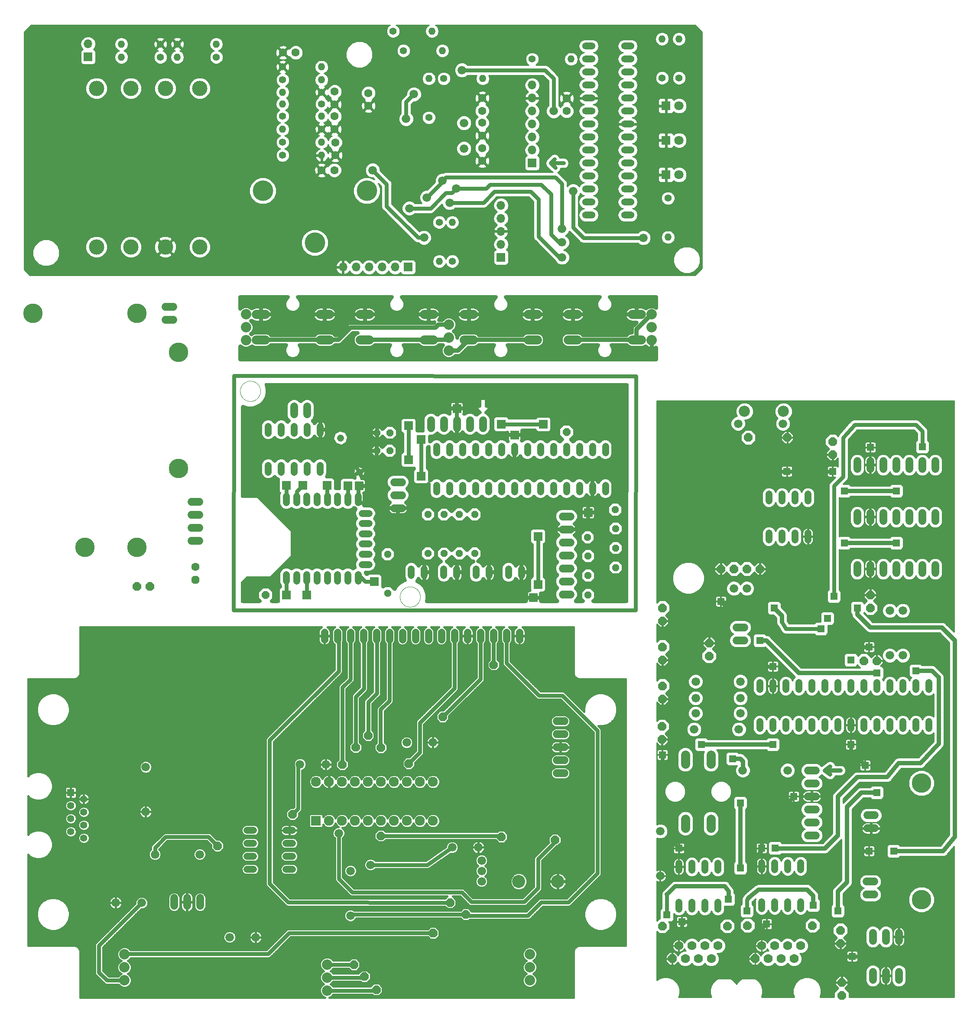
<source format=gtl>
%MOIN*%
%OFA0B0*%
%FSLAX46Y46*%
%IPPOS*%
%LPD*%
%AMOC8*
5,1,8,0,0,$1,22.5*%
%AMOC80*
5,1,8,0,0,$1,22.5*%
%AMCOMP1230*
4,1,7,
-0.013669019771802434,0.032999932917431425,
0.013669019771802434,0.032999932917431425,
0.032999932917431425,0.013669019771802435,
0.032999932917431425,-0.013669019771802432,
0.013669019771802439,-0.032999932917431425,
-0.01366901977180243,-0.032999932917431425,
-0.032999932917431418,-0.013669019771802453,
-0.032999932917431418,0.013669019771802442,
0*%
%AMOC81*
5,1,8,0,0,$1,112.5*%
%AMCOMP1290*
4,1,7,
-0.032999932917431425,-0.013669019771802432,
-0.032999932917431425,0.013669019771802435,
-0.013669019771802434,0.032999932917431425,
0.013669019771802434,0.032999932917431425,
0.032999932917431425,0.013669019771802435,
0.032999932917431425,-0.013669019771802432,
0.013669019771802451,-0.032999932917431418,
-0.013669019771802444,-0.032999932917431418,
0*%
%AMCOMP1300*
4,1,7,
-0.034999928851821217,-0.014497445212517734,
-0.034999928851821217,0.014497445212517739,
-0.014497445212517737,0.034999928851821217,
0.014497445212517737,0.034999928851821217,
0.034999928851821217,0.014497445212517739,
0.034999928851821217,-0.014497445212517734,
0.014497445212517755,-0.0349999288518212,
-0.014497445212517748,-0.03499992885182121,
0*%
%AMOC80*
5,1,8,0,0,$1,22.5*%
%AMOC81*
5,1,8,0,0,$1,112.5*%
%AMCOMP1370*
4,1,7,
-0.032999932917431425,-0.013669019771802432,
-0.032999932917431425,0.013669019771802435,
-0.013669019771802434,0.032999932917431425,
0.013669019771802434,0.032999932917431425,
0.032999932917431425,0.013669019771802435,
0.032999932917431425,-0.013669019771802432,
0.013669019771802451,-0.032999932917431418,
-0.013669019771802444,-0.032999932917431418,
0*%
%AMCOMP1380*
4,1,7,
-0.031499935966639081,-0.013047700691265955,
-0.031499935966639081,0.01304770069126596,
-0.013047700691265958,0.031499935966639081,
0.013047700691265958,0.031499935966639081,
0.031499935966639081,0.01304770069126596,
0.031499935966639081,-0.013047700691265955,
0.013047700691265976,-0.031499935966639074,
-0.013047700691265969,-0.031499935966639081,
0*%
%ADD10C,0.0705*%
%ADD11C,0.08*%
%ADD12C,0.032*%
%ADD13C,0.03*%
%ADD24C,0.066*%
%ADD25C,0.052000000000000005*%
%ADD26C,0.06*%
%ADD27C,0.05937*%
%ADD28C,0.056*%
%ADD29R,0.056X0.056*%
%ADD30C,0.08*%
%ADD31R,0.076X0.076*%
%ADD32C,0.076*%
%ADD33C,0.1*%
%ADD34C,0.05543*%
%AMCOMP151*
4,1,7,
-0.013669019771802434,0.032999932917431425,
0.013669019771802434,0.032999932917431425,
0.032999932917431425,0.013669019771802435,
0.032999932917431425,-0.013669019771802432,
0.013669019771802439,-0.032999932917431425,
-0.01366901977180243,-0.032999932917431425,
-0.032999932917431418,-0.013669019771802453,
-0.032999932917431418,0.013669019771802442,
0*%
%ADD35COMP151,0.066*%
%ADD36C,0.016*%
%ADD37C,0.03*%
%AMCOMP152*
4,1,7,
-0.032999932917431425,-0.013669019771802432,
-0.032999932917431425,0.013669019771802435,
-0.013669019771802434,0.032999932917431425,
0.013669019771802434,0.032999932917431425,
0.032999932917431425,0.013669019771802435,
0.032999932917431425,-0.013669019771802432,
0.013669019771802451,-0.032999932917431418,
-0.013669019771802444,-0.032999932917431418,
0*%
%ADD38COMP152,0.066*%
%ADD39C,0.066*%
%ADD40C,0.052000000000000005*%
%ADD41C,0.0705*%
%ADD42C,0.06*%
%ADD43C,0.07*%
%AMCOMP153*
4,1,7,
-0.034999928851821217,-0.014497445212517734,
-0.034999928851821217,0.014497445212517739,
-0.014497445212517737,0.034999928851821217,
0.014497445212517737,0.034999928851821217,
0.034999928851821217,0.014497445212517739,
0.034999928851821217,-0.014497445212517734,
0.014497445212517755,-0.0349999288518212,
-0.014497445212517748,-0.03499992885182121,
0*%
%ADD44COMP153,0.07*%
%ADD45C,0.15*%
%ADD46C,0.05937*%
%ADD47C,0.086*%
%ADD48C,0.032*%
%ADD49R,0.056X0.056*%
%ADD50C,0.03*%
%ADD51C,0.01*%
%ADD52C,0.11811023622047245*%
%ADD53C,0.062992125984251982*%
%ADD54R,0.070866141732283464X0.070866141732283464*%
%ADD55C,0.070866141732283464*%
%ADD56R,0.066929133858267723X0.066929133858267723*%
%ADD57O,0.066929133858267723X0.066929133858267723*%
%ADD58C,0.055118110236220472*%
%ADD59O,0.055118110236220472X0.055118110236220472*%
%ADD60C,0.15748031496062992*%
%ADD61O,0.10400000000000001X0.052000000000000005*%
%ADD62C,0.066*%
%ADD63C,0.066*%
%ADD64C,0.030000000000000002*%
%ADD65C,0.016*%
%ADD66C,0.01*%
%ADD67C,0.030000000000000002*%
%ADD68C,0*%
%ADD69P,0.056284291338582683X8X292.5*%
%ADD70P,0.056284291338582683X8X202.5*%
%ADD71C,0.052000000000000005*%
%ADD72P,0.056284291338582683X8X247.5*%
%ADD73P,0.056284291338582683X8X112.5*%
%ADD74P,0.056284291338582683X8X22.5*%
%ADD75P,0.056284291338582683X8X141.2*%
%ADD76C,0.059369960629921267*%
%ADD77C,0.059370078740157484*%
%ADD78C,0.060000000000000005*%
%ADD79P,0.064943385826771657X8X22.5*%
%ADD80R,0.066X0.066*%
%AMCOMP154*
4,1,7,
-0.032999932917431425,-0.013669019771802432,
-0.032999932917431425,0.013669019771802435,
-0.013669019771802434,0.032999932917431425,
0.013669019771802434,0.032999932917431425,
0.032999932917431425,0.013669019771802435,
0.032999932917431425,-0.013669019771802432,
0.013669019771802451,-0.032999932917431418,
-0.013669019771802444,-0.032999932917431418,
0*%
%ADD81COMP154,0.066*%
%AMCOMP155*
4,1,7,
-0.031499935966639081,-0.013047700691265955,
-0.031499935966639081,0.01304770069126596,
-0.013047700691265958,0.031499935966639081,
0.013047700691265958,0.031499935966639081,
0.031499935966639081,0.01304770069126596,
0.031499935966639081,-0.013047700691265955,
0.013047700691265976,-0.031499935966639074,
-0.013047700691265969,-0.031499935966639081,
0*%
%ADD82COMP155,0.063*%
%ADD83C,0.063*%
%ADD84C,0.15*%
%ADD85C,0.05937*%
G75*
D10*
X0001830950Y0005086620D02*
X0001901450Y0005086620D01*
X0002322950Y0005086620D02*
X0002393450Y0005086620D01*
X0002630930Y0005086620D02*
X0002701430Y0005086620D01*
X0003122930Y0005086620D02*
X0003193430Y0005086620D01*
X0003430900Y0005086620D02*
X0003501400Y0005086620D01*
X0003922900Y0005086620D02*
X0003993400Y0005086620D01*
X0004230950Y0005086620D02*
X0004301450Y0005086620D01*
X0004722950Y0005086620D02*
X0004793450Y0005086620D01*
X0004793450Y0005282620D02*
X0004722950Y0005282620D01*
X0004301450Y0005282620D02*
X0004230950Y0005282620D01*
X0003993400Y0005282620D02*
X0003922900Y0005282620D01*
X0003501400Y0005282620D02*
X0003430900Y0005282620D01*
X0003193430Y0005282620D02*
X0003122930Y0005282620D01*
X0002701430Y0005282620D02*
X0002630930Y0005282620D01*
X0002393450Y0005282620D02*
X0002322950Y0005282620D01*
X0001901450Y0005282620D02*
X0001830950Y0005282620D01*
D11*
X0001752420Y0005283000D03*
X0001752420Y0005182999D03*
X0001752420Y0005083000D03*
X0003312420Y0005103900D03*
X0003312420Y0005003900D03*
X0003312420Y0005203900D03*
X0004872430Y0005182709D03*
X0004872430Y0005082710D03*
X0004872430Y0005282709D03*
D12*
X0004871980Y0005282709D01*
X0004758260Y0005168989D01*
X0004758260Y0005086690D01*
X0004758200Y0005086620D01*
X0004266200Y0005086620D01*
X0003958150Y0005086620D02*
X0003466150Y0005086620D01*
X0003383430Y0005003900D01*
X0003312420Y0005003900D01*
X0003295140Y0005086620D02*
X0003158180Y0005086620D01*
X0002666180Y0005086620D01*
X0002558320Y0005179750D02*
X0002465200Y0005086620D01*
X0002358200Y0005086620D01*
X0001866200Y0005086620D01*
X0002558320Y0005179750D02*
X0003211830Y0005179750D01*
X0003234620Y0005202530D01*
X0003311050Y0005202530D01*
X0003312420Y0005203900D01*
X0003312420Y0005103900D02*
X0003295140Y0005086620D01*
D13*
X0001708540Y0005037780D02*
X0001708540Y0004936880D01*
X0004908540Y0004936880D01*
X0004908540Y0005028510D01*
X0004901240Y0005024290D01*
X0004893360Y0005021030D01*
X0004885130Y0005018820D01*
X0004876690Y0005017710D01*
X0004872430Y0005017710D01*
X0004872430Y0005082710D01*
X0004872430Y0005082710D01*
X0004872430Y0005017710D01*
X0004868170Y0005017710D01*
X0004859720Y0005018820D01*
X0004851490Y0005021030D01*
X0004843620Y0005024290D01*
X0004836240Y0005028550D01*
X0004829480Y0005033740D01*
X0004826110Y0005037100D01*
X0004805030Y0005028370D01*
X0004711360Y0005028370D01*
X0004689950Y0005037240D01*
X0004679570Y0005047620D01*
X0004564730Y0005047620D01*
X0004567670Y0005044690D01*
X0004577630Y0005020640D01*
X0004577630Y0004994610D01*
X0004567670Y0004970560D01*
X0004549260Y0004952150D01*
X0004525210Y0004942190D01*
X0004499180Y0004942190D01*
X0004475130Y0004952150D01*
X0004456730Y0004970560D01*
X0004446760Y0004994610D01*
X0004446760Y0005020640D01*
X0004456730Y0005044690D01*
X0004459660Y0005047620D01*
X0004344830Y0005047620D01*
X0004334440Y0005037240D01*
X0004313030Y0005028370D01*
X0004219360Y0005028370D01*
X0004197950Y0005037240D01*
X0004181570Y0005053630D01*
X0004172700Y0005075040D01*
X0004172700Y0005098210D01*
X0004181570Y0005119620D01*
X0004197950Y0005136010D01*
X0004219360Y0005144870D01*
X0004313030Y0005144870D01*
X0004334440Y0005136010D01*
X0004344830Y0005125620D01*
X0004679570Y0005125620D01*
X0004689950Y0005136010D01*
X0004711360Y0005144870D01*
X0004719260Y0005144870D01*
X0004719260Y0005176740D01*
X0004725200Y0005191080D01*
X0004736170Y0005202050D01*
X0004756490Y0005222370D01*
X0004718210Y0005222370D01*
X0004708840Y0005223860D01*
X0004699820Y0005226790D01*
X0004691370Y0005231090D01*
X0004683700Y0005236670D01*
X0004676990Y0005243370D01*
X0004671420Y0005251050D01*
X0004667110Y0005259500D01*
X0004664180Y0005268520D01*
X0004662700Y0005277880D01*
X0004662700Y0005282620D01*
X0004758200Y0005282620D01*
X0004758200Y0005282620D01*
X0004758200Y0005282630D02*
X0004758200Y0005282630D01*
X0004758200Y0005342870D01*
X0004798190Y0005342870D01*
X0004807560Y0005341390D01*
X0004816580Y0005338460D01*
X0004825030Y0005334149D01*
X0004830670Y0005330050D01*
X0004836740Y0005336119D01*
X0004859890Y0005345710D01*
X0004884960Y0005345710D01*
X0004908110Y0005336119D01*
X0004908540Y0005335690D01*
X0004908540Y0005416880D01*
X0004549570Y0005416880D01*
X0004567730Y0005398730D01*
X0004577700Y0005374650D01*
X0004577700Y0005348600D01*
X0004567730Y0005324520D01*
X0004549300Y0005306100D01*
X0004525230Y0005296120D01*
X0004499170Y0005296120D01*
X0004475090Y0005306100D01*
X0004456670Y0005324520D01*
X0004446700Y0005348600D01*
X0004446700Y0005374650D01*
X0004456670Y0005398730D01*
X0004474820Y0005416880D01*
X0003749530Y0005416880D01*
X0003767679Y0005398730D01*
X0003777650Y0005374650D01*
X0003777650Y0005348600D01*
X0003767679Y0005324520D01*
X0003749250Y0005306100D01*
X0003725180Y0005296120D01*
X0003699120Y0005296120D01*
X0003675050Y0005306100D01*
X0003656620Y0005324520D01*
X0003646650Y0005348600D01*
X0003646650Y0005374650D01*
X0003656620Y0005398730D01*
X0003674780Y0005416880D01*
X0002949550Y0005416880D01*
X0002967710Y0005398730D01*
X0002977680Y0005374650D01*
X0002977680Y0005348600D01*
X0002967710Y0005324520D01*
X0002949280Y0005306100D01*
X0002925210Y0005296120D01*
X0002899150Y0005296120D01*
X0002875070Y0005306100D01*
X0002856650Y0005324520D01*
X0002846680Y0005348600D01*
X0002846680Y0005374650D01*
X0002856650Y0005398730D01*
X0002874800Y0005416880D01*
X0002149570Y0005416880D01*
X0002167730Y0005398730D01*
X0002177700Y0005374650D01*
X0002177700Y0005348600D01*
X0002167730Y0005324520D01*
X0002149300Y0005306100D01*
X0002125230Y0005296120D01*
X0002099170Y0005296120D01*
X0002075089Y0005306100D01*
X0002056670Y0005324520D01*
X0002046700Y0005348600D01*
X0002046700Y0005374650D01*
X0002056670Y0005398730D01*
X0002074820Y0005416880D01*
X0001708540Y0005416880D01*
X0001708540Y0005328220D01*
X0001716730Y0005336410D01*
X0001739890Y0005346000D01*
X0001764950Y0005346000D01*
X0001788099Y0005336410D01*
X0001794150Y0005330360D01*
X0001799370Y0005334149D01*
X0001807820Y0005338460D01*
X0001816839Y0005341390D01*
X0001826210Y0005342870D01*
X0001866200Y0005342870D01*
X0001866200Y0005282630D01*
X0001866200Y0005282630D01*
X0001866200Y0005282620D02*
X0001961700Y0005282620D01*
X0001866200Y0005282620D01*
X0001866200Y0005222370D01*
X0001906190Y0005222370D01*
X0001915560Y0005223860D01*
X0001924580Y0005226790D01*
X0001933030Y0005231090D01*
X0001940700Y0005236670D01*
X0001947400Y0005243370D01*
X0001952980Y0005251050D01*
X0001957280Y0005259500D01*
X0001960210Y0005268520D01*
X0001961700Y0005277880D01*
X0001961700Y0005282620D01*
X0001961700Y0005287370D01*
X0001960210Y0005296730D01*
X0001957280Y0005305750D01*
X0001952980Y0005314200D01*
X0001947400Y0005321870D01*
X0001940700Y0005328580D01*
X0001933030Y0005334149D01*
X0001924580Y0005338460D01*
X0001915560Y0005341390D01*
X0001906190Y0005342870D01*
X0001866200Y0005342870D01*
X0001866200Y0005282630D01*
X0001866200Y0005282620D02*
X0001866200Y0005282620D01*
X0001866200Y0005282620D01*
X0001866200Y0005222370D01*
X0001826210Y0005222370D01*
X0001816839Y0005223860D01*
X0001807820Y0005226790D01*
X0001799370Y0005231090D01*
X0001793710Y0005235200D01*
X0001791510Y0005233000D01*
X0001805830Y0005218690D01*
X0001815420Y0005195530D01*
X0001815420Y0005170470D01*
X0001805830Y0005147319D01*
X0001791510Y0005133000D01*
X0001793230Y0005131280D01*
X0001797950Y0005136010D01*
X0001819360Y0005144870D01*
X0001913030Y0005144870D01*
X0001934440Y0005136010D01*
X0001944830Y0005125620D01*
X0002279570Y0005125620D01*
X0002289950Y0005136010D01*
X0002311360Y0005144870D01*
X0002405030Y0005144870D01*
X0002426440Y0005136010D01*
X0002436830Y0005125620D01*
X0002449040Y0005125620D01*
X0002525260Y0005201840D01*
X0002536230Y0005212810D01*
X0002550560Y0005218750D01*
X0003195680Y0005218750D01*
X0003199520Y0005222590D01*
X0003198170Y0005222370D01*
X0003158180Y0005222370D01*
X0003158180Y0005282620D01*
X0003158180Y0005282620D01*
X0003158180Y0005282620D01*
X0003253680Y0005282620D01*
X0003253680Y0005277880D01*
X0003252190Y0005268520D01*
X0003249260Y0005259500D01*
X0003244960Y0005251050D01*
X0003239380Y0005243370D01*
X0003237540Y0005241530D01*
X0003260959Y0005241530D01*
X0003276740Y0005257310D01*
X0003299890Y0005266900D01*
X0003324950Y0005266900D01*
X0003348110Y0005257310D01*
X0003365830Y0005239590D01*
X0003375420Y0005216430D01*
X0003375420Y0005191370D01*
X0003365830Y0005168210D01*
X0003351520Y0005153899D01*
X0003365830Y0005139590D01*
X0003375420Y0005116430D01*
X0003375420Y0005104900D01*
X0003381520Y0005119620D01*
X0003397900Y0005136010D01*
X0003419310Y0005144870D01*
X0003512989Y0005144870D01*
X0003534400Y0005136010D01*
X0003544780Y0005125620D01*
X0003879520Y0005125620D01*
X0003889900Y0005136010D01*
X0003911309Y0005144870D01*
X0004004990Y0005144870D01*
X0004026399Y0005136010D01*
X0004042779Y0005119620D01*
X0004051650Y0005098210D01*
X0004051650Y0005075040D01*
X0004042779Y0005053630D01*
X0004026399Y0005037240D01*
X0004004990Y0005028370D01*
X0003911309Y0005028370D01*
X0003889900Y0005037240D01*
X0003879520Y0005047620D01*
X0003764689Y0005047620D01*
X0003767620Y0005044690D01*
X0003777580Y0005020640D01*
X0003777580Y0004994610D01*
X0003767620Y0004970560D01*
X0003749220Y0004952150D01*
X0003725170Y0004942190D01*
X0003699130Y0004942190D01*
X0003675090Y0004952150D01*
X0003656680Y0004970560D01*
X0003646720Y0004994610D01*
X0003646720Y0005020640D01*
X0003656680Y0005044690D01*
X0003659609Y0005047620D01*
X0003544780Y0005047620D01*
X0003534400Y0005037240D01*
X0003512989Y0005028370D01*
X0003463050Y0005028370D01*
X0003405520Y0004970840D01*
X0003391180Y0004964900D01*
X0003362520Y0004964900D01*
X0003348110Y0004950490D01*
X0003324950Y0004940900D01*
X0003299890Y0004940900D01*
X0003276740Y0004950490D01*
X0003259010Y0004968210D01*
X0003249420Y0004991370D01*
X0003249420Y0005016430D01*
X0003259010Y0005039590D01*
X0003267049Y0005047620D01*
X0003236810Y0005047620D01*
X0003226420Y0005037240D01*
X0003205010Y0005028370D01*
X0003111340Y0005028370D01*
X0003089930Y0005037240D01*
X0003079550Y0005047620D01*
X0002964710Y0005047620D01*
X0002967650Y0005044690D01*
X0002977610Y0005020640D01*
X0002977610Y0004994610D01*
X0002967650Y0004970560D01*
X0002949240Y0004952150D01*
X0002925190Y0004942190D01*
X0002899160Y0004942190D01*
X0002875109Y0004952150D01*
X0002856710Y0004970560D01*
X0002846739Y0004994610D01*
X0002846739Y0005020640D01*
X0002856710Y0005044690D01*
X0002859640Y0005047620D01*
X0002744810Y0005047620D01*
X0002734420Y0005037240D01*
X0002713010Y0005028370D01*
X0002619340Y0005028370D01*
X0002597930Y0005037240D01*
X0002581550Y0005053630D01*
X0002572679Y0005075040D01*
X0002572679Y0005098210D01*
X0002581550Y0005119620D01*
X0002597930Y0005136010D01*
X0002609380Y0005140750D01*
X0002574470Y0005140750D01*
X0002487290Y0005053560D01*
X0002472950Y0005047620D01*
X0002436830Y0005047620D01*
X0002426440Y0005037240D01*
X0002405030Y0005028370D01*
X0002311360Y0005028370D01*
X0002289950Y0005037240D01*
X0002279570Y0005047620D01*
X0002164730Y0005047620D01*
X0002167670Y0005044690D01*
X0002177630Y0005020640D01*
X0002177630Y0004994610D01*
X0002167670Y0004970560D01*
X0002149260Y0004952150D01*
X0002125210Y0004942190D01*
X0002099180Y0004942190D01*
X0002075130Y0004952150D01*
X0002056730Y0004970560D01*
X0002046760Y0004994610D01*
X0002046760Y0005020640D01*
X0002056730Y0005044690D01*
X0002059660Y0005047620D01*
X0001944830Y0005047620D01*
X0001934440Y0005037240D01*
X0001913030Y0005028370D01*
X0001819360Y0005028370D01*
X0001797950Y0005037240D01*
X0001796850Y0005038340D01*
X0001788099Y0005029590D01*
X0001764950Y0005020000D01*
X0001739890Y0005020000D01*
X0001716730Y0005029590D01*
X0001708540Y0005037780D01*
X0001708540Y0005036820D02*
X0001709499Y0005036820D01*
X0001795330Y0005036820D02*
X0001798970Y0005036820D01*
X0001933430Y0005036820D02*
X0002053470Y0005036820D01*
X0002170930Y0005036820D02*
X0002290970Y0005036820D01*
X0002425430Y0005036820D02*
X0002598950Y0005036820D01*
X0002733410Y0005036820D02*
X0002853449Y0005036820D01*
X0002970910Y0005036820D02*
X0003090950Y0005036820D01*
X0003225410Y0005036820D02*
X0003257870Y0005036820D01*
X0003249420Y0005006840D02*
X0002977610Y0005006840D01*
X0002846739Y0005006840D02*
X0002177630Y0005006840D01*
X0002046760Y0005006840D02*
X0001708540Y0005006840D01*
X0001708540Y0004976850D02*
X0002054120Y0004976850D01*
X0002170270Y0004976850D02*
X0002854100Y0004976850D01*
X0002970250Y0004976850D02*
X0003255440Y0004976850D01*
X0003285490Y0004946870D02*
X0002936480Y0004946870D01*
X0002887879Y0004946870D02*
X0002136500Y0004946870D01*
X0002087899Y0004946870D02*
X0001708540Y0004946870D01*
X0002500530Y0005066810D02*
X0002576090Y0005066810D01*
X0002572679Y0005096790D02*
X0002530519Y0005096790D01*
X0002560500Y0005126780D02*
X0002588700Y0005126780D01*
X0002450190Y0005126780D02*
X0002435670Y0005126780D01*
X0002480180Y0005156760D02*
X0001809740Y0005156760D01*
X0001815420Y0005186750D02*
X0002510170Y0005186750D01*
X0002545700Y0005216730D02*
X0001806640Y0005216730D01*
X0001866200Y0005246720D02*
X0001866200Y0005246720D01*
X0001949830Y0005246720D02*
X0002274560Y0005246720D01*
X0002276990Y0005243370D02*
X0002283700Y0005236670D01*
X0002291370Y0005231090D01*
X0002299820Y0005226790D01*
X0002308840Y0005223860D01*
X0002318210Y0005222370D01*
X0002358200Y0005222370D01*
X0002398190Y0005222370D01*
X0002407560Y0005223860D01*
X0002416580Y0005226790D01*
X0002425030Y0005231090D01*
X0002432700Y0005236670D01*
X0002439400Y0005243370D01*
X0002444980Y0005251050D01*
X0002449280Y0005259500D01*
X0002452210Y0005268520D01*
X0002453700Y0005277880D01*
X0002453700Y0005282620D01*
X0002358200Y0005282620D01*
X0002358200Y0005222370D01*
X0002358200Y0005282620D01*
X0002358200Y0005282620D01*
X0002358200Y0005282620D01*
X0002453700Y0005282620D01*
X0002453700Y0005287370D01*
X0002452210Y0005296730D01*
X0002449280Y0005305750D01*
X0002444980Y0005314200D01*
X0002439400Y0005321870D01*
X0002432700Y0005328580D01*
X0002425030Y0005334149D01*
X0002416580Y0005338460D01*
X0002407560Y0005341390D01*
X0002398190Y0005342870D01*
X0002358200Y0005342870D01*
X0002358200Y0005282630D01*
X0002358200Y0005282630D01*
X0002358200Y0005342870D01*
X0002318210Y0005342870D01*
X0002308840Y0005341390D01*
X0002299820Y0005338460D01*
X0002291370Y0005334149D01*
X0002283700Y0005328580D01*
X0002276990Y0005321870D01*
X0002271420Y0005314200D01*
X0002267110Y0005305750D01*
X0002264180Y0005296730D01*
X0002262700Y0005287370D01*
X0002262700Y0005282620D01*
X0002262700Y0005277880D01*
X0002264180Y0005268520D01*
X0002267110Y0005259500D01*
X0002271420Y0005251050D01*
X0002276990Y0005243370D01*
X0002358200Y0005246720D02*
X0002358200Y0005246720D01*
X0002441830Y0005246720D02*
X0002582540Y0005246720D01*
X0002584970Y0005243370D02*
X0002591680Y0005236670D01*
X0002599350Y0005231090D01*
X0002607800Y0005226790D01*
X0002616820Y0005223860D01*
X0002626190Y0005222370D01*
X0002666180Y0005222370D01*
X0002706170Y0005222370D01*
X0002715540Y0005223860D01*
X0002724560Y0005226790D01*
X0002733010Y0005231090D01*
X0002740680Y0005236670D01*
X0002747380Y0005243370D01*
X0002752960Y0005251050D01*
X0002757260Y0005259500D01*
X0002760189Y0005268520D01*
X0002761680Y0005277880D01*
X0002761680Y0005282620D01*
X0002666180Y0005282620D01*
X0002666180Y0005222370D01*
X0002666180Y0005282620D01*
X0002666180Y0005282620D01*
X0002666180Y0005282620D01*
X0002761680Y0005282620D01*
X0002761680Y0005287370D01*
X0002760189Y0005296730D01*
X0002757260Y0005305750D01*
X0002752960Y0005314200D01*
X0002747380Y0005321870D01*
X0002740680Y0005328580D01*
X0002733010Y0005334149D01*
X0002724560Y0005338460D01*
X0002715540Y0005341390D01*
X0002706170Y0005342870D01*
X0002666180Y0005342870D01*
X0002666180Y0005282630D01*
X0002666180Y0005282630D01*
X0002666180Y0005342870D01*
X0002626190Y0005342870D01*
X0002616820Y0005341390D01*
X0002607800Y0005338460D01*
X0002599350Y0005334149D01*
X0002591680Y0005328580D01*
X0002584970Y0005321870D01*
X0002579400Y0005314200D01*
X0002575090Y0005305750D01*
X0002572160Y0005296730D01*
X0002570680Y0005287370D01*
X0002570680Y0005282620D01*
X0002570680Y0005277880D01*
X0002572160Y0005268520D01*
X0002575090Y0005259500D01*
X0002579400Y0005251050D01*
X0002584970Y0005243370D01*
X0002666180Y0005246720D02*
X0002666180Y0005246720D01*
X0002749810Y0005246720D02*
X0003074540Y0005246720D01*
X0003076970Y0005243370D02*
X0003071400Y0005251050D01*
X0003067090Y0005259500D01*
X0003064160Y0005268520D01*
X0003062680Y0005277880D01*
X0003062680Y0005282620D01*
X0003158180Y0005282620D01*
X0003158180Y0005222370D01*
X0003118190Y0005222370D01*
X0003108820Y0005223860D01*
X0003099800Y0005226790D01*
X0003091350Y0005231090D01*
X0003083680Y0005236670D01*
X0003076970Y0005243370D01*
X0003158180Y0005246720D02*
X0003158180Y0005246720D01*
X0003241810Y0005246720D02*
X0003266140Y0005246720D01*
X0003358700Y0005246720D02*
X0003382520Y0005246720D01*
X0003384940Y0005243370D02*
X0003391650Y0005236670D01*
X0003399320Y0005231090D01*
X0003407769Y0005226790D01*
X0003416790Y0005223860D01*
X0003426160Y0005222370D01*
X0003466150Y0005222370D01*
X0003506140Y0005222370D01*
X0003515510Y0005223860D01*
X0003524530Y0005226790D01*
X0003532980Y0005231090D01*
X0003540650Y0005236670D01*
X0003547360Y0005243370D01*
X0003552929Y0005251050D01*
X0003557240Y0005259500D01*
X0003560170Y0005268520D01*
X0003561649Y0005277880D01*
X0003561649Y0005282620D01*
X0003466150Y0005282620D01*
X0003466150Y0005222370D01*
X0003466150Y0005282620D01*
X0003466150Y0005282620D01*
X0003370650Y0005282620D01*
X0003370650Y0005277880D01*
X0003372129Y0005268520D01*
X0003375060Y0005259500D01*
X0003379370Y0005251050D01*
X0003384940Y0005243370D01*
X0003466150Y0005246720D02*
X0003466150Y0005246720D01*
X0003549780Y0005246720D02*
X0003874520Y0005246720D01*
X0003876940Y0005243370D02*
X0003883650Y0005236670D01*
X0003891320Y0005231090D01*
X0003899770Y0005226790D01*
X0003908790Y0005223860D01*
X0003918160Y0005222370D01*
X0003958150Y0005222370D01*
X0003998140Y0005222370D01*
X0004007510Y0005223860D01*
X0004016530Y0005226790D01*
X0004024980Y0005231090D01*
X0004032650Y0005236670D01*
X0004039360Y0005243370D01*
X0004044930Y0005251050D01*
X0004049240Y0005259500D01*
X0004052170Y0005268520D01*
X0004053650Y0005277880D01*
X0004053650Y0005282620D01*
X0003958150Y0005282620D01*
X0003958150Y0005222370D01*
X0003958150Y0005282620D01*
X0003958150Y0005282620D01*
X0003862650Y0005282620D01*
X0003862650Y0005277880D01*
X0003864130Y0005268520D01*
X0003867060Y0005259500D01*
X0003871370Y0005251050D01*
X0003876940Y0005243370D01*
X0003958150Y0005246720D02*
X0003958150Y0005246720D01*
X0004041780Y0005246720D02*
X0004182559Y0005246720D01*
X0004184990Y0005243370D02*
X0004191700Y0005236670D01*
X0004199370Y0005231090D01*
X0004207820Y0005226790D01*
X0004216840Y0005223860D01*
X0004226210Y0005222370D01*
X0004266200Y0005222370D01*
X0004306190Y0005222370D01*
X0004315560Y0005223860D01*
X0004324580Y0005226790D01*
X0004333030Y0005231090D01*
X0004340700Y0005236670D01*
X0004347400Y0005243370D01*
X0004352980Y0005251050D01*
X0004357280Y0005259500D01*
X0004360210Y0005268520D01*
X0004361700Y0005277880D01*
X0004361700Y0005282620D01*
X0004266200Y0005282620D01*
X0004266200Y0005222370D01*
X0004266200Y0005282620D01*
X0004266200Y0005282620D01*
X0004266200Y0005282620D01*
X0004361700Y0005282620D01*
X0004361700Y0005287370D01*
X0004360210Y0005296730D01*
X0004357280Y0005305750D01*
X0004352980Y0005314200D01*
X0004347400Y0005321870D01*
X0004340700Y0005328580D01*
X0004333030Y0005334149D01*
X0004324580Y0005338460D01*
X0004315560Y0005341390D01*
X0004306190Y0005342870D01*
X0004266200Y0005342870D01*
X0004266200Y0005282630D01*
X0004266200Y0005282630D01*
X0004266200Y0005342870D01*
X0004226210Y0005342870D01*
X0004216840Y0005341390D01*
X0004207820Y0005338460D01*
X0004199370Y0005334149D01*
X0004191700Y0005328580D01*
X0004184990Y0005321870D01*
X0004179420Y0005314200D01*
X0004175110Y0005305750D01*
X0004172180Y0005296730D01*
X0004170700Y0005287370D01*
X0004170700Y0005282620D01*
X0004170700Y0005277880D01*
X0004172180Y0005268520D01*
X0004175110Y0005259500D01*
X0004179420Y0005251050D01*
X0004184990Y0005243370D01*
X0004266200Y0005246720D02*
X0004266200Y0005246720D01*
X0004349830Y0005246720D02*
X0004674560Y0005246720D01*
X0004662880Y0005276700D02*
X0004361510Y0005276700D01*
X0004266200Y0005276700D02*
X0004266200Y0005276700D01*
X0004266200Y0005282620D02*
X0004170700Y0005282620D01*
X0004266200Y0005282620D01*
X0004266200Y0005282620D01*
X0004170880Y0005276700D02*
X0004053460Y0005276700D01*
X0004053650Y0005282620D02*
X0004053650Y0005287370D01*
X0004052170Y0005296730D01*
X0004049240Y0005305750D01*
X0004044930Y0005314200D01*
X0004039360Y0005321870D01*
X0004032650Y0005328580D01*
X0004024980Y0005334149D01*
X0004016530Y0005338460D01*
X0004007510Y0005341390D01*
X0003998140Y0005342870D01*
X0003958150Y0005342870D01*
X0003918160Y0005342870D01*
X0003908790Y0005341390D01*
X0003899770Y0005338460D01*
X0003891320Y0005334149D01*
X0003883650Y0005328580D01*
X0003876940Y0005321870D01*
X0003871370Y0005314200D01*
X0003867060Y0005305750D01*
X0003864130Y0005296730D01*
X0003862650Y0005287370D01*
X0003862650Y0005282620D01*
X0003958150Y0005282620D01*
X0003958150Y0005282620D01*
X0003958150Y0005282620D01*
X0004053650Y0005282620D01*
X0003958150Y0005282630D02*
X0003958150Y0005282630D01*
X0003958150Y0005342870D01*
X0003958150Y0005282630D01*
X0003958150Y0005276700D02*
X0003958150Y0005276700D01*
X0003862839Y0005276700D02*
X0003561459Y0005276700D01*
X0003561649Y0005282620D02*
X0003561649Y0005287370D01*
X0003560170Y0005296730D01*
X0003557240Y0005305750D01*
X0003552929Y0005314200D01*
X0003547360Y0005321870D01*
X0003540650Y0005328580D01*
X0003532980Y0005334149D01*
X0003524530Y0005338460D01*
X0003515510Y0005341390D01*
X0003506140Y0005342870D01*
X0003466150Y0005342870D01*
X0003426160Y0005342870D01*
X0003416790Y0005341390D01*
X0003407769Y0005338460D01*
X0003399320Y0005334149D01*
X0003391650Y0005328580D01*
X0003384940Y0005321870D01*
X0003379370Y0005314200D01*
X0003375060Y0005305750D01*
X0003372129Y0005296730D01*
X0003370650Y0005287370D01*
X0003370650Y0005282620D01*
X0003466150Y0005282620D01*
X0003466150Y0005282620D01*
X0003466150Y0005282620D01*
X0003561649Y0005282620D01*
X0003466150Y0005282630D02*
X0003466150Y0005282630D01*
X0003466150Y0005342870D01*
X0003466150Y0005282630D01*
X0003466150Y0005276700D02*
X0003466150Y0005276700D01*
X0003370840Y0005276700D02*
X0003253490Y0005276700D01*
X0003253680Y0005282620D02*
X0003253680Y0005287370D01*
X0003252190Y0005296730D01*
X0003249260Y0005305750D01*
X0003244960Y0005314200D01*
X0003239380Y0005321870D01*
X0003232680Y0005328580D01*
X0003225010Y0005334149D01*
X0003216560Y0005338460D01*
X0003207540Y0005341390D01*
X0003198170Y0005342870D01*
X0003158180Y0005342870D01*
X0003158180Y0005282630D01*
X0003158180Y0005282630D01*
X0003158180Y0005342870D01*
X0003118190Y0005342870D01*
X0003108820Y0005341390D01*
X0003099800Y0005338460D01*
X0003091350Y0005334149D01*
X0003083680Y0005328580D01*
X0003076970Y0005321870D01*
X0003071400Y0005314200D01*
X0003067090Y0005305750D01*
X0003064160Y0005296730D01*
X0003062680Y0005287370D01*
X0003062680Y0005282620D01*
X0003158180Y0005282620D01*
X0003253680Y0005282620D01*
X0003158180Y0005282620D02*
X0003158180Y0005282620D01*
X0003158180Y0005276700D02*
X0003158180Y0005276700D01*
X0003062860Y0005276700D02*
X0002761490Y0005276700D01*
X0002666180Y0005276700D02*
X0002666180Y0005276700D01*
X0002666180Y0005282620D02*
X0002570680Y0005282620D01*
X0002666180Y0005282620D01*
X0002666180Y0005282620D01*
X0002570859Y0005276700D02*
X0002453510Y0005276700D01*
X0002358200Y0005276700D02*
X0002358200Y0005276700D01*
X0002358200Y0005282620D02*
X0002262700Y0005282620D01*
X0002358200Y0005282620D01*
X0002358200Y0005282620D01*
X0002262880Y0005276700D02*
X0001961510Y0005276700D01*
X0001866200Y0005276700D02*
X0001866200Y0005276700D01*
X0001866200Y0005306690D02*
X0001866200Y0005306690D01*
X0001956810Y0005306690D02*
X0002074500Y0005306690D01*
X0002149890Y0005306690D02*
X0002267590Y0005306690D01*
X0002358200Y0005306690D02*
X0002358200Y0005306690D01*
X0002448810Y0005306690D02*
X0002575570Y0005306690D01*
X0002666180Y0005306690D02*
X0002666180Y0005306690D01*
X0002756790Y0005306690D02*
X0002874480Y0005306690D01*
X0002949870Y0005306690D02*
X0003067570Y0005306690D01*
X0003158180Y0005306690D02*
X0003158180Y0005306690D01*
X0003248790Y0005306690D02*
X0003375540Y0005306690D01*
X0003466150Y0005306690D02*
X0003466150Y0005306690D01*
X0003556759Y0005306690D02*
X0003674460Y0005306690D01*
X0003749840Y0005306690D02*
X0003867540Y0005306690D01*
X0003958150Y0005306690D02*
X0003958150Y0005306690D01*
X0004048759Y0005306690D02*
X0004175589Y0005306690D01*
X0004266200Y0005306690D02*
X0004266200Y0005306690D01*
X0004356810Y0005306690D02*
X0004474500Y0005306690D01*
X0004549890Y0005306690D02*
X0004667590Y0005306690D01*
X0004667110Y0005305750D02*
X0004664180Y0005296730D01*
X0004662700Y0005287370D01*
X0004662700Y0005282620D01*
X0004758200Y0005282620D01*
X0004758200Y0005282630D02*
X0004758200Y0005342870D01*
X0004718210Y0005342870D01*
X0004708840Y0005341390D01*
X0004699820Y0005338460D01*
X0004691370Y0005334149D01*
X0004683700Y0005328580D01*
X0004676990Y0005321870D01*
X0004671420Y0005314200D01*
X0004667110Y0005305750D01*
X0004758200Y0005306690D02*
X0004758200Y0005306690D01*
X0004758200Y0005336670D02*
X0004758200Y0005336670D01*
X0004820090Y0005336670D02*
X0004838070Y0005336670D01*
X0004906780Y0005336670D02*
X0004908540Y0005336670D01*
X0004908540Y0005366660D02*
X0004577700Y0005366660D01*
X0004446700Y0005366660D02*
X0003777650Y0005366660D01*
X0003646650Y0005366660D02*
X0002977680Y0005366660D01*
X0002846680Y0005366660D02*
X0002177700Y0005366660D01*
X0002046700Y0005366660D02*
X0001708540Y0005366660D01*
X0001708540Y0005396640D02*
X0002055810Y0005396640D01*
X0002168590Y0005396640D02*
X0002855790Y0005396640D01*
X0002968570Y0005396640D02*
X0003655760Y0005396640D01*
X0003768540Y0005396640D02*
X0004455810Y0005396640D01*
X0004568590Y0005396640D02*
X0004908540Y0005396640D01*
X0004696310Y0005336670D02*
X0004572760Y0005336670D01*
X0004451640Y0005336670D02*
X0004328090Y0005336670D01*
X0004266200Y0005336670D02*
X0004266200Y0005336670D01*
X0004204310Y0005336670D02*
X0004020040Y0005336670D01*
X0003958150Y0005336670D02*
X0003958150Y0005336670D01*
X0003896260Y0005336670D02*
X0003772710Y0005336670D01*
X0003651589Y0005336670D02*
X0003528040Y0005336670D01*
X0003466150Y0005336670D02*
X0003466150Y0005336670D01*
X0003404260Y0005336670D02*
X0003220070Y0005336670D01*
X0003158180Y0005336670D02*
X0003158180Y0005336670D01*
X0003096289Y0005336670D02*
X0002972740Y0005336670D01*
X0002851620Y0005336670D02*
X0002728070Y0005336670D01*
X0002666180Y0005336670D02*
X0002666180Y0005336670D01*
X0002604290Y0005336670D02*
X0002420090Y0005336670D01*
X0002358200Y0005336670D02*
X0002358200Y0005336670D01*
X0002296310Y0005336670D02*
X0002172760Y0005336670D01*
X0002051640Y0005336670D02*
X0001928090Y0005336670D01*
X0001866200Y0005336670D02*
X0001866200Y0005336670D01*
X0001804310Y0005336670D02*
X0001787470Y0005336670D01*
X0001717359Y0005336670D02*
X0001708540Y0005336670D01*
X0001943670Y0005126780D02*
X0002280720Y0005126780D01*
X0003339350Y0004946870D02*
X0003687850Y0004946870D01*
X0003736450Y0004946870D02*
X0004487900Y0004946870D01*
X0004536500Y0004946870D02*
X0004908540Y0004946870D01*
X0004908540Y0004976850D02*
X0004570270Y0004976850D01*
X0004454120Y0004976850D02*
X0003770230Y0004976850D01*
X0003654069Y0004976850D02*
X0003411530Y0004976850D01*
X0003441520Y0005006840D02*
X0003646720Y0005006840D01*
X0003777580Y0005006840D02*
X0004446760Y0005006840D01*
X0004577630Y0005006840D02*
X0004908540Y0005006840D01*
X0004872430Y0005036820D02*
X0004872430Y0005036820D01*
X0004826390Y0005036820D02*
X0004825430Y0005036820D01*
X0004690970Y0005036820D02*
X0004570930Y0005036820D01*
X0004453470Y0005036820D02*
X0004333430Y0005036820D01*
X0004198970Y0005036820D02*
X0004025380Y0005036820D01*
X0003890920Y0005036820D02*
X0003770880Y0005036820D01*
X0003653420Y0005036820D02*
X0003533380Y0005036820D01*
X0003543630Y0005126780D02*
X0003880670Y0005126780D01*
X0004035630Y0005126780D02*
X0004188720Y0005126780D01*
X0004172700Y0005096790D02*
X0004051650Y0005096790D01*
X0004048240Y0005066810D02*
X0004176110Y0005066810D01*
X0004343670Y0005126780D02*
X0004680720Y0005126780D01*
X0004719260Y0005156760D02*
X0003354380Y0005156760D01*
X0003371140Y0005126780D02*
X0003388670Y0005126780D01*
X0003373510Y0005186750D02*
X0004723400Y0005186750D01*
X0004750850Y0005216730D02*
X0003375300Y0005216730D01*
X0004872430Y0005066810D02*
X0004872430Y0005066810D01*
G04 next file*
G75*
D24*
X-0000157480Y-0000393700D02*
X0000750440Y0000756620D03*
X0000950440Y0000756620D03*
X0001052440Y0001128620D03*
X0001396940Y0001128620D03*
X0000981440Y0001456120D03*
X0000981440Y0001800620D03*
X0002168440Y0001821620D03*
X0002368440Y0001821620D03*
X0002989440Y0001989620D03*
X0003189440Y0001989620D03*
X0002466760Y0001292290D03*
X0002710360Y0001048700D03*
X0002556440Y0001002119D03*
X0002556440Y0000657620D03*
X0001827440Y0000491620D03*
X0001627440Y0000491620D03*
X0003339440Y0001182620D03*
X0003539440Y0001182620D03*
X0003565440Y0001081620D03*
X0003565440Y0001001620D03*
X0003565440Y0000921620D03*
D25*
X0002111440Y0001014620D02*
X0002059440Y0001014620D01*
X0002059440Y0001114620D02*
X0002111440Y0001114620D01*
X0002111440Y0001214620D02*
X0002059440Y0001214620D01*
X0002059440Y0001314620D02*
X0002111440Y0001314620D01*
X0001811440Y0001314620D02*
X0001759440Y0001314620D01*
X0001759440Y0001214620D02*
X0001811440Y0001214620D01*
X0001811440Y0001114620D02*
X0001759440Y0001114620D01*
X0001759440Y0001014620D02*
X0001811440Y0001014620D01*
D26*
X0001399440Y0000792620D02*
X0001399440Y0000732620D01*
X0001299440Y0000732620D02*
X0001299440Y0000792620D01*
X0001199440Y0000792620D02*
X0001199440Y0000732620D01*
D27*
X0004142750Y0001753620D02*
X0004202120Y0001753620D01*
X0004202120Y0001853620D02*
X0004142750Y0001853620D01*
X0004142750Y0001953620D02*
X0004202120Y0001953620D01*
X0004202120Y0002053620D02*
X0004142750Y0002053620D01*
X0004142750Y0002153620D02*
X0004202120Y0002153620D01*
D28*
X0000505009Y0001554440D03*
X0000405010Y0001504440D03*
X0000405010Y0001404440D03*
X0000505009Y0001454440D03*
X0000505009Y0001354440D03*
X0000405010Y0001304440D03*
X0000505009Y0001254440D03*
D29*
X0000405010Y0001604440D03*
D30*
X0000817740Y0000360619D03*
X0000817740Y0000260620D03*
X0000817740Y0000160620D03*
X0002377050Y0000181880D03*
X0002377050Y0000081880D03*
X0002377050Y0000281880D03*
X0003936740Y0000260620D03*
X0003936740Y0000160620D03*
X0003936740Y0000360619D03*
D31*
X0002291440Y0001387620D03*
D32*
X0002391440Y0001387620D03*
X0002491440Y0001387620D03*
X0002591440Y0001387620D03*
X0002691440Y0001387620D03*
X0002791440Y0001387620D03*
X0002891440Y0001387620D03*
X0002991440Y0001387620D03*
X0003091440Y0001387620D03*
X0003191440Y0001387620D03*
X0003191440Y0001687620D03*
X0003091440Y0001687620D03*
X0002991440Y0001687620D03*
X0002891440Y0001687620D03*
X0002791440Y0001687620D03*
X0002691440Y0001687620D03*
X0002591440Y0001687620D03*
X0002491440Y0001687620D03*
X0002391440Y0001687620D03*
X0002291440Y0001687620D03*
D33*
X0003851440Y0000920619D03*
X0004151440Y0000920619D03*
D34*
X0003856440Y0002781900D02*
X0003856440Y0002837340D01*
X0003756440Y0002837340D02*
X0003756440Y0002781900D01*
X0003656439Y0002781900D02*
X0003656439Y0002837340D01*
X0003556440Y0002837340D02*
X0003556440Y0002781900D01*
X0003456440Y0002781900D02*
X0003456440Y0002837340D01*
X0003356440Y0002837340D02*
X0003356440Y0002781900D01*
X0003256439Y0002781900D02*
X0003256439Y0002837340D01*
X0003156440Y0002837340D02*
X0003156440Y0002781900D01*
X0003056440Y0002781900D02*
X0003056440Y0002837340D01*
X0002956440Y0002837340D02*
X0002956440Y0002781900D01*
X0002856439Y0002781900D02*
X0002856439Y0002837340D01*
X0002756440Y0002837340D02*
X0002756440Y0002781900D01*
X0002656440Y0002781900D02*
X0002656440Y0002837340D01*
X0002556440Y0002837340D02*
X0002556440Y0002781900D01*
X0002456440Y0002781900D02*
X0002456440Y0002837340D01*
X0002356440Y0002837340D02*
X0002356440Y0002781900D01*
D35*
X0003265440Y0002187620D03*
X0002790440Y0001950620D03*
X0002692440Y0002044620D03*
X0002596440Y0001952620D03*
X0002493440Y0001819620D03*
X0003004440Y0001827620D03*
X0002790440Y0001271620D03*
X0002195440Y0001310620D03*
X0002110440Y0001437620D03*
X0001533440Y0001194620D03*
X0002582440Y0000280620D03*
X0002663440Y0000189619D03*
X0002755440Y0000088620D03*
X0003191440Y0000523620D03*
X0003192440Y0000522620D03*
X0003443440Y0000667620D03*
X0003322440Y0000758620D03*
X0003718440Y0001264620D03*
X0003920440Y0001521620D03*
X0004130440Y0001241620D03*
X0003658440Y0002588619D03*
D36*
X0000475440Y0000389169D02*
X0000475440Y0000027620D01*
X0002361710Y0000027620D01*
X0002345330Y0000034410D01*
X0002329570Y0000050160D01*
X0002321050Y0000070740D01*
X0002321050Y0000093020D01*
X0002329570Y0000113600D01*
X0002345330Y0000129350D01*
X0002351430Y0000131880D01*
X0002345330Y0000134410D01*
X0002329570Y0000150160D01*
X0002321050Y0000170740D01*
X0002321050Y0000193020D01*
X0002329570Y0000213600D01*
X0002345330Y0000229350D01*
X0002351430Y0000231880D01*
X0002345330Y0000234410D01*
X0002329570Y0000250160D01*
X0002321050Y0000270740D01*
X0002321050Y0000293020D01*
X0002329570Y0000313600D01*
X0002345330Y0000329350D01*
X0002365910Y0000337880D01*
X0002388190Y0000337880D01*
X0002408770Y0000329350D01*
X0002424520Y0000313600D01*
X0002424820Y0000312880D01*
X0002545400Y0000312880D01*
X0002562140Y0000329620D01*
X0002602730Y0000329620D01*
X0002631440Y0000300920D01*
X0002631440Y0000260320D01*
X0002602730Y0000231620D01*
X0002562140Y0000231620D01*
X0002542880Y0000250880D01*
X0002424820Y0000250880D01*
X0002424520Y0000250160D01*
X0002408770Y0000234410D01*
X0002402670Y0000231880D01*
X0002408770Y0000229350D01*
X0002424520Y0000213600D01*
X0002424820Y0000212880D01*
X0002617400Y0000212880D01*
X0002643140Y0000238620D01*
X0002683730Y0000238620D01*
X0002712440Y0000209920D01*
X0002712440Y0000169320D01*
X0002683730Y0000140620D01*
X0002643140Y0000140620D01*
X0002632880Y0000150880D01*
X0002424820Y0000150880D01*
X0002424520Y0000150160D01*
X0002408770Y0000134410D01*
X0002402670Y0000131880D01*
X0002408770Y0000129350D01*
X0002424520Y0000113600D01*
X0002424820Y0000112879D01*
X0002710399Y0000112879D01*
X0002735140Y0000137620D01*
X0002775730Y0000137620D01*
X0002804440Y0000108920D01*
X0002804440Y0000068320D01*
X0002775730Y0000039620D01*
X0002735140Y0000039620D01*
X0002723880Y0000050880D01*
X0002424820Y0000050880D01*
X0002424520Y0000050160D01*
X0002408770Y0000034410D01*
X0002392390Y0000027620D01*
X0004274440Y0000027620D01*
X0004274440Y0000389169D01*
X0004281740Y0000406810D01*
X0004295250Y0000420310D01*
X0004312890Y0000427620D01*
X0004674440Y0000427620D01*
X0004674440Y0002476620D01*
X0004312890Y0002476620D01*
X0004295250Y0002483930D01*
X0004281740Y0002497430D01*
X0004274440Y0002515070D01*
X0004274440Y0002876620D01*
X0003880040Y0002876620D01*
X0003880400Y0002876440D01*
X0003886220Y0002872210D01*
X0003891310Y0002867120D01*
X0003895540Y0002861300D01*
X0003898800Y0002854890D01*
X0003901029Y0002848040D01*
X0003902150Y0002840940D01*
X0003902150Y0002810480D01*
X0003857290Y0002810480D01*
X0003857290Y0002808760D01*
X0003857290Y0002736189D01*
X0003860030Y0002736189D01*
X0003867140Y0002737310D01*
X0003873980Y0002739539D01*
X0003880400Y0002742800D01*
X0003886220Y0002747030D01*
X0003891310Y0002752120D01*
X0003895540Y0002757940D01*
X0003898800Y0002764360D01*
X0003901029Y0002771199D01*
X0003902150Y0002778310D01*
X0003902150Y0002808760D01*
X0003857290Y0002808760D01*
X0003855579Y0002808760D01*
X0003855579Y0002736189D01*
X0003852840Y0002736189D01*
X0003845730Y0002737310D01*
X0003838890Y0002739539D01*
X0003832470Y0002742800D01*
X0003826650Y0002747030D01*
X0003821560Y0002752120D01*
X0003817330Y0002757940D01*
X0003814070Y0002764360D01*
X0003811840Y0002771199D01*
X0003810719Y0002778310D01*
X0003810719Y0002808760D01*
X0003855579Y0002808760D01*
X0003855579Y0002810480D01*
X0003810719Y0002810480D01*
X0003810719Y0002840940D01*
X0003811840Y0002848040D01*
X0003814070Y0002854890D01*
X0003817330Y0002861300D01*
X0003821560Y0002867120D01*
X0003826650Y0002872210D01*
X0003832470Y0002876440D01*
X0003832830Y0002876620D01*
X0003775830Y0002876620D01*
X0003781200Y0002874400D01*
X0003793500Y0002862100D01*
X0003800150Y0002846030D01*
X0003800150Y0002773209D01*
X0003793500Y0002757140D01*
X0003787440Y0002751080D01*
X0003787440Y0002614460D01*
X0004019280Y0002382620D01*
X0004191600Y0002382620D01*
X0004203000Y0002377900D01*
X0004354510Y0002226390D01*
X0004354510Y0002259310D01*
X0004363150Y0002291540D01*
X0004379830Y0002320440D01*
X0004403430Y0002344040D01*
X0004432330Y0002360720D01*
X0004464560Y0002369360D01*
X0004497940Y0002369360D01*
X0004530170Y0002360720D01*
X0004559070Y0002344040D01*
X0004582670Y0002320440D01*
X0004599350Y0002291540D01*
X0004607990Y0002259310D01*
X0004607990Y0002225930D01*
X0004599350Y0002193700D01*
X0004582670Y0002164800D01*
X0004559070Y0002141200D01*
X0004530170Y0002124520D01*
X0004497940Y0002115880D01*
X0004465020Y0002115880D01*
X0004483720Y0002097180D01*
X0004488440Y0002085789D01*
X0004488440Y0000977450D01*
X0004483720Y0000966060D01*
X0004251000Y0000733339D01*
X0004239600Y0000728620D01*
X0004035280Y0000728620D01*
X0003939000Y0000632340D01*
X0003927600Y0000627620D01*
X0003472730Y0000627620D01*
X0003463730Y0000618620D01*
X0003423140Y0000618620D01*
X0003405140Y0000636620D01*
X0002600770Y0000636620D01*
X0002597980Y0000629860D01*
X0002584190Y0000616080D01*
X0002566180Y0000608620D01*
X0002546690Y0000608620D01*
X0002528680Y0000616080D01*
X0002514890Y0000629860D01*
X0002507440Y0000647870D01*
X0002507440Y0000667369D01*
X0002514890Y0000685380D01*
X0002528680Y0000699160D01*
X0002546690Y0000706620D01*
X0002566180Y0000706620D01*
X0002584190Y0000699160D01*
X0002584730Y0000698620D01*
X0003405140Y0000698620D01*
X0003423140Y0000716620D01*
X0003463730Y0000716620D01*
X0003490730Y0000689620D01*
X0003908590Y0000689620D01*
X0003996149Y0000777180D01*
X0004004880Y0000785900D01*
X0004016269Y0000790620D01*
X0004220590Y0000790620D01*
X0004426440Y0000996460D01*
X0004426440Y0002066780D01*
X0004172589Y0002320620D01*
X0004000270Y0002320620D01*
X0003988880Y0002325340D01*
X0003980150Y0002334060D01*
X0003730150Y0002584059D01*
X0003725440Y0002595450D01*
X0003725440Y0002751080D01*
X0003719370Y0002757140D01*
X0003712719Y0002773209D01*
X0003712719Y0002846030D01*
X0003719370Y0002862100D01*
X0003731670Y0002874400D01*
X0003737040Y0002876620D01*
X0003675830Y0002876620D01*
X0003681200Y0002874400D01*
X0003693500Y0002862100D01*
X0003700150Y0002846030D01*
X0003700150Y0002773209D01*
X0003693500Y0002757140D01*
X0003687440Y0002751080D01*
X0003687440Y0002628919D01*
X0003707440Y0002608920D01*
X0003707440Y0002568320D01*
X0003678730Y0002539620D01*
X0003638140Y0002539620D01*
X0003609440Y0002568320D01*
X0003609440Y0002608920D01*
X0003625440Y0002624920D01*
X0003625440Y0002751080D01*
X0003619370Y0002757140D01*
X0003612720Y0002773209D01*
X0003612720Y0002846030D01*
X0003619370Y0002862100D01*
X0003631670Y0002874400D01*
X0003637040Y0002876620D01*
X0003575830Y0002876620D01*
X0003581200Y0002874400D01*
X0003593500Y0002862100D01*
X0003600150Y0002846030D01*
X0003600150Y0002773209D01*
X0003593500Y0002757140D01*
X0003587440Y0002751080D01*
X0003587440Y0002472450D01*
X0003582720Y0002461060D01*
X0003574000Y0002452340D01*
X0003314440Y0002192780D01*
X0003314440Y0002167320D01*
X0003285729Y0002138620D01*
X0003245140Y0002138620D01*
X0003216440Y0002167320D01*
X0003216440Y0002207920D01*
X0003245140Y0002236620D01*
X0003270589Y0002236620D01*
X0003525440Y0002491460D01*
X0003525440Y0002751080D01*
X0003519370Y0002757140D01*
X0003512720Y0002773209D01*
X0003512720Y0002846030D01*
X0003519370Y0002862100D01*
X0003531670Y0002874400D01*
X0003537040Y0002876620D01*
X0003480040Y0002876620D01*
X0003480400Y0002876440D01*
X0003486219Y0002872210D01*
X0003491310Y0002867120D01*
X0003495540Y0002861300D01*
X0003498800Y0002854890D01*
X0003501029Y0002848040D01*
X0003502150Y0002840940D01*
X0003502150Y0002810480D01*
X0003457290Y0002810480D01*
X0003457290Y0002808760D01*
X0003457290Y0002736189D01*
X0003460030Y0002736189D01*
X0003467140Y0002737310D01*
X0003473980Y0002739539D01*
X0003480400Y0002742800D01*
X0003486219Y0002747030D01*
X0003491310Y0002752120D01*
X0003495540Y0002757940D01*
X0003498800Y0002764360D01*
X0003501029Y0002771199D01*
X0003502150Y0002778310D01*
X0003502150Y0002808760D01*
X0003457290Y0002808760D01*
X0003455579Y0002808760D01*
X0003455579Y0002736189D01*
X0003452840Y0002736189D01*
X0003445730Y0002737310D01*
X0003438890Y0002739539D01*
X0003432470Y0002742800D01*
X0003426650Y0002747030D01*
X0003421560Y0002752120D01*
X0003417330Y0002757940D01*
X0003414070Y0002764360D01*
X0003411840Y0002771199D01*
X0003410719Y0002778310D01*
X0003410719Y0002808760D01*
X0003455579Y0002808760D01*
X0003455579Y0002810480D01*
X0003410719Y0002810480D01*
X0003410719Y0002840940D01*
X0003411840Y0002848040D01*
X0003414070Y0002854890D01*
X0003417330Y0002861300D01*
X0003421560Y0002867120D01*
X0003426650Y0002872210D01*
X0003432470Y0002876440D01*
X0003432830Y0002876620D01*
X0003375830Y0002876620D01*
X0003381200Y0002874400D01*
X0003393500Y0002862100D01*
X0003400150Y0002846030D01*
X0003400150Y0002773209D01*
X0003393500Y0002757140D01*
X0003387440Y0002751080D01*
X0003387440Y0002401450D01*
X0003382720Y0002390060D01*
X0003374000Y0002381340D01*
X0003121440Y0002128780D01*
X0003121440Y0001907450D01*
X0003116720Y0001896060D01*
X0003053440Y0001832779D01*
X0003053440Y0001807320D01*
X0003024730Y0001778620D01*
X0002984140Y0001778620D01*
X0002955440Y0001807320D01*
X0002955440Y0001847920D01*
X0002984140Y0001876619D01*
X0003009590Y0001876619D01*
X0003059440Y0001926460D01*
X0003059440Y0002147790D01*
X0003064150Y0002159180D01*
X0003325440Y0002420460D01*
X0003325440Y0002751080D01*
X0003319370Y0002757140D01*
X0003312719Y0002773209D01*
X0003312719Y0002846030D01*
X0003319370Y0002862100D01*
X0003331670Y0002874400D01*
X0003337040Y0002876620D01*
X0003275830Y0002876620D01*
X0003281200Y0002874400D01*
X0003293500Y0002862100D01*
X0003300150Y0002846030D01*
X0003300150Y0002773209D01*
X0003293500Y0002757140D01*
X0003281200Y0002744840D01*
X0003265130Y0002738190D01*
X0003247740Y0002738190D01*
X0003231670Y0002744840D01*
X0003219370Y0002757140D01*
X0003212720Y0002773209D01*
X0003212720Y0002846030D01*
X0003219370Y0002862100D01*
X0003231670Y0002874400D01*
X0003237040Y0002876620D01*
X0003175830Y0002876620D01*
X0003181200Y0002874400D01*
X0003193500Y0002862100D01*
X0003200150Y0002846030D01*
X0003200150Y0002773209D01*
X0003193500Y0002757140D01*
X0003181200Y0002744840D01*
X0003165130Y0002738190D01*
X0003147740Y0002738190D01*
X0003131669Y0002744840D01*
X0003119370Y0002757140D01*
X0003112720Y0002773209D01*
X0003112720Y0002846030D01*
X0003119370Y0002862100D01*
X0003131669Y0002874400D01*
X0003137040Y0002876620D01*
X0003075830Y0002876620D01*
X0003081200Y0002874400D01*
X0003093500Y0002862100D01*
X0003100150Y0002846030D01*
X0003100150Y0002773209D01*
X0003093500Y0002757140D01*
X0003081200Y0002744840D01*
X0003065130Y0002738190D01*
X0003047740Y0002738190D01*
X0003031670Y0002744840D01*
X0003019370Y0002757140D01*
X0003012720Y0002773209D01*
X0003012720Y0002846030D01*
X0003019370Y0002862100D01*
X0003031670Y0002874400D01*
X0003037040Y0002876620D01*
X0002975830Y0002876620D01*
X0002981200Y0002874400D01*
X0002993500Y0002862100D01*
X0003000150Y0002846030D01*
X0003000150Y0002773209D01*
X0002993500Y0002757140D01*
X0002981200Y0002744840D01*
X0002965130Y0002738190D01*
X0002947740Y0002738190D01*
X0002931670Y0002744840D01*
X0002919370Y0002757140D01*
X0002912719Y0002773209D01*
X0002912719Y0002846030D01*
X0002919370Y0002862100D01*
X0002931670Y0002874400D01*
X0002937040Y0002876620D01*
X0002875830Y0002876620D01*
X0002881200Y0002874400D01*
X0002893500Y0002862100D01*
X0002900150Y0002846030D01*
X0002900150Y0002773209D01*
X0002893500Y0002757140D01*
X0002887439Y0002751080D01*
X0002887439Y0002304450D01*
X0002882720Y0002293060D01*
X0002874000Y0002284340D01*
X0002819440Y0002229780D01*
X0002819440Y0001990920D01*
X0002839440Y0001970920D01*
X0002839440Y0001930320D01*
X0002810730Y0001901620D01*
X0002770140Y0001901620D01*
X0002741439Y0001930320D01*
X0002741439Y0001970920D01*
X0002757440Y0001986920D01*
X0002757440Y0002248790D01*
X0002762150Y0002260180D01*
X0002770880Y0002268900D01*
X0002825440Y0002323460D01*
X0002825440Y0002751080D01*
X0002819370Y0002757140D01*
X0002812720Y0002773209D01*
X0002812720Y0002846030D01*
X0002819370Y0002862100D01*
X0002831670Y0002874400D01*
X0002837040Y0002876620D01*
X0002775830Y0002876620D01*
X0002781199Y0002874400D01*
X0002793500Y0002862100D01*
X0002800150Y0002846030D01*
X0002800150Y0002773209D01*
X0002793500Y0002757140D01*
X0002790440Y0002754080D01*
X0002790440Y0002362450D01*
X0002785719Y0002351060D01*
X0002777000Y0002342340D01*
X0002777000Y0002342340D01*
X0002723440Y0002288780D01*
X0002723440Y0002082920D01*
X0002741439Y0002064919D01*
X0002741439Y0002024320D01*
X0002712730Y0001995620D01*
X0002672140Y0001995620D01*
X0002643440Y0002024320D01*
X0002643440Y0002064919D01*
X0002661440Y0002082920D01*
X0002661440Y0002307790D01*
X0002666150Y0002319180D01*
X0002728440Y0002381460D01*
X0002728440Y0002748080D01*
X0002719370Y0002757140D01*
X0002712720Y0002773209D01*
X0002712720Y0002846030D01*
X0002719370Y0002862100D01*
X0002731670Y0002874400D01*
X0002737040Y0002876620D01*
X0002675830Y0002876620D01*
X0002681200Y0002874400D01*
X0002693500Y0002862100D01*
X0002700149Y0002846030D01*
X0002700149Y0002773209D01*
X0002693500Y0002757140D01*
X0002690440Y0002754080D01*
X0002690440Y0002398450D01*
X0002685720Y0002387060D01*
X0002677000Y0002378340D01*
X0002627440Y0002328780D01*
X0002627440Y0001990920D01*
X0002645439Y0001972920D01*
X0002645439Y0001932320D01*
X0002616730Y0001903620D01*
X0002576140Y0001903620D01*
X0002547439Y0001932320D01*
X0002547439Y0001972920D01*
X0002565440Y0001990920D01*
X0002565440Y0002347790D01*
X0002570150Y0002359180D01*
X0002628440Y0002417460D01*
X0002628440Y0002748080D01*
X0002619370Y0002757140D01*
X0002612720Y0002773209D01*
X0002612720Y0002846030D01*
X0002619370Y0002862100D01*
X0002631670Y0002874400D01*
X0002637040Y0002876620D01*
X0002575830Y0002876620D01*
X0002581200Y0002874400D01*
X0002593500Y0002862100D01*
X0002600150Y0002846030D01*
X0002600150Y0002773209D01*
X0002593500Y0002757140D01*
X0002587440Y0002751080D01*
X0002587440Y0002469450D01*
X0002582720Y0002458060D01*
X0002574000Y0002449340D01*
X0002524440Y0002399780D01*
X0002524440Y0001857920D01*
X0002542440Y0001839920D01*
X0002542440Y0001799320D01*
X0002513730Y0001770620D01*
X0002473140Y0001770620D01*
X0002444440Y0001799320D01*
X0002444440Y0001839920D01*
X0002462440Y0001857920D01*
X0002462440Y0002418790D01*
X0002467150Y0002430180D01*
X0002525440Y0002488460D01*
X0002525440Y0002751080D01*
X0002519370Y0002757140D01*
X0002512720Y0002773209D01*
X0002512720Y0002846030D01*
X0002519370Y0002862100D01*
X0002531670Y0002874400D01*
X0002537040Y0002876620D01*
X0002475830Y0002876620D01*
X0002481200Y0002874400D01*
X0002493500Y0002862100D01*
X0002500150Y0002846030D01*
X0002500150Y0002773209D01*
X0002496440Y0002764240D01*
X0002496440Y0002532450D01*
X0002491720Y0002521060D01*
X0002483000Y0002512340D01*
X0001965440Y0001994780D01*
X0001965440Y0000915459D01*
X0002090290Y0000790610D01*
X0003284170Y0000789650D01*
X0003301140Y0000806620D01*
X0002565270Y0000806620D01*
X0002553880Y0000811340D01*
X0002440480Y0000924730D01*
X0002435760Y0000936130D01*
X0002435760Y0001254000D01*
X0002425220Y0001264540D01*
X0002417760Y0001282550D01*
X0002417760Y0001302040D01*
X0002425220Y0001320050D01*
X0002439010Y0001333830D01*
X0002457020Y0001341290D01*
X0002462170Y0001341290D01*
X0002460850Y0001341840D01*
X0002445660Y0001357030D01*
X0002441440Y0001367219D01*
X0002437210Y0001357030D01*
X0002422020Y0001341840D01*
X0002402180Y0001333620D01*
X0002380690Y0001333620D01*
X0002360850Y0001341840D01*
X0002345660Y0001357030D01*
X0002345440Y0001357569D01*
X0002345440Y0001342990D01*
X0002336060Y0001333620D01*
X0002246810Y0001333620D01*
X0002237440Y0001342990D01*
X0002237440Y0001432249D01*
X0002246810Y0001441620D01*
X0002336060Y0001441620D01*
X0002345440Y0001432249D01*
X0002345440Y0001417679D01*
X0002345660Y0001418210D01*
X0002360850Y0001433399D01*
X0002380690Y0001441620D01*
X0002402180Y0001441620D01*
X0002422020Y0001433399D01*
X0002437210Y0001418210D01*
X0002441440Y0001408020D01*
X0002445660Y0001418210D01*
X0002460850Y0001433399D01*
X0002480690Y0001441620D01*
X0002502180Y0001441620D01*
X0002522020Y0001433399D01*
X0002537210Y0001418210D01*
X0002541440Y0001408020D01*
X0002545660Y0001418210D01*
X0002560850Y0001433399D01*
X0002580690Y0001441620D01*
X0002602180Y0001441620D01*
X0002622020Y0001433399D01*
X0002637210Y0001418210D01*
X0002641440Y0001408020D01*
X0002645659Y0001418210D01*
X0002660850Y0001433399D01*
X0002680690Y0001441620D01*
X0002702180Y0001441620D01*
X0002722020Y0001433399D01*
X0002737210Y0001418210D01*
X0002741439Y0001408020D01*
X0002745660Y0001418210D01*
X0002760850Y0001433399D01*
X0002780690Y0001441620D01*
X0002802180Y0001441620D01*
X0002822020Y0001433399D01*
X0002837210Y0001418210D01*
X0002841440Y0001408020D01*
X0002845660Y0001418210D01*
X0002860850Y0001433399D01*
X0002880690Y0001441620D01*
X0002902180Y0001441620D01*
X0002922020Y0001433399D01*
X0002937210Y0001418210D01*
X0002941440Y0001408020D01*
X0002945660Y0001418210D01*
X0002960850Y0001433399D01*
X0002980690Y0001441620D01*
X0003002180Y0001441620D01*
X0003022020Y0001433399D01*
X0003037210Y0001418210D01*
X0003041440Y0001408020D01*
X0003045659Y0001418210D01*
X0003060850Y0001433399D01*
X0003080690Y0001441620D01*
X0003102180Y0001441620D01*
X0003122020Y0001433399D01*
X0003137209Y0001418210D01*
X0003141440Y0001408020D01*
X0003145660Y0001418210D01*
X0003160850Y0001433399D01*
X0003180690Y0001441620D01*
X0003202180Y0001441620D01*
X0003222020Y0001433399D01*
X0003237210Y0001418210D01*
X0003245440Y0001398360D01*
X0003245440Y0001376880D01*
X0003237210Y0001357030D01*
X0003222020Y0001341840D01*
X0003202180Y0001333620D01*
X0003180690Y0001333620D01*
X0003160850Y0001341840D01*
X0003145660Y0001357030D01*
X0003141440Y0001367219D01*
X0003137209Y0001357030D01*
X0003122020Y0001341840D01*
X0003102180Y0001333620D01*
X0003080690Y0001333620D01*
X0003060850Y0001341840D01*
X0003045659Y0001357030D01*
X0003041440Y0001367219D01*
X0003037210Y0001357030D01*
X0003022020Y0001341840D01*
X0003002180Y0001333620D01*
X0002980690Y0001333620D01*
X0002960850Y0001341840D01*
X0002945660Y0001357030D01*
X0002941440Y0001367219D01*
X0002937210Y0001357030D01*
X0002922020Y0001341840D01*
X0002902180Y0001333620D01*
X0002880690Y0001333620D01*
X0002860850Y0001341840D01*
X0002845660Y0001357030D01*
X0002841440Y0001367219D01*
X0002837210Y0001357030D01*
X0002822020Y0001341840D01*
X0002802180Y0001333620D01*
X0002780690Y0001333620D01*
X0002760850Y0001341840D01*
X0002745660Y0001357030D01*
X0002741439Y0001367219D01*
X0002737210Y0001357030D01*
X0002722020Y0001341840D01*
X0002702180Y0001333620D01*
X0002680690Y0001333620D01*
X0002660850Y0001341840D01*
X0002645659Y0001357030D01*
X0002641440Y0001367219D01*
X0002637210Y0001357030D01*
X0002622020Y0001341840D01*
X0002602180Y0001333620D01*
X0002580690Y0001333620D01*
X0002560850Y0001341840D01*
X0002545660Y0001357030D01*
X0002541440Y0001367219D01*
X0002537210Y0001357030D01*
X0002522020Y0001341840D01*
X0002502180Y0001333620D01*
X0002494730Y0001333620D01*
X0002508300Y0001320050D01*
X0002515760Y0001302040D01*
X0002515760Y0001282550D01*
X0002508300Y0001264540D01*
X0002497760Y0001254000D01*
X0002497760Y0000955130D01*
X0002584279Y0000868620D01*
X0003418599Y0000868620D01*
X0003430000Y0000863900D01*
X0003498280Y0000795620D01*
X0003881589Y0000795620D01*
X0003968440Y0000882460D01*
X0003968440Y0001098790D01*
X0003973150Y0001110180D01*
X0004082870Y0001219890D01*
X0004081439Y0001221320D01*
X0004081439Y0001261919D01*
X0004110140Y0001290620D01*
X0004150730Y0001290620D01*
X0004179439Y0001261919D01*
X0004179439Y0001221320D01*
X0004150730Y0001192620D01*
X0004143280Y0001192620D01*
X0004030439Y0001079780D01*
X0004030439Y0000863449D01*
X0004025719Y0000852060D01*
X0003920720Y0000747060D01*
X0003920720Y0000747060D01*
X0003912000Y0000738340D01*
X0003900600Y0000733620D01*
X0003479270Y0000733620D01*
X0003467880Y0000738340D01*
X0003399590Y0000806620D01*
X0003343730Y0000806620D01*
X0003371440Y0000778920D01*
X0003371440Y0000738320D01*
X0003342730Y0000709620D01*
X0003302140Y0000709620D01*
X0003284110Y0000727650D01*
X0002077370Y0000728620D01*
X0002071270Y0000728620D01*
X0002071260Y0000728630D01*
X0002071240Y0000728630D01*
X0002065490Y0000731020D01*
X0002059880Y0000733339D01*
X0002059870Y0000733350D01*
X0002059850Y0000733350D01*
X0002055499Y0000737720D01*
X0001916880Y0000876340D01*
X0001908150Y0000885060D01*
X0001903440Y0000896450D01*
X0001903440Y0002013790D01*
X0001908150Y0002025180D01*
X0002434440Y0002551460D01*
X0002434440Y0002743700D01*
X0002431670Y0002744840D01*
X0002419370Y0002757140D01*
X0002412720Y0002773209D01*
X0002412720Y0002846030D01*
X0002419370Y0002862100D01*
X0002431670Y0002874400D01*
X0002437040Y0002876620D01*
X0002380040Y0002876620D01*
X0002380400Y0002876440D01*
X0002386220Y0002872210D01*
X0002391310Y0002867120D01*
X0002395540Y0002861300D01*
X0002398800Y0002854890D01*
X0002401030Y0002848040D01*
X0002402150Y0002840940D01*
X0002402150Y0002810480D01*
X0002357290Y0002810480D01*
X0002357290Y0002808760D01*
X0002357290Y0002736189D01*
X0002360030Y0002736189D01*
X0002367140Y0002737310D01*
X0002373980Y0002739539D01*
X0002380400Y0002742800D01*
X0002386220Y0002747030D01*
X0002391310Y0002752120D01*
X0002395540Y0002757940D01*
X0002398800Y0002764360D01*
X0002401030Y0002771199D01*
X0002402150Y0002778310D01*
X0002402150Y0002808760D01*
X0002357290Y0002808760D01*
X0002355580Y0002808760D01*
X0002355580Y0002736189D01*
X0002352840Y0002736189D01*
X0002345730Y0002737310D01*
X0002338890Y0002739539D01*
X0002332470Y0002742800D01*
X0002326650Y0002747030D01*
X0002321560Y0002752120D01*
X0002317330Y0002757940D01*
X0002314070Y0002764360D01*
X0002311840Y0002771199D01*
X0002310720Y0002778310D01*
X0002310720Y0002808760D01*
X0002355580Y0002808760D01*
X0002355580Y0002810480D01*
X0002310720Y0002810480D01*
X0002310720Y0002840940D01*
X0002311840Y0002848040D01*
X0002314070Y0002854890D01*
X0002317330Y0002861300D01*
X0002321560Y0002867120D01*
X0002326650Y0002872210D01*
X0002332470Y0002876440D01*
X0002332830Y0002876620D01*
X0000475440Y0002876620D01*
X0000475440Y0002515070D01*
X0000468130Y0002497430D01*
X0000454620Y0002483930D01*
X0000436980Y0002476620D01*
X0000075440Y0002476620D01*
X0000075440Y0001731830D01*
X0000086860Y0001743260D01*
X0000112170Y0001757870D01*
X0000140400Y0001765430D01*
X0000169620Y0001765430D01*
X0000197850Y0001757870D01*
X0000223160Y0001743260D01*
X0000243829Y0001722590D01*
X0000258440Y0001697279D01*
X0000266000Y0001669049D01*
X0000266000Y0001639830D01*
X0000258440Y0001611600D01*
X0000243829Y0001586290D01*
X0000223160Y0001565620D01*
X0000197850Y0001551010D01*
X0000169620Y0001543450D01*
X0000140400Y0001543450D01*
X0000112170Y0001551010D01*
X0000086860Y0001565620D01*
X0000075440Y0001577049D01*
X0000075440Y0001281830D01*
X0000086860Y0001293260D01*
X0000112170Y0001307870D01*
X0000140400Y0001315430D01*
X0000169620Y0001315430D01*
X0000197850Y0001307870D01*
X0000223160Y0001293260D01*
X0000243829Y0001272590D01*
X0000258440Y0001247280D01*
X0000266000Y0001219050D01*
X0000266000Y0001189830D01*
X0000258440Y0001161600D01*
X0000243829Y0001136290D01*
X0000223160Y0001115620D01*
X0000197850Y0001101010D01*
X0000169620Y0001093450D01*
X0000140400Y0001093450D01*
X0000112170Y0001101010D01*
X0000086860Y0001115620D01*
X0000075440Y0001127050D01*
X0000075440Y0000427620D01*
X0000436980Y0000427620D01*
X0000454620Y0000420310D01*
X0000468130Y0000406810D01*
X0000475440Y0000389169D01*
X0000472920Y0000395230D02*
X0000590440Y0000395230D01*
X0000590440Y0000379250D02*
X0000475440Y0000379250D01*
X0000475440Y0000363260D02*
X0000590440Y0000363260D01*
X0000590440Y0000347279D02*
X0000475440Y0000347279D01*
X0000475440Y0000331290D02*
X0000590440Y0000331290D01*
X0000590440Y0000315310D02*
X0000475440Y0000315310D01*
X0000475440Y0000299320D02*
X0000590440Y0000299320D01*
X0000590440Y0000283340D02*
X0000475440Y0000283340D01*
X0000475440Y0000267350D02*
X0000590440Y0000267350D01*
X0000590440Y0000251369D02*
X0000475440Y0000251369D01*
X0000475440Y0000235379D02*
X0000590440Y0000235379D01*
X0000590440Y0000219400D02*
X0000475440Y0000219400D01*
X0000475440Y0000203410D02*
X0000595010Y0000203410D01*
X0000595150Y0000203059D02*
X0000603880Y0000194340D01*
X0000664880Y0000133340D01*
X0000676269Y0000128620D01*
X0000770550Y0000128620D01*
X0000786020Y0000113150D01*
X0000806600Y0000104620D01*
X0000828880Y0000104620D01*
X0000849460Y0000113150D01*
X0000865220Y0000128899D01*
X0000873740Y0000149480D01*
X0000873740Y0000171760D01*
X0000865220Y0000192340D01*
X0000849460Y0000208100D01*
X0000843369Y0000210620D01*
X0000849460Y0000213150D01*
X0000865220Y0000228900D01*
X0000873740Y0000249480D01*
X0000873740Y0000271760D01*
X0000865220Y0000292340D01*
X0000849460Y0000308100D01*
X0000843369Y0000310620D01*
X0000849460Y0000313150D01*
X0000865220Y0000328900D01*
X0000866340Y0000331619D01*
X0001928600Y0000331619D01*
X0001940000Y0000336340D01*
X0001948720Y0000345060D01*
X0002096280Y0000492620D01*
X0003153140Y0000492620D01*
X0003171140Y0000474620D01*
X0003172140Y0000473620D01*
X0003212730Y0000473620D01*
X0003241440Y0000502320D01*
X0003241440Y0000542920D01*
X0003240440Y0000543920D01*
X0003211730Y0000572620D01*
X0003171140Y0000572620D01*
X0003153140Y0000554620D01*
X0002077270Y0000554620D01*
X0002065880Y0000549900D01*
X0001909589Y0000393620D01*
X0000863940Y0000393620D01*
X0000849460Y0000408100D01*
X0000828880Y0000416619D01*
X0000806600Y0000416619D01*
X0000786020Y0000408100D01*
X0000770269Y0000392340D01*
X0000761740Y0000371760D01*
X0000761740Y0000349480D01*
X0000770269Y0000328900D01*
X0000786020Y0000313150D01*
X0000792120Y0000310620D01*
X0000786020Y0000308100D01*
X0000770269Y0000292340D01*
X0000761740Y0000271760D01*
X0000761740Y0000249480D01*
X0000770269Y0000228900D01*
X0000786020Y0000213150D01*
X0000792120Y0000210620D01*
X0000786020Y0000208100D01*
X0000770269Y0000192340D01*
X0000769560Y0000190620D01*
X0000695280Y0000190620D01*
X0000652440Y0000233460D01*
X0000652440Y0000414780D01*
X0000945280Y0000707620D01*
X0000960180Y0000707620D01*
X0000978190Y0000715080D01*
X0000991979Y0000728860D01*
X0000999440Y0000746870D01*
X0000999440Y0000766370D01*
X0000991979Y0000784380D01*
X0000978190Y0000798160D01*
X0000960180Y0000805620D01*
X0000940689Y0000805620D01*
X0000922679Y0000798160D01*
X0000908890Y0000784380D01*
X0000901440Y0000766370D01*
X0000901440Y0000751460D01*
X0000595150Y0000445180D01*
X0000590440Y0000433789D01*
X0000590440Y0000214450D01*
X0000595150Y0000203059D01*
X0000610790Y0000187430D02*
X0000475440Y0000187430D01*
X0000475440Y0000171440D02*
X0000626770Y0000171440D01*
X0000642759Y0000155460D02*
X0000475440Y0000155460D01*
X0000475440Y0000139470D02*
X0000658740Y0000139470D01*
X0000682480Y0000203410D02*
X0000781339Y0000203410D01*
X0000779769Y0000219400D02*
X0000666500Y0000219400D01*
X0000652440Y0000235379D02*
X0000767579Y0000235379D01*
X0000761740Y0000251369D02*
X0000652440Y0000251369D01*
X0000652440Y0000267350D02*
X0000761740Y0000267350D01*
X0000766539Y0000283340D02*
X0000652440Y0000283340D01*
X0000652440Y0000299320D02*
X0000777250Y0000299320D01*
X0000783860Y0000315310D02*
X0000652440Y0000315310D01*
X0000652440Y0000331290D02*
X0000769280Y0000331290D01*
X0000762660Y0000347279D02*
X0000652440Y0000347279D01*
X0000652440Y0000363260D02*
X0000761740Y0000363260D01*
X0000764840Y0000379250D02*
X0000652440Y0000379250D01*
X0000652440Y0000395230D02*
X0000773160Y0000395230D01*
X0000793560Y0000411220D02*
X0000652440Y0000411220D01*
X0000664860Y0000427200D02*
X0001943180Y0000427200D01*
X0001927190Y0000411220D02*
X0000841920Y0000411220D01*
X0000862330Y0000395230D02*
X0001911210Y0000395230D01*
X0001966920Y0000363260D02*
X0003880740Y0000363260D01*
X0003880740Y0000371760D02*
X0003880740Y0000349480D01*
X0003889270Y0000328900D01*
X0003905020Y0000313150D01*
X0003911120Y0000310620D01*
X0003905020Y0000308100D01*
X0003889270Y0000292340D01*
X0003880740Y0000271760D01*
X0003880740Y0000249480D01*
X0003889270Y0000228900D01*
X0003905020Y0000213150D01*
X0003911120Y0000210620D01*
X0003905020Y0000208100D01*
X0003889270Y0000192340D01*
X0003880740Y0000171760D01*
X0003880740Y0000149480D01*
X0003889270Y0000128899D01*
X0003905020Y0000113150D01*
X0003925600Y0000104620D01*
X0003947880Y0000104620D01*
X0003968460Y0000113150D01*
X0003984220Y0000128899D01*
X0003992740Y0000149480D01*
X0003992740Y0000171760D01*
X0003984220Y0000192340D01*
X0003968460Y0000208100D01*
X0003962370Y0000210620D01*
X0003968460Y0000213150D01*
X0003984220Y0000228900D01*
X0003992740Y0000249480D01*
X0003992740Y0000271760D01*
X0003984220Y0000292340D01*
X0003968460Y0000308100D01*
X0003962370Y0000310620D01*
X0003968460Y0000313150D01*
X0003984220Y0000328900D01*
X0003992740Y0000349480D01*
X0003992740Y0000371760D01*
X0003984220Y0000392340D01*
X0003968460Y0000408100D01*
X0003947880Y0000416619D01*
X0003925600Y0000416619D01*
X0003905020Y0000408100D01*
X0003889270Y0000392340D01*
X0003880740Y0000371760D01*
X0003883840Y0000379250D02*
X0001982900Y0000379250D01*
X0001998890Y0000395230D02*
X0003892160Y0000395230D01*
X0003912560Y0000411220D02*
X0002014870Y0000411220D01*
X0002030860Y0000427200D02*
X0004311880Y0000427200D01*
X0004286150Y0000411220D02*
X0003960920Y0000411220D01*
X0003981330Y0000395230D02*
X0004276950Y0000395230D01*
X0004274440Y0000379250D02*
X0003989640Y0000379250D01*
X0003992740Y0000363260D02*
X0004274440Y0000363260D01*
X0004274440Y0000347279D02*
X0003991830Y0000347279D01*
X0003985210Y0000331290D02*
X0004274440Y0000331290D01*
X0004274440Y0000315310D02*
X0003970630Y0000315310D01*
X0003977240Y0000299320D02*
X0004274440Y0000299320D01*
X0004274440Y0000283340D02*
X0003987950Y0000283340D01*
X0003992740Y0000267350D02*
X0004274440Y0000267350D01*
X0004274440Y0000251369D02*
X0003992740Y0000251369D01*
X0003986900Y0000235379D02*
X0004274440Y0000235379D01*
X0004274440Y0000219400D02*
X0003974720Y0000219400D01*
X0003973150Y0000203410D02*
X0004274440Y0000203410D01*
X0004274440Y0000187430D02*
X0003986250Y0000187430D01*
X0003992740Y0000171440D02*
X0004274440Y0000171440D01*
X0004274440Y0000155460D02*
X0003992740Y0000155460D01*
X0003988599Y0000139470D02*
X0004274440Y0000139470D01*
X0004274440Y0000123490D02*
X0003978800Y0000123490D01*
X0003954840Y0000107500D02*
X0004274440Y0000107500D01*
X0004274440Y0000091520D02*
X0002804440Y0000091520D01*
X0002804440Y0000107500D02*
X0003918650Y0000107500D01*
X0003894680Y0000123490D02*
X0002789870Y0000123490D01*
X0002804440Y0000075530D02*
X0004274440Y0000075530D01*
X0004274440Y0000059550D02*
X0002795660Y0000059550D01*
X0002779670Y0000043560D02*
X0004274440Y0000043560D01*
X0003884890Y0000139470D02*
X0002413840Y0000139470D01*
X0002414640Y0000123490D02*
X0002721000Y0000123490D01*
X0002698570Y0000155460D02*
X0003880740Y0000155460D01*
X0003880740Y0000171440D02*
X0002712440Y0000171440D01*
X0002712440Y0000187430D02*
X0003887230Y0000187430D01*
X0003900340Y0000203410D02*
X0002712440Y0000203410D01*
X0002702950Y0000219400D02*
X0003898770Y0000219400D01*
X0003886580Y0000235379D02*
X0002686970Y0000235379D01*
X0002639899Y0000235379D02*
X0002606489Y0000235379D01*
X0002622480Y0000251369D02*
X0003880740Y0000251369D01*
X0003880740Y0000267350D02*
X0002631440Y0000267350D01*
X0002631440Y0000283340D02*
X0003885540Y0000283340D01*
X0003896250Y0000299320D02*
X0002631440Y0000299320D01*
X0002617040Y0000315310D02*
X0003902860Y0000315310D01*
X0003888280Y0000331290D02*
X0002404090Y0000331290D01*
X0002422820Y0000315310D02*
X0002547830Y0000315310D01*
X0002558380Y0000235379D02*
X0002409750Y0000235379D01*
X0002418730Y0000219400D02*
X0002623920Y0000219400D01*
X0002344350Y0000235379D02*
X0000867900Y0000235379D01*
X0000873740Y0000251369D02*
X0002329070Y0000251369D01*
X0002322450Y0000267350D02*
X0000873740Y0000267350D01*
X0000868950Y0000283340D02*
X0002321050Y0000283340D01*
X0002323660Y0000299320D02*
X0000858240Y0000299320D01*
X0000851630Y0000315310D02*
X0002331280Y0000315310D01*
X0002350010Y0000331290D02*
X0000866210Y0000331290D01*
X0000855720Y0000219400D02*
X0002335370Y0000219400D01*
X0002325350Y0000203410D02*
X0000854150Y0000203410D01*
X0000867250Y0000187430D02*
X0002321050Y0000187430D01*
X0002321050Y0000171440D02*
X0000873740Y0000171440D01*
X0000873740Y0000155460D02*
X0002327380Y0000155460D01*
X0002340260Y0000139470D02*
X0000869600Y0000139470D01*
X0000859800Y0000123490D02*
X0002339460Y0000123490D01*
X0002327050Y0000107500D02*
X0000835840Y0000107500D01*
X0000799650Y0000107500D02*
X0000475440Y0000107500D01*
X0000475440Y0000091520D02*
X0002321050Y0000091520D01*
X0002321050Y0000075530D02*
X0000475440Y0000075530D01*
X0000475440Y0000059550D02*
X0002325690Y0000059550D01*
X0002336170Y0000043560D02*
X0000475440Y0000043560D01*
X0000475440Y0000123490D02*
X0000775680Y0000123490D01*
X0000817740Y0000160620D02*
X0000828440Y0000160620D01*
X0000828440Y0000159620D01*
X0000590440Y0000411220D02*
X0000463720Y0000411220D01*
X0000437990Y0000427200D02*
X0000590440Y0000427200D01*
X0000594330Y0000443190D02*
X0000075440Y0000443190D01*
X0000075440Y0000459170D02*
X0000609150Y0000459170D01*
X0000625130Y0000475160D02*
X0000075440Y0000475160D01*
X0000075440Y0000491140D02*
X0000641120Y0000491140D01*
X0000657100Y0000507129D02*
X0000075440Y0000507129D01*
X0000075440Y0000523109D02*
X0000673090Y0000523109D01*
X0000689070Y0000539100D02*
X0000075440Y0000539100D01*
X0000075440Y0000555080D02*
X0000211820Y0000555080D01*
X0000219730Y0000550520D02*
X0000190830Y0000567200D01*
X0000167230Y0000590800D01*
X0000150550Y0000619700D01*
X0000141910Y0000651930D01*
X0000141910Y0000685310D01*
X0000150550Y0000717540D01*
X0000167230Y0000746440D01*
X0000190830Y0000770040D01*
X0000219730Y0000786720D01*
X0000251970Y0000795360D01*
X0000285340Y0000795360D01*
X0000317570Y0000786720D01*
X0000346470Y0000770040D01*
X0000370070Y0000746440D01*
X0000386750Y0000717540D01*
X0000395390Y0000685310D01*
X0000395390Y0000651930D01*
X0000386750Y0000619700D01*
X0000370070Y0000590800D01*
X0000346470Y0000567200D01*
X0000317570Y0000550520D01*
X0000285340Y0000541880D01*
X0000251970Y0000541880D01*
X0000219730Y0000550520D01*
X0000186960Y0000571070D02*
X0000075440Y0000571070D01*
X0000075440Y0000587060D02*
X0000170980Y0000587060D01*
X0000160170Y0000603040D02*
X0000075440Y0000603040D01*
X0000075440Y0000619030D02*
X0000150940Y0000619030D01*
X0000146450Y0000635010D02*
X0000075440Y0000635010D01*
X0000075440Y0000651000D02*
X0000142160Y0000651000D01*
X0000141910Y0000666980D02*
X0000075440Y0000666980D01*
X0000075440Y0000682970D02*
X0000141910Y0000682970D01*
X0000145570Y0000698950D02*
X0000075440Y0000698950D01*
X0000075440Y0000714939D02*
X0000149850Y0000714939D01*
X0000158270Y0000730920D02*
X0000075440Y0000730920D01*
X0000075440Y0000746910D02*
X0000167700Y0000746910D01*
X0000183680Y0000762890D02*
X0000075440Y0000762890D01*
X0000075440Y0000778880D02*
X0000206140Y0000778880D01*
X0000250100Y0000794860D02*
X0000075440Y0000794860D01*
X0000075440Y0000810850D02*
X0001157190Y0000810850D01*
X0001160440Y0000818680D02*
X0001153440Y0000801770D01*
X0001153440Y0000723470D01*
X0001160440Y0000706559D01*
X0001173380Y0000693620D01*
X0001190290Y0000686620D01*
X0001208590Y0000686620D01*
X0001225490Y0000693620D01*
X0001238430Y0000706559D01*
X0001245440Y0000723470D01*
X0001245440Y0000801770D01*
X0001238430Y0000818680D01*
X0001225490Y0000831620D01*
X0001208590Y0000838620D01*
X0001190290Y0000838620D01*
X0001173380Y0000831620D01*
X0001160440Y0000818680D01*
X0001168590Y0000826830D02*
X0000075440Y0000826830D01*
X0000075440Y0000842820D02*
X0001950400Y0000842820D01*
X0001934409Y0000858800D02*
X0000075440Y0000858800D01*
X0000075440Y0000874790D02*
X0001918430Y0000874790D01*
X0001905790Y0000890770D02*
X0000075440Y0000890770D01*
X0000075440Y0000906760D02*
X0001903440Y0000906760D01*
X0001903440Y0000922740D02*
X0000075440Y0000922740D01*
X0000075440Y0000938730D02*
X0001903440Y0000938730D01*
X0001903440Y0000954710D02*
X0000075440Y0000954710D01*
X0000075440Y0000970700D02*
X0001903440Y0000970700D01*
X0001903440Y0000986680D02*
X0001842890Y0000986680D01*
X0001847039Y0000990830D02*
X0001853439Y0001006270D01*
X0001853439Y0001022980D01*
X0001847039Y0001038410D01*
X0001835230Y0001050230D01*
X0001819790Y0001056620D01*
X0001751079Y0001056620D01*
X0001735640Y0001050230D01*
X0001723830Y0001038410D01*
X0001717440Y0001022980D01*
X0001717440Y0001006270D01*
X0001723830Y0000990830D01*
X0001735640Y0000979010D01*
X0001751079Y0000972620D01*
X0001819790Y0000972620D01*
X0001835230Y0000979010D01*
X0001847039Y0000990830D01*
X0001851940Y0001002670D02*
X0001903440Y0001002670D01*
X0001903440Y0001018650D02*
X0001853439Y0001018650D01*
X0001848600Y0001034640D02*
X0001903440Y0001034640D01*
X0001903440Y0001050620D02*
X0001834270Y0001050620D01*
X0001819790Y0001072620D02*
X0001835230Y0001079010D01*
X0001847039Y0001090830D01*
X0001853439Y0001106270D01*
X0001853439Y0001122980D01*
X0001847039Y0001138410D01*
X0001835230Y0001150230D01*
X0001819790Y0001156620D01*
X0001751079Y0001156620D01*
X0001735640Y0001150230D01*
X0001723830Y0001138410D01*
X0001717440Y0001122980D01*
X0001717440Y0001106270D01*
X0001723830Y0001090830D01*
X0001735640Y0001079010D01*
X0001751079Y0001072620D01*
X0001819790Y0001072620D01*
X0001838800Y0001082590D02*
X0001903440Y0001082590D01*
X0001903440Y0001066610D02*
X0000075440Y0001066610D01*
X0000075440Y0001082590D02*
X0001035509Y0001082590D01*
X0001042689Y0001079620D02*
X0001062180Y0001079620D01*
X0001080190Y0001087080D01*
X0001093980Y0001100860D01*
X0001101440Y0001118870D01*
X0001101440Y0001138370D01*
X0001093980Y0001156380D01*
X0001083440Y0001166920D01*
X0001083440Y0001168780D01*
X0001147310Y0001232660D01*
X0001450630Y0001233580D01*
X0001484440Y0001199780D01*
X0001484440Y0001174320D01*
X0001513140Y0001145620D01*
X0001553730Y0001145620D01*
X0001582440Y0001174320D01*
X0001582440Y0001214920D01*
X0001553730Y0001243620D01*
X0001528280Y0001243620D01*
X0001489680Y0001282220D01*
X0001489660Y0001282260D01*
X0001485320Y0001286580D01*
X0001481000Y0001290900D01*
X0001480950Y0001290920D01*
X0001480920Y0001290950D01*
X0001475260Y0001293280D01*
X0001469599Y0001295620D01*
X0001469550Y0001295620D01*
X0001469509Y0001295640D01*
X0001463400Y0001295620D01*
X0001457270Y0001295620D01*
X0001457220Y0001295600D01*
X0001134410Y0001294620D01*
X0001128270Y0001294620D01*
X0001128220Y0001294599D01*
X0001128170Y0001294599D01*
X0001122530Y0001292240D01*
X0001116880Y0001289900D01*
X0001116840Y0001289870D01*
X0001116800Y0001289850D01*
X0001112480Y0001285510D01*
X0001026149Y0001199180D01*
X0001021439Y0001187790D01*
X0001021439Y0001166920D01*
X0001010890Y0001156380D01*
X0001003440Y0001138370D01*
X0001003440Y0001118870D01*
X0001010890Y0001100860D01*
X0001024680Y0001087080D01*
X0001042689Y0001079620D01*
X0001069360Y0001082590D02*
X0001380010Y0001082590D01*
X0001387190Y0001079620D02*
X0001406680Y0001079620D01*
X0001424690Y0001087080D01*
X0001438480Y0001100860D01*
X0001445940Y0001118870D01*
X0001445940Y0001138370D01*
X0001438480Y0001156380D01*
X0001424690Y0001170160D01*
X0001406680Y0001177620D01*
X0001387190Y0001177620D01*
X0001369180Y0001170160D01*
X0001355390Y0001156380D01*
X0001347940Y0001138370D01*
X0001347940Y0001118870D01*
X0001355390Y0001100860D01*
X0001369180Y0001087080D01*
X0001387190Y0001079620D01*
X0001413860Y0001082590D02*
X0001732070Y0001082590D01*
X0001720620Y0001098580D02*
X0001436189Y0001098580D01*
X0001444150Y0001114560D02*
X0001717440Y0001114560D01*
X0001720570Y0001130550D02*
X0001445940Y0001130550D01*
X0001442550Y0001146530D02*
X0001512230Y0001146530D01*
X0001496240Y0001162520D02*
X0001432330Y0001162520D01*
X0001484440Y0001178500D02*
X0001093160Y0001178500D01*
X0001087830Y0001162520D02*
X0001361540Y0001162520D01*
X0001351320Y0001146530D02*
X0001098050Y0001146530D01*
X0001101440Y0001130550D02*
X0001347940Y0001130550D01*
X0001349720Y0001114560D02*
X0001099650Y0001114560D01*
X0001091690Y0001098580D02*
X0001357680Y0001098580D01*
X0001484440Y0001194490D02*
X0001109140Y0001194490D01*
X0001125130Y0001210470D02*
X0001473739Y0001210470D01*
X0001457760Y0001226460D02*
X0001141110Y0001226460D01*
X0001085400Y0001258430D02*
X0000549010Y0001258430D01*
X0000549010Y0001263190D02*
X0000542310Y0001279360D01*
X0000529930Y0001291740D01*
X0000513760Y0001298440D01*
X0000496260Y0001298440D01*
X0000480090Y0001291740D01*
X0000467709Y0001279360D01*
X0000461010Y0001263190D01*
X0000461010Y0001245690D01*
X0000467709Y0001229520D01*
X0000480090Y0001217140D01*
X0000496260Y0001210440D01*
X0000513760Y0001210440D01*
X0000529930Y0001217140D01*
X0000542310Y0001229520D01*
X0000549010Y0001245690D01*
X0000549010Y0001263190D01*
X0000544360Y0001274410D02*
X0001101390Y0001274410D01*
X0001118080Y0001290400D02*
X0000531270Y0001290400D01*
X0000513760Y0001310440D02*
X0000529930Y0001317140D01*
X0000542310Y0001329520D01*
X0000549010Y0001345690D01*
X0000549010Y0001363190D01*
X0000542310Y0001379360D01*
X0000529930Y0001391740D01*
X0000513760Y0001398440D01*
X0000496260Y0001398440D01*
X0000480090Y0001391740D01*
X0000467709Y0001379360D01*
X0000461010Y0001363190D01*
X0000461010Y0001345690D01*
X0000467709Y0001329520D01*
X0000480090Y0001317140D01*
X0000496260Y0001310440D01*
X0000513760Y0001310440D01*
X0000535170Y0001322370D02*
X0001717440Y0001322370D01*
X0001717440Y0001322980D02*
X0001717440Y0001306270D01*
X0001723830Y0001290830D01*
X0001735640Y0001279010D01*
X0001751079Y0001272620D01*
X0001819790Y0001272620D01*
X0001835230Y0001279010D01*
X0001847039Y0001290830D01*
X0001853439Y0001306270D01*
X0001853439Y0001322980D01*
X0001847039Y0001338410D01*
X0001835230Y0001350230D01*
X0001819790Y0001356620D01*
X0001751079Y0001356620D01*
X0001735640Y0001350230D01*
X0001723830Y0001338410D01*
X0001717440Y0001322980D01*
X0001717440Y0001306390D02*
X0000449010Y0001306390D01*
X0000449010Y0001313190D02*
X0000442310Y0001329360D01*
X0000429930Y0001341740D01*
X0000413760Y0001348440D01*
X0000396260Y0001348440D01*
X0000380090Y0001341740D01*
X0000367710Y0001329360D01*
X0000361010Y0001313190D01*
X0000361010Y0001295690D01*
X0000367710Y0001279519D01*
X0000380090Y0001267140D01*
X0000396260Y0001260440D01*
X0000413760Y0001260440D01*
X0000429930Y0001267140D01*
X0000442310Y0001279519D01*
X0000449010Y0001295690D01*
X0000449010Y0001313190D01*
X0000445210Y0001322370D02*
X0000474850Y0001322370D01*
X0000464050Y0001338360D02*
X0000433319Y0001338360D01*
X0000429930Y0001367140D02*
X0000442310Y0001379520D01*
X0000449010Y0001395690D01*
X0000449010Y0001413190D01*
X0000442310Y0001429360D01*
X0000429930Y0001441740D01*
X0000413760Y0001448440D01*
X0000396260Y0001448440D01*
X0000380090Y0001441740D01*
X0000367710Y0001429360D01*
X0000361010Y0001413190D01*
X0000361010Y0001395690D01*
X0000367710Y0001379520D01*
X0000380090Y0001367140D01*
X0000396260Y0001360440D01*
X0000413760Y0001360440D01*
X0000429930Y0001367140D01*
X0000433120Y0001370330D02*
X0000463960Y0001370330D01*
X0000461010Y0001354340D02*
X0000075440Y0001354340D01*
X0000075440Y0001338360D02*
X0000376699Y0001338360D01*
X0000364810Y0001322370D02*
X0000075440Y0001322370D01*
X0000075440Y0001306390D02*
X0000109600Y0001306390D01*
X0000084000Y0001290400D02*
X0000075440Y0001290400D01*
X0000200420Y0001306390D02*
X0000361010Y0001306390D01*
X0000363200Y0001290400D02*
X0000226019Y0001290400D01*
X0000242000Y0001274410D02*
X0000372810Y0001274410D01*
X0000437210Y0001274410D02*
X0000465660Y0001274410D01*
X0000461010Y0001258430D02*
X0000252000Y0001258430D01*
X0000259730Y0001242440D02*
X0000462350Y0001242440D01*
X0000470759Y0001226460D02*
X0000264020Y0001226460D01*
X0000266000Y0001210470D02*
X0000496170Y0001210470D01*
X0000513850Y0001210470D02*
X0001037450Y0001210470D01*
X0001024210Y0001194490D02*
X0000266000Y0001194490D01*
X0000262970Y0001178500D02*
X0001021439Y0001178500D01*
X0001017040Y0001162520D02*
X0000258680Y0001162520D01*
X0000249740Y0001146530D02*
X0001006820Y0001146530D01*
X0001003440Y0001130550D02*
X0000238090Y0001130550D01*
X0000221320Y0001114560D02*
X0001005220Y0001114560D01*
X0001013180Y0001098580D02*
X0000188770Y0001098580D01*
X0000121250Y0001098580D02*
X0000075440Y0001098580D01*
X0000075440Y0001114560D02*
X0000088700Y0001114560D01*
X0000075440Y0001050620D02*
X0001736600Y0001050620D01*
X0001722270Y0001034640D02*
X0000075440Y0001034640D01*
X0000075440Y0001018650D02*
X0001717440Y0001018650D01*
X0001718929Y0001002670D02*
X0000075440Y0001002670D01*
X0000075440Y0000986680D02*
X0001727980Y0000986680D01*
X0001850250Y0001098580D02*
X0001903440Y0001098580D01*
X0001903440Y0001114560D02*
X0001853439Y0001114560D01*
X0001850300Y0001130550D02*
X0001903440Y0001130550D01*
X0001903440Y0001146530D02*
X0001838920Y0001146530D01*
X0001833990Y0001178500D02*
X0001903440Y0001178500D01*
X0001903440Y0001162520D02*
X0001570630Y0001162520D01*
X0001582440Y0001178500D02*
X0001736880Y0001178500D01*
X0001735640Y0001179010D02*
X0001751079Y0001172620D01*
X0001819790Y0001172620D01*
X0001835230Y0001179010D01*
X0001847039Y0001190830D01*
X0001853439Y0001206270D01*
X0001853439Y0001222980D01*
X0001847039Y0001238410D01*
X0001835230Y0001250230D01*
X0001819790Y0001256620D01*
X0001751079Y0001256620D01*
X0001735640Y0001250230D01*
X0001723830Y0001238410D01*
X0001717440Y0001222980D01*
X0001717440Y0001206270D01*
X0001723830Y0001190830D01*
X0001735640Y0001179010D01*
X0001722310Y0001194490D02*
X0001582440Y0001194490D01*
X0001582440Y0001210470D02*
X0001717440Y0001210470D01*
X0001718880Y0001226460D02*
X0001570890Y0001226460D01*
X0001554909Y0001242440D02*
X0001727860Y0001242440D01*
X0001746750Y0001274410D02*
X0001497480Y0001274410D01*
X0001513470Y0001258430D02*
X0001903440Y0001258430D01*
X0001903440Y0001274410D02*
X0001824120Y0001274410D01*
X0001846610Y0001290400D02*
X0001903440Y0001290400D01*
X0001903440Y0001306390D02*
X0001853439Y0001306390D01*
X0001853439Y0001322370D02*
X0001903440Y0001322370D01*
X0001903440Y0001338360D02*
X0001847060Y0001338360D01*
X0001825290Y0001354340D02*
X0001903440Y0001354340D01*
X0001903440Y0001370330D02*
X0000546060Y0001370330D01*
X0000549010Y0001354340D02*
X0001745580Y0001354340D01*
X0001723810Y0001338360D02*
X0000545970Y0001338360D01*
X0000535360Y0001386310D02*
X0001903440Y0001386310D01*
X0001903440Y0001402300D02*
X0000449010Y0001402300D01*
X0000446900Y0001418279D02*
X0000478940Y0001418279D01*
X0000480090Y0001417140D02*
X0000496260Y0001410440D01*
X0000513760Y0001410440D01*
X0000529930Y0001417140D01*
X0000542310Y0001429520D01*
X0000549010Y0001445689D01*
X0000549010Y0001463190D01*
X0000542310Y0001479360D01*
X0000529930Y0001491740D01*
X0000513760Y0001498440D01*
X0000496260Y0001498440D01*
X0000480090Y0001491740D01*
X0000467709Y0001479360D01*
X0000461010Y0001463190D01*
X0000461010Y0001445689D01*
X0000467709Y0001429520D01*
X0000480090Y0001417140D01*
X0000465739Y0001434270D02*
X0000437409Y0001434270D01*
X0000461010Y0001450249D02*
X0000075440Y0001450249D01*
X0000075440Y0001434270D02*
X0000372610Y0001434270D01*
X0000363120Y0001418279D02*
X0000075440Y0001418279D01*
X0000075440Y0001402300D02*
X0000361010Y0001402300D01*
X0000364890Y0001386310D02*
X0000075440Y0001386310D01*
X0000075440Y0001370330D02*
X0000376900Y0001370330D01*
X0000445130Y0001386310D02*
X0000474660Y0001386310D01*
X0000531080Y0001418279D02*
X0000947150Y0001418279D01*
X0000948210Y0001417220D02*
X0000954710Y0001412500D01*
X0000961860Y0001408860D01*
X0000969490Y0001406380D01*
X0000977420Y0001405120D01*
X0000981430Y0001405120D01*
X0000981430Y0001456120D01*
X0000930440Y0001456120D01*
X0000930440Y0001452109D01*
X0000931689Y0001444180D01*
X0000934170Y0001436540D01*
X0000937820Y0001429390D01*
X0000942530Y0001422900D01*
X0000948210Y0001417220D01*
X0000935330Y0001434270D02*
X0000544280Y0001434270D01*
X0000549010Y0001450249D02*
X0000930730Y0001450249D01*
X0000930440Y0001456120D02*
X0000981430Y0001456120D01*
X0000981430Y0001456120D01*
X0000981440Y0001456120D01*
X0000981440Y0001456120D01*
X0001032440Y0001456120D01*
X0001032440Y0001452109D01*
X0001031180Y0001444180D01*
X0001028700Y0001436540D01*
X0001025050Y0001429390D01*
X0001020340Y0001422900D01*
X0001014659Y0001417220D01*
X0001008170Y0001412500D01*
X0001001010Y0001408860D01*
X0000993380Y0001406380D01*
X0000985450Y0001405120D01*
X0000981440Y0001405120D01*
X0000981440Y0001456120D01*
X0001032440Y0001456120D01*
X0001032440Y0001460130D01*
X0001031180Y0001468060D01*
X0001028700Y0001475700D01*
X0001025050Y0001482850D01*
X0001020340Y0001489340D01*
X0001014659Y0001495019D01*
X0001008170Y0001499740D01*
X0001001010Y0001503380D01*
X0000993380Y0001505860D01*
X0000985450Y0001507120D01*
X0000981440Y0001507120D01*
X0000981440Y0001456120D01*
X0000981430Y0001456120D01*
X0000981430Y0001507120D01*
X0000977420Y0001507120D01*
X0000969490Y0001505860D01*
X0000961860Y0001503380D01*
X0000954710Y0001499740D01*
X0000948210Y0001495019D01*
X0000942530Y0001489340D01*
X0000937820Y0001482850D01*
X0000934170Y0001475700D01*
X0000931689Y0001468060D01*
X0000930440Y0001460130D01*
X0000930440Y0001456120D01*
X0000931400Y0001466240D02*
X0000547750Y0001466240D01*
X0000539450Y0001482219D02*
X0000937500Y0001482219D01*
X0000952600Y0001498210D02*
X0000514320Y0001498210D01*
X0000515780Y0001509570D02*
X0000522669Y0001511810D01*
X0000529120Y0001515100D01*
X0000534980Y0001519350D01*
X0000540100Y0001524470D01*
X0000544350Y0001530330D01*
X0000547640Y0001536780D01*
X0000549880Y0001543670D01*
X0000551010Y0001550820D01*
X0000551010Y0001554440D01*
X0000551010Y0001558060D01*
X0000549880Y0001565210D01*
X0000547640Y0001572100D01*
X0000544350Y0001578550D01*
X0000540100Y0001584410D01*
X0000534980Y0001589530D01*
X0000529120Y0001593780D01*
X0000522669Y0001597070D01*
X0000515780Y0001599310D01*
X0000508630Y0001600440D01*
X0000505009Y0001600440D01*
X0000505009Y0001554440D01*
X0000505009Y0001554440D01*
X0000505009Y0001600440D01*
X0000501390Y0001600440D01*
X0000494240Y0001599310D01*
X0000487350Y0001597070D01*
X0000480900Y0001593780D01*
X0000475040Y0001589530D01*
X0000469920Y0001584410D01*
X0000465670Y0001578550D01*
X0000462380Y0001572100D01*
X0000460140Y0001565210D01*
X0000459010Y0001558060D01*
X0000459010Y0001554440D01*
X0000505009Y0001554440D01*
X0000551010Y0001554440D01*
X0000505009Y0001554440D01*
X0000505009Y0001554440D01*
X0000505009Y0001554440D01*
X0000459010Y0001554440D01*
X0000459010Y0001550820D01*
X0000460140Y0001543670D01*
X0000462380Y0001536780D01*
X0000465670Y0001530330D01*
X0000469920Y0001524470D01*
X0000475040Y0001519350D01*
X0000480900Y0001515100D01*
X0000487350Y0001511810D01*
X0000494240Y0001509570D01*
X0000501390Y0001508440D01*
X0000505009Y0001508440D01*
X0000508630Y0001508440D01*
X0000515780Y0001509570D01*
X0000505009Y0001508440D02*
X0000505009Y0001554440D01*
X0000505009Y0001554440D01*
X0000505009Y0001508440D01*
X0000505009Y0001514190D02*
X0000505009Y0001514190D01*
X0000505009Y0001530180D02*
X0000505009Y0001530180D01*
X0000505009Y0001546160D02*
X0000505009Y0001546160D01*
X0000505009Y0001562150D02*
X0000505009Y0001562150D01*
X0000505009Y0001578130D02*
X0000505009Y0001578130D01*
X0000505009Y0001594120D02*
X0000505009Y0001594120D01*
X0000528460Y0001594120D02*
X0001903440Y0001594120D01*
X0001903440Y0001610100D02*
X0000451009Y0001610100D01*
X0000451009Y0001604440D02*
X0000451009Y0001634810D01*
X0000449780Y0001639390D01*
X0000447410Y0001643490D01*
X0000444060Y0001646840D01*
X0000439960Y0001649210D01*
X0000435380Y0001650440D01*
X0000405010Y0001650440D01*
X0000405010Y0001604440D01*
X0000405010Y0001604440D01*
X0000405010Y0001650440D01*
X0000374640Y0001650440D01*
X0000370060Y0001649210D01*
X0000365960Y0001646840D01*
X0000362610Y0001643490D01*
X0000360240Y0001639390D01*
X0000359010Y0001634810D01*
X0000359010Y0001604440D01*
X0000405010Y0001604440D01*
X0000451009Y0001604440D01*
X0000451009Y0001574070D01*
X0000449780Y0001569490D01*
X0000447410Y0001565390D01*
X0000444060Y0001562040D01*
X0000439960Y0001559670D01*
X0000435380Y0001558440D01*
X0000405010Y0001558440D01*
X0000405010Y0001604440D01*
X0000405010Y0001604440D01*
X0000405010Y0001604440D01*
X0000451009Y0001604440D01*
X0000451009Y0001594120D02*
X0000481559Y0001594120D01*
X0000465460Y0001578130D02*
X0000451009Y0001578130D01*
X0000444170Y0001562150D02*
X0000459660Y0001562150D01*
X0000459750Y0001546160D02*
X0000419259Y0001546160D01*
X0000413760Y0001548440D02*
X0000396260Y0001548440D01*
X0000380090Y0001541740D01*
X0000367710Y0001529359D01*
X0000361010Y0001513190D01*
X0000361010Y0001495690D01*
X0000367710Y0001479520D01*
X0000380090Y0001467140D01*
X0000396260Y0001460440D01*
X0000413760Y0001460440D01*
X0000429930Y0001467140D01*
X0000442310Y0001479520D01*
X0000449010Y0001495690D01*
X0000449010Y0001513190D01*
X0000442310Y0001529359D01*
X0000429930Y0001541740D01*
X0000413760Y0001548440D01*
X0000405010Y0001558440D02*
X0000405010Y0001604440D01*
X0000405010Y0001604440D01*
X0000359010Y0001604440D01*
X0000359010Y0001574070D01*
X0000360240Y0001569490D01*
X0000362610Y0001565390D01*
X0000365960Y0001562040D01*
X0000370060Y0001559670D01*
X0000374640Y0001558440D01*
X0000405010Y0001558440D01*
X0000405010Y0001562150D02*
X0000405010Y0001562150D01*
X0000405010Y0001578130D02*
X0000405010Y0001578130D01*
X0000405010Y0001594120D02*
X0000405010Y0001594120D01*
X0000405010Y0001610100D02*
X0000405010Y0001610100D01*
X0000405010Y0001626090D02*
X0000405010Y0001626090D01*
X0000405010Y0001642070D02*
X0000405010Y0001642070D01*
X0000361790Y0001642070D02*
X0000266000Y0001642070D01*
X0000266000Y0001658060D02*
X0001903440Y0001658060D01*
X0001903440Y0001674040D02*
X0000264660Y0001674040D01*
X0000260380Y0001690030D02*
X0001903440Y0001690030D01*
X0001903440Y0001706010D02*
X0000253400Y0001706010D01*
X0000244170Y0001722000D02*
X0001903440Y0001722000D01*
X0001903440Y0001737980D02*
X0000228430Y0001737980D01*
X0000204609Y0001753970D02*
X0000966019Y0001753970D01*
X0000971690Y0001751620D02*
X0000953680Y0001759080D01*
X0000939890Y0001772860D01*
X0000932440Y0001790870D01*
X0000932440Y0001810370D01*
X0000939890Y0001828380D01*
X0000953680Y0001842160D01*
X0000971690Y0001849620D01*
X0000991180Y0001849620D01*
X0001009190Y0001842160D01*
X0001022980Y0001828380D01*
X0001030440Y0001810370D01*
X0001030440Y0001790870D01*
X0001022980Y0001772860D01*
X0001009190Y0001759080D01*
X0000991180Y0001751620D01*
X0000971690Y0001751620D01*
X0000996850Y0001753970D02*
X0001903440Y0001753970D01*
X0001903440Y0001769950D02*
X0001020060Y0001769950D01*
X0001028389Y0001785940D02*
X0001903440Y0001785940D01*
X0001903440Y0001801920D02*
X0001030440Y0001801920D01*
X0001027310Y0001817910D02*
X0001903440Y0001817910D01*
X0001903440Y0001833890D02*
X0001017460Y0001833890D01*
X0000945410Y0001833890D02*
X0000075440Y0001833890D01*
X0000075440Y0001817910D02*
X0000935560Y0001817910D01*
X0000932440Y0001801920D02*
X0000075440Y0001801920D01*
X0000075440Y0001785940D02*
X0000934479Y0001785940D01*
X0000942810Y0001769950D02*
X0000075440Y0001769950D01*
X0000075440Y0001753970D02*
X0000105409Y0001753970D01*
X0000081590Y0001737980D02*
X0000075440Y0001737980D01*
X0000262320Y0001626090D02*
X0000359010Y0001626090D01*
X0000359010Y0001610100D02*
X0000257570Y0001610100D01*
X0000248350Y0001594120D02*
X0000359010Y0001594120D01*
X0000359010Y0001578130D02*
X0000235670Y0001578130D01*
X0000217140Y0001562150D02*
X0000365850Y0001562150D01*
X0000390760Y0001546160D02*
X0000179750Y0001546160D01*
X0000130270Y0001546160D02*
X0000075440Y0001546160D01*
X0000075440Y0001530180D02*
X0000368520Y0001530180D01*
X0000361420Y0001514190D02*
X0000075440Y0001514190D01*
X0000075440Y0001498210D02*
X0000361010Y0001498210D01*
X0000366590Y0001482219D02*
X0000075440Y0001482219D01*
X0000075440Y0001466240D02*
X0000382260Y0001466240D01*
X0000427760Y0001466240D02*
X0000462270Y0001466240D01*
X0000470570Y0001482219D02*
X0000443430Y0001482219D01*
X0000449010Y0001498210D02*
X0000495700Y0001498210D01*
X0000482680Y0001514190D02*
X0000448600Y0001514190D01*
X0000441500Y0001530180D02*
X0000465780Y0001530180D01*
X0000527340Y0001514190D02*
X0001903440Y0001514190D01*
X0001903440Y0001498210D02*
X0001010280Y0001498210D01*
X0001025369Y0001482219D02*
X0001903440Y0001482219D01*
X0001903440Y0001466240D02*
X0001031470Y0001466240D01*
X0001032140Y0001450249D02*
X0001903440Y0001450249D01*
X0001903440Y0001434270D02*
X0001027539Y0001434270D01*
X0001015720Y0001418279D02*
X0001903440Y0001418279D01*
X0001965440Y0001418279D02*
X0002061440Y0001418279D01*
X0002061440Y0001417320D02*
X0002090140Y0001388620D01*
X0002130730Y0001388620D01*
X0002159440Y0001417320D01*
X0002159440Y0001442780D01*
X0002171000Y0001454340D01*
X0002179720Y0001463060D01*
X0002184440Y0001474449D01*
X0002184440Y0001775210D01*
X0002196190Y0001780080D01*
X0002209980Y0001793860D01*
X0002217440Y0001811870D01*
X0002217440Y0001831370D01*
X0002209980Y0001849380D01*
X0002196190Y0001863159D01*
X0002178180Y0001870619D01*
X0002158690Y0001870619D01*
X0002140680Y0001863159D01*
X0002126890Y0001849380D01*
X0002119440Y0001831370D01*
X0002119440Y0001811870D01*
X0002122440Y0001804630D01*
X0002122440Y0001493460D01*
X0002115590Y0001486620D01*
X0002090140Y0001486620D01*
X0002061440Y0001457920D01*
X0002061440Y0001417320D01*
X0002061440Y0001434270D02*
X0001965440Y0001434270D01*
X0001965440Y0001450249D02*
X0002061440Y0001450249D01*
X0002069750Y0001466240D02*
X0001965440Y0001466240D01*
X0001965440Y0001482219D02*
X0002085740Y0001482219D01*
X0002122440Y0001498210D02*
X0001965440Y0001498210D01*
X0001965440Y0001514190D02*
X0002122440Y0001514190D01*
X0002122440Y0001530180D02*
X0001965440Y0001530180D01*
X0001965440Y0001546160D02*
X0002122440Y0001546160D01*
X0002122440Y0001562150D02*
X0001965440Y0001562150D01*
X0001965440Y0001578130D02*
X0002122440Y0001578130D01*
X0002122440Y0001594120D02*
X0001965440Y0001594120D01*
X0001965440Y0001610100D02*
X0002122440Y0001610100D01*
X0002122440Y0001626090D02*
X0001965440Y0001626090D01*
X0001965440Y0001642070D02*
X0002122440Y0001642070D01*
X0002122440Y0001658060D02*
X0001965440Y0001658060D01*
X0001965440Y0001674040D02*
X0002122440Y0001674040D01*
X0002122440Y0001690030D02*
X0001965440Y0001690030D01*
X0001965440Y0001706010D02*
X0002122440Y0001706010D01*
X0002122440Y0001722000D02*
X0001965440Y0001722000D01*
X0001965440Y0001737980D02*
X0002122440Y0001737980D01*
X0002122440Y0001753970D02*
X0001965440Y0001753970D01*
X0001965440Y0001769950D02*
X0002122440Y0001769950D01*
X0002122440Y0001785940D02*
X0001965440Y0001785940D01*
X0001965440Y0001801920D02*
X0002122440Y0001801920D01*
X0002119440Y0001817910D02*
X0001965440Y0001817910D01*
X0001965440Y0001833890D02*
X0002120480Y0001833890D01*
X0002127400Y0001849880D02*
X0001965440Y0001849880D01*
X0001965440Y0001865860D02*
X0002147210Y0001865860D01*
X0002189670Y0001865860D02*
X0002342930Y0001865860D01*
X0002341710Y0001865239D02*
X0002335210Y0001860520D01*
X0002329530Y0001854840D01*
X0002324820Y0001848350D01*
X0002321170Y0001841200D01*
X0002318690Y0001833560D01*
X0002317440Y0001825630D01*
X0002317440Y0001821620D01*
X0002317440Y0001817610D01*
X0002318690Y0001809680D01*
X0002321170Y0001802040D01*
X0002324820Y0001794890D01*
X0002329530Y0001788400D01*
X0002335210Y0001782720D01*
X0002341710Y0001778000D01*
X0002348860Y0001774360D01*
X0002356490Y0001771880D01*
X0002364420Y0001770620D01*
X0002368430Y0001770620D01*
X0002368430Y0001821620D01*
X0002317440Y0001821620D01*
X0002368430Y0001821620D01*
X0002368430Y0001821620D01*
X0002368440Y0001821620D01*
X0002368440Y0001821620D01*
X0002419440Y0001821620D01*
X0002419440Y0001817610D01*
X0002418180Y0001809680D01*
X0002415700Y0001802040D01*
X0002412050Y0001794890D01*
X0002407340Y0001788400D01*
X0002401660Y0001782720D01*
X0002395170Y0001778000D01*
X0002388010Y0001774360D01*
X0002380380Y0001771880D01*
X0002372450Y0001770620D01*
X0002368440Y0001770620D01*
X0002368440Y0001821620D01*
X0002419440Y0001821620D01*
X0002419440Y0001825630D01*
X0002418180Y0001833560D01*
X0002415700Y0001841200D01*
X0002412050Y0001848350D01*
X0002407340Y0001854840D01*
X0002401660Y0001860520D01*
X0002395170Y0001865239D01*
X0002388010Y0001868880D01*
X0002380380Y0001871360D01*
X0002372450Y0001872620D01*
X0002368440Y0001872620D01*
X0002368440Y0001821620D01*
X0002368430Y0001821620D01*
X0002368430Y0001872620D01*
X0002364420Y0001872620D01*
X0002356490Y0001871360D01*
X0002348860Y0001868880D01*
X0002341710Y0001865239D01*
X0002325930Y0001849880D02*
X0002209470Y0001849880D01*
X0002216390Y0001833890D02*
X0002318800Y0001833890D01*
X0002317440Y0001817910D02*
X0002217440Y0001817910D01*
X0002213310Y0001801920D02*
X0002321230Y0001801920D01*
X0002331990Y0001785940D02*
X0002202050Y0001785940D01*
X0002184440Y0001769950D02*
X0004100069Y0001769950D01*
X0004097070Y0001762710D02*
X0004097070Y0001744530D01*
X0004104020Y0001727740D01*
X0004116869Y0001714890D01*
X0004133660Y0001707940D01*
X0004211210Y0001707940D01*
X0004228000Y0001714890D01*
X0004240850Y0001727740D01*
X0004247810Y0001744530D01*
X0004247810Y0001762710D01*
X0004240850Y0001779500D01*
X0004228000Y0001792350D01*
X0004211210Y0001799310D01*
X0004133660Y0001799310D01*
X0004116869Y0001792350D01*
X0004104020Y0001779500D01*
X0004097070Y0001762710D01*
X0004097070Y0001753970D02*
X0002184440Y0001753970D01*
X0002184440Y0001737980D02*
X0002271910Y0001737980D01*
X0002280690Y0001741620D02*
X0002260850Y0001733400D01*
X0002245660Y0001718210D01*
X0002237440Y0001698359D01*
X0002237440Y0001676880D01*
X0002245660Y0001657030D01*
X0002260850Y0001641840D01*
X0002280690Y0001633619D01*
X0002302180Y0001633619D01*
X0002322020Y0001641840D01*
X0002337210Y0001657030D01*
X0002340330Y0001664560D01*
X0002343540Y0001658270D01*
X0002348720Y0001651140D01*
X0002354950Y0001644910D01*
X0002362080Y0001639730D01*
X0002369940Y0001635720D01*
X0002378320Y0001633000D01*
X0002387030Y0001631620D01*
X0002389680Y0001631620D01*
X0002389680Y0001685870D01*
X0002393190Y0001685870D01*
X0002393190Y0001631620D01*
X0002395840Y0001631620D01*
X0002404550Y0001633000D01*
X0002412930Y0001635720D01*
X0002420790Y0001639730D01*
X0002427920Y0001644910D01*
X0002434150Y0001651140D01*
X0002439330Y0001658270D01*
X0002442540Y0001664560D01*
X0002445660Y0001657030D01*
X0002460850Y0001641840D01*
X0002480690Y0001633619D01*
X0002502180Y0001633619D01*
X0002522020Y0001641840D01*
X0002537210Y0001657030D01*
X0002541440Y0001667220D01*
X0002545660Y0001657030D01*
X0002560850Y0001641840D01*
X0002580690Y0001633619D01*
X0002602180Y0001633619D01*
X0002622020Y0001641840D01*
X0002637210Y0001657030D01*
X0002641440Y0001667220D01*
X0002645659Y0001657030D01*
X0002660850Y0001641840D01*
X0002680690Y0001633619D01*
X0002702180Y0001633619D01*
X0002722020Y0001641840D01*
X0002737210Y0001657030D01*
X0002741439Y0001667220D01*
X0002745660Y0001657030D01*
X0002760850Y0001641840D01*
X0002780690Y0001633619D01*
X0002802180Y0001633619D01*
X0002822020Y0001641840D01*
X0002837210Y0001657030D01*
X0002841440Y0001667220D01*
X0002845660Y0001657030D01*
X0002860850Y0001641840D01*
X0002880690Y0001633619D01*
X0002902180Y0001633619D01*
X0002922020Y0001641840D01*
X0002937210Y0001657030D01*
X0002941440Y0001667220D01*
X0002945660Y0001657030D01*
X0002960850Y0001641840D01*
X0002980690Y0001633619D01*
X0003002180Y0001633619D01*
X0003022020Y0001641840D01*
X0003037210Y0001657030D01*
X0003041440Y0001667220D01*
X0003045659Y0001657030D01*
X0003060850Y0001641840D01*
X0003080690Y0001633619D01*
X0003102180Y0001633619D01*
X0003122020Y0001641840D01*
X0003137209Y0001657030D01*
X0003141440Y0001667220D01*
X0003145660Y0001657030D01*
X0003160850Y0001641840D01*
X0003180690Y0001633619D01*
X0003202180Y0001633619D01*
X0003222020Y0001641840D01*
X0003237210Y0001657030D01*
X0003245440Y0001676880D01*
X0003245440Y0001698359D01*
X0003237210Y0001718210D01*
X0003222020Y0001733400D01*
X0003202180Y0001741620D01*
X0003180690Y0001741620D01*
X0003160850Y0001733400D01*
X0003145660Y0001718210D01*
X0003141440Y0001708020D01*
X0003137209Y0001718210D01*
X0003122020Y0001733400D01*
X0003102180Y0001741620D01*
X0003080690Y0001741620D01*
X0003060850Y0001733400D01*
X0003045659Y0001718210D01*
X0003041440Y0001708020D01*
X0003037210Y0001718210D01*
X0003022020Y0001733400D01*
X0003002180Y0001741620D01*
X0002980690Y0001741620D01*
X0002960850Y0001733400D01*
X0002945660Y0001718210D01*
X0002941440Y0001708020D01*
X0002937210Y0001718210D01*
X0002922020Y0001733400D01*
X0002902180Y0001741620D01*
X0002880690Y0001741620D01*
X0002860850Y0001733400D01*
X0002845660Y0001718210D01*
X0002841440Y0001708020D01*
X0002837210Y0001718210D01*
X0002822020Y0001733400D01*
X0002802180Y0001741620D01*
X0002780690Y0001741620D01*
X0002760850Y0001733400D01*
X0002745660Y0001718210D01*
X0002741439Y0001708020D01*
X0002737210Y0001718210D01*
X0002722020Y0001733400D01*
X0002702180Y0001741620D01*
X0002680690Y0001741620D01*
X0002660850Y0001733400D01*
X0002645659Y0001718210D01*
X0002641440Y0001708020D01*
X0002637210Y0001718210D01*
X0002622020Y0001733400D01*
X0002602180Y0001741620D01*
X0002580690Y0001741620D01*
X0002560850Y0001733400D01*
X0002545660Y0001718210D01*
X0002541440Y0001708020D01*
X0002537210Y0001718210D01*
X0002522020Y0001733400D01*
X0002502180Y0001741620D01*
X0002480690Y0001741620D01*
X0002460850Y0001733400D01*
X0002445660Y0001718210D01*
X0002442540Y0001710680D01*
X0002439330Y0001716970D01*
X0002434150Y0001724100D01*
X0002427920Y0001730340D01*
X0002420790Y0001735520D01*
X0002412930Y0001739520D01*
X0002404550Y0001742240D01*
X0002395840Y0001743619D01*
X0002393190Y0001743619D01*
X0002393190Y0001689370D01*
X0002389680Y0001689370D01*
X0002389680Y0001743619D01*
X0002387030Y0001743619D01*
X0002378320Y0001742240D01*
X0002369940Y0001739520D01*
X0002362080Y0001735520D01*
X0002354950Y0001730340D01*
X0002348720Y0001724100D01*
X0002343540Y0001716970D01*
X0002340330Y0001710680D01*
X0002337210Y0001718210D01*
X0002322020Y0001733400D01*
X0002302180Y0001741620D01*
X0002280690Y0001741620D01*
X0002310960Y0001737980D02*
X0002366930Y0001737980D01*
X0002389680Y0001737980D02*
X0002393190Y0001737980D01*
X0002393190Y0001722000D02*
X0002389680Y0001722000D01*
X0002389680Y0001706010D02*
X0002393190Y0001706010D01*
X0002393190Y0001690030D02*
X0002389680Y0001690030D01*
X0002389680Y0001674040D02*
X0002393190Y0001674040D01*
X0002393190Y0001658060D02*
X0002389680Y0001658060D01*
X0002389680Y0001642070D02*
X0002393190Y0001642070D01*
X0002424020Y0001642070D02*
X0002460620Y0001642070D01*
X0002445230Y0001658060D02*
X0002439180Y0001658060D01*
X0002435680Y0001722000D02*
X0002449450Y0001722000D01*
X0002471910Y0001737980D02*
X0002415940Y0001737980D01*
X0002510960Y0001737980D02*
X0002571910Y0001737980D01*
X0002549450Y0001722000D02*
X0002533430Y0001722000D01*
X0002610960Y0001737980D02*
X0002671910Y0001737980D01*
X0002649450Y0001722000D02*
X0002633430Y0001722000D01*
X0002710960Y0001737980D02*
X0002771910Y0001737980D01*
X0002749450Y0001722000D02*
X0002733430Y0001722000D01*
X0002737640Y0001658060D02*
X0002745229Y0001658060D01*
X0002760620Y0001642070D02*
X0002722250Y0001642070D01*
X0002660619Y0001642070D02*
X0002622249Y0001642070D01*
X0002637639Y0001658060D02*
X0002645230Y0001658060D01*
X0002560620Y0001642070D02*
X0002522250Y0001642070D01*
X0002537640Y0001658060D02*
X0002545230Y0001658060D01*
X0002529050Y0001785940D02*
X0002976820Y0001785940D01*
X0002960840Y0001801920D02*
X0002542440Y0001801920D01*
X0002542440Y0001817910D02*
X0002955440Y0001817910D01*
X0002955440Y0001833890D02*
X0002542440Y0001833890D01*
X0002532470Y0001849880D02*
X0002957400Y0001849880D01*
X0002973380Y0001865860D02*
X0002524440Y0001865860D01*
X0002524440Y0001881850D02*
X0003014820Y0001881850D01*
X0003030810Y0001897830D02*
X0002524440Y0001897830D01*
X0002524440Y0001913820D02*
X0002565940Y0001913820D01*
X0002549950Y0001929800D02*
X0002524440Y0001929800D01*
X0002524440Y0001945789D02*
X0002547439Y0001945789D01*
X0002547439Y0001961770D02*
X0002524440Y0001961770D01*
X0002524440Y0001977760D02*
X0002552280Y0001977760D01*
X0002565440Y0001993740D02*
X0002524440Y0001993740D01*
X0002524440Y0002009729D02*
X0002565440Y0002009729D01*
X0002565440Y0002025720D02*
X0002524440Y0002025720D01*
X0002524440Y0002041700D02*
X0002565440Y0002041700D01*
X0002565440Y0002057690D02*
X0002524440Y0002057690D01*
X0002524440Y0002073670D02*
X0002565440Y0002073670D01*
X0002565440Y0002089659D02*
X0002524440Y0002089659D01*
X0002524440Y0002105640D02*
X0002565440Y0002105640D01*
X0002565440Y0002121630D02*
X0002524440Y0002121630D01*
X0002524440Y0002137610D02*
X0002565440Y0002137610D01*
X0002565440Y0002153600D02*
X0002524440Y0002153600D01*
X0002524440Y0002169580D02*
X0002565440Y0002169580D01*
X0002565440Y0002185570D02*
X0002524440Y0002185570D01*
X0002524440Y0002201550D02*
X0002565440Y0002201550D01*
X0002565440Y0002217540D02*
X0002524440Y0002217540D01*
X0002524440Y0002233520D02*
X0002565440Y0002233520D01*
X0002565440Y0002249510D02*
X0002524440Y0002249510D01*
X0002524440Y0002265490D02*
X0002565440Y0002265490D01*
X0002565440Y0002281480D02*
X0002524440Y0002281480D01*
X0002524440Y0002297460D02*
X0002565440Y0002297460D01*
X0002565440Y0002313450D02*
X0002524440Y0002313450D01*
X0002524440Y0002329430D02*
X0002565440Y0002329430D01*
X0002565440Y0002345420D02*
X0002524440Y0002345420D01*
X0002524440Y0002361400D02*
X0002572380Y0002361400D01*
X0002588360Y0002377390D02*
X0002524440Y0002377390D01*
X0002524440Y0002393370D02*
X0002604350Y0002393370D01*
X0002620330Y0002409360D02*
X0002534010Y0002409360D01*
X0002550000Y0002425340D02*
X0002628440Y0002425340D01*
X0002628440Y0002441330D02*
X0002565980Y0002441330D01*
X0002581970Y0002457310D02*
X0002628440Y0002457310D01*
X0002628440Y0002473300D02*
X0002587440Y0002473300D01*
X0002587440Y0002489280D02*
X0002628440Y0002489280D01*
X0002628440Y0002505270D02*
X0002587440Y0002505270D01*
X0002587440Y0002521250D02*
X0002628440Y0002521250D01*
X0002628440Y0002537240D02*
X0002587440Y0002537240D01*
X0002587440Y0002553220D02*
X0002628440Y0002553220D01*
X0002628440Y0002569210D02*
X0002587440Y0002569210D01*
X0002587440Y0002585190D02*
X0002628440Y0002585190D01*
X0002628440Y0002601180D02*
X0002587440Y0002601180D01*
X0002587440Y0002617160D02*
X0002628440Y0002617160D01*
X0002628440Y0002633150D02*
X0002587440Y0002633150D01*
X0002587440Y0002649130D02*
X0002628440Y0002649130D01*
X0002628440Y0002665120D02*
X0002587440Y0002665120D01*
X0002587440Y0002681100D02*
X0002628440Y0002681100D01*
X0002628440Y0002697090D02*
X0002587440Y0002697090D01*
X0002587440Y0002713080D02*
X0002628440Y0002713080D01*
X0002628440Y0002729060D02*
X0002587440Y0002729060D01*
X0002587440Y0002745049D02*
X0002628440Y0002745049D01*
X0002617760Y0002761030D02*
X0002595109Y0002761030D01*
X0002600150Y0002777020D02*
X0002612720Y0002777020D01*
X0002612720Y0002793000D02*
X0002600150Y0002793000D01*
X0002600150Y0002808989D02*
X0002612720Y0002808989D01*
X0002612720Y0002824970D02*
X0002600150Y0002824970D01*
X0002600150Y0002840960D02*
X0002612720Y0002840960D01*
X0002617240Y0002856940D02*
X0002595630Y0002856940D01*
X0002582669Y0002872929D02*
X0002630200Y0002872929D01*
X0002682670Y0002872929D02*
X0002730200Y0002872929D01*
X0002717240Y0002856940D02*
X0002695629Y0002856940D01*
X0002700149Y0002840960D02*
X0002712720Y0002840960D01*
X0002712720Y0002824970D02*
X0002700149Y0002824970D01*
X0002700149Y0002808989D02*
X0002712720Y0002808989D01*
X0002712720Y0002793000D02*
X0002700149Y0002793000D01*
X0002700149Y0002777020D02*
X0002712720Y0002777020D01*
X0002717760Y0002761030D02*
X0002695110Y0002761030D01*
X0002690440Y0002745049D02*
X0002728440Y0002745049D01*
X0002728440Y0002729060D02*
X0002690440Y0002729060D01*
X0002690440Y0002713080D02*
X0002728440Y0002713080D01*
X0002728440Y0002697090D02*
X0002690440Y0002697090D01*
X0002690440Y0002681100D02*
X0002728440Y0002681100D01*
X0002728440Y0002665120D02*
X0002690440Y0002665120D01*
X0002690440Y0002649130D02*
X0002728440Y0002649130D01*
X0002728440Y0002633150D02*
X0002690440Y0002633150D01*
X0002690440Y0002617160D02*
X0002728440Y0002617160D01*
X0002728440Y0002601180D02*
X0002690440Y0002601180D01*
X0002690440Y0002585190D02*
X0002728440Y0002585190D01*
X0002728440Y0002569210D02*
X0002690440Y0002569210D01*
X0002690440Y0002553220D02*
X0002728440Y0002553220D01*
X0002728440Y0002537240D02*
X0002690440Y0002537240D01*
X0002690440Y0002521250D02*
X0002728440Y0002521250D01*
X0002728440Y0002505270D02*
X0002690440Y0002505270D01*
X0002690440Y0002489280D02*
X0002728440Y0002489280D01*
X0002728440Y0002473300D02*
X0002690440Y0002473300D01*
X0002690440Y0002457310D02*
X0002728440Y0002457310D01*
X0002728440Y0002441330D02*
X0002690440Y0002441330D01*
X0002690440Y0002425340D02*
X0002728440Y0002425340D01*
X0002728440Y0002409360D02*
X0002690440Y0002409360D01*
X0002688330Y0002393370D02*
X0002728440Y0002393370D01*
X0002724360Y0002377390D02*
X0002676040Y0002377390D01*
X0002660060Y0002361400D02*
X0002708380Y0002361400D01*
X0002692390Y0002345420D02*
X0002644070Y0002345420D01*
X0002628090Y0002329430D02*
X0002676410Y0002329430D01*
X0002663780Y0002313450D02*
X0002627440Y0002313450D01*
X0002627440Y0002297460D02*
X0002661440Y0002297460D01*
X0002661440Y0002281480D02*
X0002627440Y0002281480D01*
X0002627440Y0002265490D02*
X0002661440Y0002265490D01*
X0002661440Y0002249510D02*
X0002627440Y0002249510D01*
X0002627440Y0002233520D02*
X0002661440Y0002233520D01*
X0002661440Y0002217540D02*
X0002627440Y0002217540D01*
X0002627440Y0002201550D02*
X0002661440Y0002201550D01*
X0002661440Y0002185570D02*
X0002627440Y0002185570D01*
X0002627440Y0002169580D02*
X0002661440Y0002169580D01*
X0002661440Y0002153600D02*
X0002627440Y0002153600D01*
X0002627440Y0002137610D02*
X0002661440Y0002137610D01*
X0002661440Y0002121630D02*
X0002627440Y0002121630D01*
X0002627440Y0002105640D02*
X0002661440Y0002105640D01*
X0002661440Y0002089659D02*
X0002627440Y0002089659D01*
X0002627440Y0002073670D02*
X0002652189Y0002073670D01*
X0002643440Y0002057690D02*
X0002627440Y0002057690D01*
X0002627440Y0002041700D02*
X0002643440Y0002041700D01*
X0002643440Y0002025720D02*
X0002627440Y0002025720D01*
X0002627440Y0002009729D02*
X0002658029Y0002009729D01*
X0002627440Y0001993740D02*
X0002757440Y0001993740D01*
X0002757440Y0002009729D02*
X0002726840Y0002009729D01*
X0002741439Y0002025720D02*
X0002757440Y0002025720D01*
X0002757440Y0002041700D02*
X0002741439Y0002041700D01*
X0002741439Y0002057690D02*
X0002757440Y0002057690D01*
X0002757440Y0002073670D02*
X0002732680Y0002073670D01*
X0002723440Y0002089659D02*
X0002757440Y0002089659D01*
X0002757440Y0002105640D02*
X0002723440Y0002105640D01*
X0002723440Y0002121630D02*
X0002757440Y0002121630D01*
X0002757440Y0002137610D02*
X0002723440Y0002137610D01*
X0002723440Y0002153600D02*
X0002757440Y0002153600D01*
X0002757440Y0002169580D02*
X0002723440Y0002169580D01*
X0002723440Y0002185570D02*
X0002757440Y0002185570D01*
X0002757440Y0002201550D02*
X0002723440Y0002201550D01*
X0002723440Y0002217540D02*
X0002757440Y0002217540D01*
X0002757440Y0002233520D02*
X0002723440Y0002233520D01*
X0002723440Y0002249510D02*
X0002757730Y0002249510D01*
X0002767470Y0002265490D02*
X0002723440Y0002265490D01*
X0002723440Y0002281480D02*
X0002783450Y0002281480D01*
X0002799440Y0002297460D02*
X0002732120Y0002297460D01*
X0002748100Y0002313450D02*
X0002815420Y0002313450D01*
X0002825440Y0002329430D02*
X0002764089Y0002329430D01*
X0002780070Y0002345420D02*
X0002825440Y0002345420D01*
X0002825440Y0002361400D02*
X0002790000Y0002361400D01*
X0002790440Y0002377390D02*
X0002825440Y0002377390D01*
X0002825440Y0002393370D02*
X0002790440Y0002393370D01*
X0002790440Y0002409360D02*
X0002825440Y0002409360D01*
X0002825440Y0002425340D02*
X0002790440Y0002425340D01*
X0002790440Y0002441330D02*
X0002825440Y0002441330D01*
X0002825440Y0002457310D02*
X0002790440Y0002457310D01*
X0002790440Y0002473300D02*
X0002825440Y0002473300D01*
X0002825440Y0002489280D02*
X0002790440Y0002489280D01*
X0002790440Y0002505270D02*
X0002825440Y0002505270D01*
X0002825440Y0002521250D02*
X0002790440Y0002521250D01*
X0002790440Y0002537240D02*
X0002825440Y0002537240D01*
X0002825440Y0002553220D02*
X0002790440Y0002553220D01*
X0002790440Y0002569210D02*
X0002825440Y0002569210D01*
X0002825440Y0002585190D02*
X0002790440Y0002585190D01*
X0002790440Y0002601180D02*
X0002825440Y0002601180D01*
X0002825440Y0002617160D02*
X0002790440Y0002617160D01*
X0002790440Y0002633150D02*
X0002825440Y0002633150D01*
X0002825440Y0002649130D02*
X0002790440Y0002649130D01*
X0002790440Y0002665120D02*
X0002825440Y0002665120D01*
X0002825440Y0002681100D02*
X0002790440Y0002681100D01*
X0002790440Y0002697090D02*
X0002825440Y0002697090D01*
X0002825440Y0002713080D02*
X0002790440Y0002713080D01*
X0002790440Y0002729060D02*
X0002825440Y0002729060D01*
X0002825440Y0002745049D02*
X0002790440Y0002745049D01*
X0002795110Y0002761030D02*
X0002817760Y0002761030D01*
X0002812720Y0002777020D02*
X0002800150Y0002777020D01*
X0002800150Y0002793000D02*
X0002812720Y0002793000D01*
X0002812720Y0002808989D02*
X0002800150Y0002808989D01*
X0002800150Y0002824970D02*
X0002812720Y0002824970D01*
X0002812720Y0002840960D02*
X0002800150Y0002840960D01*
X0002795630Y0002856940D02*
X0002817240Y0002856940D01*
X0002830200Y0002872929D02*
X0002782670Y0002872929D01*
X0002882670Y0002872929D02*
X0002930200Y0002872929D01*
X0002917239Y0002856940D02*
X0002895630Y0002856940D01*
X0002900150Y0002840960D02*
X0002912719Y0002840960D01*
X0002912719Y0002824970D02*
X0002900150Y0002824970D01*
X0002900150Y0002808989D02*
X0002912719Y0002808989D01*
X0002912719Y0002793000D02*
X0002900150Y0002793000D01*
X0002900150Y0002777020D02*
X0002912719Y0002777020D01*
X0002917760Y0002761030D02*
X0002895110Y0002761030D01*
X0002887439Y0002745049D02*
X0002931470Y0002745049D01*
X0002887439Y0002729060D02*
X0003325440Y0002729060D01*
X0003325440Y0002713080D02*
X0002887439Y0002713080D01*
X0002887439Y0002697090D02*
X0003325440Y0002697090D01*
X0003325440Y0002681100D02*
X0002887439Y0002681100D01*
X0002887439Y0002665120D02*
X0003325440Y0002665120D01*
X0003325440Y0002649130D02*
X0002887439Y0002649130D01*
X0002887439Y0002633150D02*
X0003325440Y0002633150D01*
X0003325440Y0002617160D02*
X0002887439Y0002617160D01*
X0002887439Y0002601180D02*
X0003325440Y0002601180D01*
X0003325440Y0002585190D02*
X0002887439Y0002585190D01*
X0002887439Y0002569210D02*
X0003325440Y0002569210D01*
X0003325440Y0002553220D02*
X0002887439Y0002553220D01*
X0002887439Y0002537240D02*
X0003325440Y0002537240D01*
X0003325440Y0002521250D02*
X0002887439Y0002521250D01*
X0002887439Y0002505270D02*
X0003325440Y0002505270D01*
X0003325440Y0002489280D02*
X0002887439Y0002489280D01*
X0002887439Y0002473300D02*
X0003325440Y0002473300D01*
X0003325440Y0002457310D02*
X0002887439Y0002457310D01*
X0002887439Y0002441330D02*
X0003325440Y0002441330D01*
X0003325440Y0002425340D02*
X0002887439Y0002425340D01*
X0002887439Y0002409360D02*
X0003314330Y0002409360D01*
X0003298349Y0002393370D02*
X0002887439Y0002393370D01*
X0002887439Y0002377390D02*
X0003282360Y0002377390D01*
X0003266380Y0002361400D02*
X0002887439Y0002361400D01*
X0002887439Y0002345420D02*
X0003250390Y0002345420D01*
X0003234409Y0002329430D02*
X0002887439Y0002329430D01*
X0002887439Y0002313450D02*
X0003218420Y0002313450D01*
X0003202440Y0002297460D02*
X0002884540Y0002297460D01*
X0002871130Y0002281480D02*
X0003186450Y0002281480D01*
X0003170469Y0002265490D02*
X0002855150Y0002265490D01*
X0002839160Y0002249510D02*
X0003154480Y0002249510D01*
X0003138500Y0002233520D02*
X0002823180Y0002233520D01*
X0002819440Y0002217540D02*
X0003122510Y0002217540D01*
X0003106530Y0002201550D02*
X0002819440Y0002201550D01*
X0002819440Y0002185570D02*
X0003090540Y0002185570D01*
X0003074560Y0002169580D02*
X0002819440Y0002169580D01*
X0002819440Y0002153600D02*
X0003061840Y0002153600D01*
X0003059440Y0002137610D02*
X0002819440Y0002137610D01*
X0002819440Y0002121630D02*
X0003059440Y0002121630D01*
X0003059440Y0002105640D02*
X0002819440Y0002105640D01*
X0002819440Y0002089659D02*
X0003059440Y0002089659D01*
X0003059440Y0002073670D02*
X0002819440Y0002073670D01*
X0002819440Y0002057690D02*
X0003059440Y0002057690D01*
X0003059440Y0002041700D02*
X0002819440Y0002041700D01*
X0002819440Y0002025720D02*
X0002956230Y0002025720D01*
X0002961680Y0002031159D02*
X0002947890Y0002017380D01*
X0002940439Y0001999370D01*
X0002940439Y0001979870D01*
X0002947890Y0001961860D01*
X0002961680Y0001948080D01*
X0002979690Y0001940620D01*
X0002999180Y0001940620D01*
X0003017190Y0001948080D01*
X0003030980Y0001961860D01*
X0003038439Y0001979870D01*
X0003038439Y0001999370D01*
X0003030980Y0002017380D01*
X0003017190Y0002031159D01*
X0002999180Y0002038619D01*
X0002979690Y0002038619D01*
X0002961680Y0002031159D01*
X0002944730Y0002009729D02*
X0002819440Y0002009729D01*
X0002819440Y0001993740D02*
X0002940439Y0001993740D01*
X0002941310Y0001977760D02*
X0002832589Y0001977760D01*
X0002839440Y0001961770D02*
X0002947980Y0001961770D01*
X0002967209Y0001945789D02*
X0002839440Y0001945789D01*
X0002838920Y0001929800D02*
X0003059440Y0001929800D01*
X0003059440Y0001945789D02*
X0003011660Y0001945789D01*
X0003030889Y0001961770D02*
X0003059440Y0001961770D01*
X0003059440Y0001977760D02*
X0003037560Y0001977760D01*
X0003038439Y0001993740D02*
X0003059440Y0001993740D01*
X0003059440Y0002009729D02*
X0003034140Y0002009729D01*
X0003022640Y0002025720D02*
X0003059440Y0002025720D01*
X0003121440Y0002025720D02*
X0003153400Y0002025720D01*
X0003156210Y0002028519D02*
X0003150530Y0002022840D01*
X0003145819Y0002016350D01*
X0003142170Y0002009199D01*
X0003139690Y0002001560D01*
X0003138440Y0001993630D01*
X0003138440Y0001989620D01*
X0003138440Y0001985610D01*
X0003139690Y0001977680D01*
X0003142170Y0001970040D01*
X0003145819Y0001962890D01*
X0003150530Y0001956400D01*
X0003156210Y0001950720D01*
X0003162710Y0001946000D01*
X0003169860Y0001942360D01*
X0003177490Y0001939880D01*
X0003185420Y0001938620D01*
X0003189430Y0001938620D01*
X0003189430Y0001989620D01*
X0003138440Y0001989620D01*
X0003189430Y0001989620D01*
X0003189430Y0001989620D01*
X0003189440Y0001989620D01*
X0003189440Y0001989620D01*
X0003240430Y0001989620D01*
X0003240440Y0001985610D01*
X0003239180Y0001977680D01*
X0003236700Y0001970040D01*
X0003233050Y0001962890D01*
X0003228340Y0001956400D01*
X0003222660Y0001950720D01*
X0003216170Y0001946000D01*
X0003209010Y0001942360D01*
X0003201380Y0001939880D01*
X0003193449Y0001938620D01*
X0003189440Y0001938620D01*
X0003189440Y0001989620D01*
X0003240440Y0001989620D01*
X0003240440Y0001993630D01*
X0003239180Y0002001560D01*
X0003236700Y0002009199D01*
X0003233050Y0002016350D01*
X0003228340Y0002022840D01*
X0003222660Y0002028519D01*
X0003216170Y0002033240D01*
X0003209010Y0002036880D01*
X0003201380Y0002039359D01*
X0003193449Y0002040620D01*
X0003189440Y0002040620D01*
X0003189440Y0001989620D01*
X0003189430Y0001989620D01*
X0003189430Y0002040620D01*
X0003185420Y0002040620D01*
X0003177490Y0002039359D01*
X0003169860Y0002036880D01*
X0003162710Y0002033240D01*
X0003156210Y0002028519D01*
X0003142440Y0002009729D02*
X0003121440Y0002009729D01*
X0003121440Y0001993740D02*
X0003138450Y0001993740D01*
X0003139680Y0001977760D02*
X0003121440Y0001977760D01*
X0003121440Y0001961770D02*
X0003146630Y0001961770D01*
X0003163120Y0001945789D02*
X0003121440Y0001945789D01*
X0003121440Y0001929800D02*
X0004101370Y0001929800D01*
X0004101969Y0001928630D02*
X0004106379Y0001922560D01*
X0004111690Y0001917249D01*
X0004117759Y0001912839D01*
X0004124450Y0001909430D01*
X0004131579Y0001907110D01*
X0004139000Y0001905940D01*
X0004170590Y0001905940D01*
X0004170590Y0001951780D01*
X0004095069Y0001951780D01*
X0004095069Y0001949870D01*
X0004096240Y0001942450D01*
X0004098560Y0001935320D01*
X0004101969Y0001928630D01*
X0004095710Y0001945789D02*
X0003215750Y0001945789D01*
X0003232240Y0001961770D02*
X0004095760Y0001961770D01*
X0004096240Y0001964790D02*
X0004095069Y0001957370D01*
X0004095069Y0001955460D01*
X0004170590Y0001955460D01*
X0004170590Y0001951780D01*
X0004174280Y0001951780D01*
X0004174280Y0001955460D01*
X0004249810Y0001955460D01*
X0004249810Y0001957370D01*
X0004248630Y0001964790D01*
X0004246310Y0001971930D01*
X0004242900Y0001978610D01*
X0004238490Y0001984689D01*
X0004233180Y0001989990D01*
X0004227110Y0001994400D01*
X0004220420Y0001997810D01*
X0004213290Y0002000130D01*
X0004205870Y0002001310D01*
X0004174280Y0002001310D01*
X0004174280Y0001955460D01*
X0004170590Y0001955460D01*
X0004170590Y0002001310D01*
X0004139000Y0002001310D01*
X0004131579Y0002000130D01*
X0004124450Y0001997810D01*
X0004117759Y0001994400D01*
X0004111690Y0001989990D01*
X0004106379Y0001984689D01*
X0004101969Y0001978610D01*
X0004098560Y0001971930D01*
X0004096240Y0001964790D01*
X0004101530Y0001977760D02*
X0003239190Y0001977760D01*
X0003240420Y0001993740D02*
X0004116850Y0001993740D01*
X0004129330Y0002009729D02*
X0003236430Y0002009729D01*
X0003225470Y0002025720D02*
X0004106049Y0002025720D01*
X0004104020Y0002027740D02*
X0004116869Y0002014889D01*
X0004133660Y0002007940D01*
X0004211210Y0002007940D01*
X0004228000Y0002014889D01*
X0004240850Y0002027740D01*
X0004247810Y0002044530D01*
X0004247810Y0002062710D01*
X0004240850Y0002079500D01*
X0004228000Y0002092350D01*
X0004211210Y0002099310D01*
X0004133660Y0002099310D01*
X0004116869Y0002092350D01*
X0004104020Y0002079500D01*
X0004097070Y0002062710D01*
X0004097070Y0002044530D01*
X0004104020Y0002027740D01*
X0004098239Y0002041700D02*
X0003121440Y0002041700D01*
X0003121440Y0002057690D02*
X0004097070Y0002057690D01*
X0004101610Y0002073670D02*
X0003121440Y0002073670D01*
X0003121440Y0002089659D02*
X0004114180Y0002089659D01*
X0004116869Y0002114890D02*
X0004133660Y0002107940D01*
X0004211210Y0002107940D01*
X0004228000Y0002114890D01*
X0004240850Y0002127740D01*
X0004247810Y0002144530D01*
X0004247810Y0002162710D01*
X0004240850Y0002179500D01*
X0004228000Y0002192350D01*
X0004211210Y0002199310D01*
X0004133660Y0002199310D01*
X0004116869Y0002192350D01*
X0004104020Y0002179500D01*
X0004097070Y0002162710D01*
X0004097070Y0002144530D01*
X0004104020Y0002127740D01*
X0004116869Y0002114890D01*
X0004110140Y0002121630D02*
X0003121440Y0002121630D01*
X0003121440Y0002105640D02*
X0004387570Y0002105640D01*
X0004371590Y0002121630D02*
X0004234730Y0002121630D01*
X0004244940Y0002137610D02*
X0004355600Y0002137610D01*
X0004339620Y0002153600D02*
X0004247810Y0002153600D01*
X0004244960Y0002169580D02*
X0004323630Y0002169580D01*
X0004307650Y0002185570D02*
X0004234780Y0002185570D01*
X0004275680Y0002217540D02*
X0003339190Y0002217540D01*
X0003355180Y0002233520D02*
X0004259690Y0002233520D01*
X0004243710Y0002249510D02*
X0003371160Y0002249510D01*
X0003387150Y0002265490D02*
X0004227720Y0002265490D01*
X0004211740Y0002281480D02*
X0003403130Y0002281480D01*
X0003419120Y0002297460D02*
X0004195750Y0002297460D01*
X0004179770Y0002313450D02*
X0003435100Y0002313450D01*
X0003451090Y0002329430D02*
X0003984780Y0002329430D01*
X0003968800Y0002345420D02*
X0003467070Y0002345420D01*
X0003483060Y0002361400D02*
X0003952810Y0002361400D01*
X0003936830Y0002377390D02*
X0003499040Y0002377390D01*
X0003515030Y0002393370D02*
X0003920840Y0002393370D01*
X0003904860Y0002409360D02*
X0003531010Y0002409360D01*
X0003547000Y0002425340D02*
X0003888870Y0002425340D01*
X0003872890Y0002441330D02*
X0003562980Y0002441330D01*
X0003578969Y0002457310D02*
X0003856900Y0002457310D01*
X0003840920Y0002473300D02*
X0003587440Y0002473300D01*
X0003587440Y0002489280D02*
X0003824930Y0002489280D01*
X0003808950Y0002505270D02*
X0003587440Y0002505270D01*
X0003587440Y0002521250D02*
X0003792960Y0002521250D01*
X0003776980Y0002537240D02*
X0003587440Y0002537240D01*
X0003587440Y0002553220D02*
X0003624540Y0002553220D01*
X0003609440Y0002569210D02*
X0003587440Y0002569210D01*
X0003587440Y0002585190D02*
X0003609440Y0002585190D01*
X0003609440Y0002601180D02*
X0003587440Y0002601180D01*
X0003587440Y0002617160D02*
X0003617680Y0002617160D01*
X0003625440Y0002633150D02*
X0003587440Y0002633150D01*
X0003587440Y0002649130D02*
X0003625440Y0002649130D01*
X0003625440Y0002665120D02*
X0003587440Y0002665120D01*
X0003587440Y0002681100D02*
X0003625440Y0002681100D01*
X0003625440Y0002697090D02*
X0003587440Y0002697090D01*
X0003587440Y0002713080D02*
X0003625440Y0002713080D01*
X0003625440Y0002729060D02*
X0003587440Y0002729060D01*
X0003587440Y0002745049D02*
X0003625440Y0002745049D01*
X0003617760Y0002761030D02*
X0003595110Y0002761030D01*
X0003600150Y0002777020D02*
X0003612720Y0002777020D01*
X0003612720Y0002793000D02*
X0003600150Y0002793000D01*
X0003600150Y0002808989D02*
X0003612720Y0002808989D01*
X0003612720Y0002824970D02*
X0003600150Y0002824970D01*
X0003600150Y0002840960D02*
X0003612720Y0002840960D01*
X0003617240Y0002856940D02*
X0003595630Y0002856940D01*
X0003582670Y0002872929D02*
X0003630200Y0002872929D01*
X0003682670Y0002872929D02*
X0003730200Y0002872929D01*
X0003717239Y0002856940D02*
X0003695630Y0002856940D01*
X0003700150Y0002840960D02*
X0003712719Y0002840960D01*
X0003712719Y0002824970D02*
X0003700150Y0002824970D01*
X0003700150Y0002808989D02*
X0003712719Y0002808989D01*
X0003712719Y0002793000D02*
X0003700150Y0002793000D01*
X0003700150Y0002777020D02*
X0003712719Y0002777020D01*
X0003717760Y0002761030D02*
X0003695110Y0002761030D01*
X0003687440Y0002745049D02*
X0003725440Y0002745049D01*
X0003725440Y0002729060D02*
X0003687440Y0002729060D01*
X0003687440Y0002713080D02*
X0003725440Y0002713080D01*
X0003725440Y0002697090D02*
X0003687440Y0002697090D01*
X0003687440Y0002681100D02*
X0003725440Y0002681100D01*
X0003725440Y0002665120D02*
X0003687440Y0002665120D01*
X0003687440Y0002649130D02*
X0003725440Y0002649130D01*
X0003725440Y0002633150D02*
X0003687440Y0002633150D01*
X0003699189Y0002617160D02*
X0003725440Y0002617160D01*
X0003725440Y0002601180D02*
X0003707440Y0002601180D01*
X0003707440Y0002585190D02*
X0003729690Y0002585190D01*
X0003745010Y0002569210D02*
X0003707440Y0002569210D01*
X0003692329Y0002553220D02*
X0003760990Y0002553220D01*
X0003816700Y0002585190D02*
X0004274440Y0002585190D01*
X0004274440Y0002569210D02*
X0003832690Y0002569210D01*
X0003848670Y0002553220D02*
X0004274440Y0002553220D01*
X0004274440Y0002537240D02*
X0003864660Y0002537240D01*
X0003880639Y0002521250D02*
X0004274440Y0002521250D01*
X0004278500Y0002505270D02*
X0003896630Y0002505270D01*
X0003912610Y0002489280D02*
X0004289890Y0002489280D01*
X0004274440Y0002601180D02*
X0003800720Y0002601180D01*
X0003787440Y0002617160D02*
X0004274440Y0002617160D01*
X0004274440Y0002633150D02*
X0003787440Y0002633150D01*
X0003787440Y0002649130D02*
X0004274440Y0002649130D01*
X0004274440Y0002665120D02*
X0003787440Y0002665120D01*
X0003787440Y0002681100D02*
X0004274440Y0002681100D01*
X0004274440Y0002697090D02*
X0003787440Y0002697090D01*
X0003787440Y0002713080D02*
X0004274440Y0002713080D01*
X0004274440Y0002729060D02*
X0003787440Y0002729060D01*
X0003787440Y0002745049D02*
X0003829390Y0002745049D01*
X0003815760Y0002761030D02*
X0003795110Y0002761030D01*
X0003800150Y0002777020D02*
X0003810920Y0002777020D01*
X0003810719Y0002793000D02*
X0003800150Y0002793000D01*
X0003800150Y0002808989D02*
X0003855579Y0002808989D01*
X0003857290Y0002808989D02*
X0004274440Y0002808989D01*
X0004274440Y0002824970D02*
X0003902150Y0002824970D01*
X0003902150Y0002840960D02*
X0004274440Y0002840960D01*
X0004274440Y0002856940D02*
X0003897760Y0002856940D01*
X0003885230Y0002872929D02*
X0004274440Y0002872929D01*
X0004274440Y0002793000D02*
X0003902150Y0002793000D01*
X0003901950Y0002777020D02*
X0004274440Y0002777020D01*
X0004274440Y0002761030D02*
X0003897110Y0002761030D01*
X0003883480Y0002745049D02*
X0004274440Y0002745049D01*
X0003857290Y0002745049D02*
X0003855579Y0002745049D01*
X0003855579Y0002761030D02*
X0003857290Y0002761030D01*
X0003857290Y0002777020D02*
X0003855579Y0002777020D01*
X0003855579Y0002793000D02*
X0003857290Y0002793000D01*
X0003810719Y0002824970D02*
X0003800150Y0002824970D01*
X0003800150Y0002840960D02*
X0003810719Y0002840960D01*
X0003815120Y0002856940D02*
X0003795630Y0002856940D01*
X0003782670Y0002872929D02*
X0003827640Y0002872929D01*
X0003530200Y0002872929D02*
X0003485230Y0002872929D01*
X0003497760Y0002856940D02*
X0003517240Y0002856940D01*
X0003512720Y0002840960D02*
X0003502150Y0002840960D01*
X0003502150Y0002824970D02*
X0003512720Y0002824970D01*
X0003512720Y0002808989D02*
X0003457290Y0002808989D01*
X0003455579Y0002808989D02*
X0003400150Y0002808989D01*
X0003400150Y0002824970D02*
X0003410719Y0002824970D01*
X0003410719Y0002840960D02*
X0003400150Y0002840960D01*
X0003395630Y0002856940D02*
X0003415120Y0002856940D01*
X0003427639Y0002872929D02*
X0003382670Y0002872929D01*
X0003330200Y0002872929D02*
X0003282670Y0002872929D01*
X0003295630Y0002856940D02*
X0003317239Y0002856940D01*
X0003312719Y0002840960D02*
X0003300150Y0002840960D01*
X0003300150Y0002824970D02*
X0003312719Y0002824970D01*
X0003312719Y0002808989D02*
X0003300150Y0002808989D01*
X0003300150Y0002793000D02*
X0003312719Y0002793000D01*
X0003312719Y0002777020D02*
X0003300150Y0002777020D01*
X0003295110Y0002761030D02*
X0003317760Y0002761030D01*
X0003325440Y0002745049D02*
X0003281400Y0002745049D01*
X0003231470Y0002745049D02*
X0003181400Y0002745049D01*
X0003195110Y0002761030D02*
X0003217760Y0002761030D01*
X0003212720Y0002777020D02*
X0003200150Y0002777020D01*
X0003200150Y0002793000D02*
X0003212720Y0002793000D01*
X0003212720Y0002808989D02*
X0003200150Y0002808989D01*
X0003200150Y0002824970D02*
X0003212720Y0002824970D01*
X0003212720Y0002840960D02*
X0003200150Y0002840960D01*
X0003195630Y0002856940D02*
X0003217240Y0002856940D01*
X0003230200Y0002872929D02*
X0003182670Y0002872929D01*
X0003130200Y0002872929D02*
X0003082670Y0002872929D01*
X0003095629Y0002856940D02*
X0003117240Y0002856940D01*
X0003112720Y0002840960D02*
X0003100150Y0002840960D01*
X0003100150Y0002824970D02*
X0003112720Y0002824970D01*
X0003112720Y0002808989D02*
X0003100150Y0002808989D01*
X0003100150Y0002793000D02*
X0003112720Y0002793000D01*
X0003112720Y0002777020D02*
X0003100150Y0002777020D01*
X0003095110Y0002761030D02*
X0003117760Y0002761030D01*
X0003131470Y0002745049D02*
X0003081400Y0002745049D01*
X0003031470Y0002745049D02*
X0002981400Y0002745049D01*
X0002995109Y0002761030D02*
X0003017759Y0002761030D01*
X0003012720Y0002777020D02*
X0003000150Y0002777020D01*
X0003000150Y0002793000D02*
X0003012720Y0002793000D01*
X0003012720Y0002808989D02*
X0003000150Y0002808989D01*
X0003000150Y0002824970D02*
X0003012720Y0002824970D01*
X0003012720Y0002840960D02*
X0003000150Y0002840960D01*
X0002995630Y0002856940D02*
X0003017240Y0002856940D01*
X0003030200Y0002872929D02*
X0002982670Y0002872929D01*
X0003387440Y0002745049D02*
X0003429390Y0002745049D01*
X0003415760Y0002761030D02*
X0003395109Y0002761030D01*
X0003400150Y0002777020D02*
X0003410920Y0002777020D01*
X0003410719Y0002793000D02*
X0003400150Y0002793000D01*
X0003455579Y0002793000D02*
X0003457290Y0002793000D01*
X0003457290Y0002777020D02*
X0003455579Y0002777020D01*
X0003455579Y0002761030D02*
X0003457290Y0002761030D01*
X0003457290Y0002745049D02*
X0003455579Y0002745049D01*
X0003483480Y0002745049D02*
X0003525440Y0002745049D01*
X0003525440Y0002729060D02*
X0003387440Y0002729060D01*
X0003387440Y0002713080D02*
X0003525440Y0002713080D01*
X0003525440Y0002697090D02*
X0003387440Y0002697090D01*
X0003387440Y0002681100D02*
X0003525440Y0002681100D01*
X0003525440Y0002665120D02*
X0003387440Y0002665120D01*
X0003387440Y0002649130D02*
X0003525440Y0002649130D01*
X0003525440Y0002633150D02*
X0003387440Y0002633150D01*
X0003387440Y0002617160D02*
X0003525440Y0002617160D01*
X0003525440Y0002601180D02*
X0003387440Y0002601180D01*
X0003387440Y0002585190D02*
X0003525440Y0002585190D01*
X0003525440Y0002569210D02*
X0003387440Y0002569210D01*
X0003387440Y0002553220D02*
X0003525440Y0002553220D01*
X0003525440Y0002537240D02*
X0003387440Y0002537240D01*
X0003387440Y0002521250D02*
X0003525440Y0002521250D01*
X0003525440Y0002505270D02*
X0003387440Y0002505270D01*
X0003387440Y0002489280D02*
X0003523260Y0002489280D01*
X0003507270Y0002473300D02*
X0003387440Y0002473300D01*
X0003387440Y0002457310D02*
X0003491290Y0002457310D01*
X0003475300Y0002441330D02*
X0003387440Y0002441330D01*
X0003387440Y0002425340D02*
X0003459320Y0002425340D01*
X0003443329Y0002409360D02*
X0003387440Y0002409360D01*
X0003384090Y0002393370D02*
X0003427350Y0002393370D01*
X0003411360Y0002377390D02*
X0003370040Y0002377390D01*
X0003354060Y0002361400D02*
X0003395380Y0002361400D01*
X0003379389Y0002345420D02*
X0003338069Y0002345420D01*
X0003322090Y0002329430D02*
X0003363410Y0002329430D01*
X0003347420Y0002313450D02*
X0003306100Y0002313450D01*
X0003290120Y0002297460D02*
X0003331440Y0002297460D01*
X0003315449Y0002281480D02*
X0003274129Y0002281480D01*
X0003258150Y0002265490D02*
X0003299470Y0002265490D01*
X0003283480Y0002249510D02*
X0003242160Y0002249510D01*
X0003242040Y0002233520D02*
X0003226180Y0002233520D01*
X0003226050Y0002217540D02*
X0003210189Y0002217540D01*
X0003216440Y0002201550D02*
X0003194210Y0002201550D01*
X0003178220Y0002185570D02*
X0003216440Y0002185570D01*
X0003216440Y0002169580D02*
X0003162240Y0002169580D01*
X0003146250Y0002153600D02*
X0003230160Y0002153600D01*
X0003300710Y0002153600D02*
X0004097070Y0002153600D01*
X0004099910Y0002169580D02*
X0003314440Y0002169580D01*
X0003314440Y0002185570D02*
X0004110089Y0002185570D01*
X0004099929Y0002137610D02*
X0003130270Y0002137610D01*
X0003189430Y0002025720D02*
X0003189440Y0002025720D01*
X0003189430Y0002009729D02*
X0003189440Y0002009729D01*
X0003189430Y0001993740D02*
X0003189440Y0001993740D01*
X0003189430Y0001977760D02*
X0003189440Y0001977760D01*
X0003189430Y0001961770D02*
X0003189440Y0001961770D01*
X0003189430Y0001945789D02*
X0003189440Y0001945789D01*
X0003121440Y0001913820D02*
X0004116410Y0001913820D01*
X0004130110Y0001897830D02*
X0003117450Y0001897830D01*
X0003102500Y0001881850D02*
X0004106370Y0001881850D01*
X0004104020Y0001879499D02*
X0004097070Y0001862710D01*
X0004097070Y0001844530D01*
X0004104020Y0001827740D01*
X0004116869Y0001814890D01*
X0004133660Y0001807940D01*
X0004211210Y0001807940D01*
X0004228000Y0001814890D01*
X0004240850Y0001827740D01*
X0004247810Y0001844530D01*
X0004247810Y0001862710D01*
X0004240850Y0001879499D01*
X0004228000Y0001892350D01*
X0004211210Y0001899310D01*
X0004133660Y0001899310D01*
X0004116869Y0001892350D01*
X0004104020Y0001879499D01*
X0004098370Y0001865860D02*
X0003086520Y0001865860D01*
X0003070530Y0001849880D02*
X0004097070Y0001849880D01*
X0004101470Y0001833890D02*
X0003054550Y0001833890D01*
X0003053440Y0001817910D02*
X0004113850Y0001817910D01*
X0004110460Y0001785940D02*
X0003032050Y0001785940D01*
X0003048029Y0001801920D02*
X0004426440Y0001801920D01*
X0004426440Y0001785940D02*
X0004234410Y0001785940D01*
X0004244800Y0001769950D02*
X0004426440Y0001769950D01*
X0004426440Y0001753970D02*
X0004247810Y0001753970D01*
X0004245090Y0001737980D02*
X0004426440Y0001737980D01*
X0004426440Y0001722000D02*
X0004235110Y0001722000D01*
X0004231020Y0001817910D02*
X0004426440Y0001817910D01*
X0004426440Y0001833890D02*
X0004243400Y0001833890D01*
X0004247810Y0001849880D02*
X0004426440Y0001849880D01*
X0004426440Y0001865860D02*
X0004246500Y0001865860D01*
X0004238500Y0001881850D02*
X0004426440Y0001881850D01*
X0004426440Y0001897830D02*
X0004214760Y0001897830D01*
X0004213290Y0001907110D02*
X0004220420Y0001909430D01*
X0004227110Y0001912839D01*
X0004233180Y0001917249D01*
X0004238490Y0001922560D01*
X0004242900Y0001928630D01*
X0004246310Y0001935320D01*
X0004248630Y0001942450D01*
X0004249810Y0001949870D01*
X0004249810Y0001951780D01*
X0004174280Y0001951780D01*
X0004174280Y0001905940D01*
X0004205870Y0001905940D01*
X0004213290Y0001907110D01*
X0004228470Y0001913820D02*
X0004426440Y0001913820D01*
X0004426440Y0001929800D02*
X0004243500Y0001929800D01*
X0004249160Y0001945789D02*
X0004426440Y0001945789D01*
X0004426440Y0001961770D02*
X0004249110Y0001961770D01*
X0004243340Y0001977760D02*
X0004426440Y0001977760D01*
X0004426440Y0001993740D02*
X0004228020Y0001993740D01*
X0004215540Y0002009729D02*
X0004426440Y0002009729D01*
X0004426440Y0002025720D02*
X0004238820Y0002025720D01*
X0004246630Y0002041700D02*
X0004426440Y0002041700D01*
X0004426440Y0002057690D02*
X0004247810Y0002057690D01*
X0004243260Y0002073670D02*
X0004419540Y0002073670D01*
X0004403560Y0002089659D02*
X0004230690Y0002089659D01*
X0004174280Y0001993740D02*
X0004170590Y0001993740D01*
X0004170590Y0001977760D02*
X0004174280Y0001977760D01*
X0004174280Y0001961770D02*
X0004170590Y0001961770D01*
X0004170590Y0001945789D02*
X0004174280Y0001945789D01*
X0004174280Y0001929800D02*
X0004170590Y0001929800D01*
X0004170590Y0001913820D02*
X0004174280Y0001913820D01*
X0004099780Y0001737980D02*
X0003210959Y0001737980D01*
X0003233430Y0001722000D02*
X0004109759Y0001722000D01*
X0004426440Y0001706010D02*
X0003242270Y0001706010D01*
X0003245440Y0001690030D02*
X0004426440Y0001690030D01*
X0004426440Y0001674040D02*
X0003244259Y0001674040D01*
X0003237640Y0001658060D02*
X0004426440Y0001658060D01*
X0004426440Y0001642070D02*
X0003222250Y0001642070D01*
X0003160620Y0001642070D02*
X0003122250Y0001642070D01*
X0003137640Y0001658060D02*
X0003145230Y0001658060D01*
X0003060619Y0001642070D02*
X0003022249Y0001642070D01*
X0003037639Y0001658060D02*
X0003045230Y0001658060D01*
X0002960620Y0001642070D02*
X0002922250Y0001642070D01*
X0002937640Y0001658060D02*
X0002945230Y0001658060D01*
X0002860620Y0001642070D02*
X0002822250Y0001642070D01*
X0002837640Y0001658060D02*
X0002845230Y0001658060D01*
X0002849450Y0001722000D02*
X0002833430Y0001722000D01*
X0002810959Y0001737980D02*
X0002871910Y0001737980D01*
X0002910960Y0001737980D02*
X0002971909Y0001737980D01*
X0002949449Y0001722000D02*
X0002933430Y0001722000D01*
X0003010960Y0001737980D02*
X0003071910Y0001737980D01*
X0003049450Y0001722000D02*
X0003033430Y0001722000D01*
X0003110960Y0001737980D02*
X0003171910Y0001737980D01*
X0003149450Y0001722000D02*
X0003133430Y0001722000D01*
X0003046790Y0001913820D02*
X0002822930Y0001913820D01*
X0002757940Y0001913820D02*
X0002626930Y0001913820D01*
X0002642920Y0001929800D02*
X0002741950Y0001929800D01*
X0002741439Y0001945789D02*
X0002645439Y0001945789D01*
X0002645439Y0001961770D02*
X0002741439Y0001961770D01*
X0002748280Y0001977760D02*
X0002640590Y0001977760D01*
X0002462440Y0001977760D02*
X0001965440Y0001977760D01*
X0001965440Y0001993740D02*
X0002462440Y0001993740D01*
X0002462440Y0002009729D02*
X0001980390Y0002009729D01*
X0001996370Y0002025720D02*
X0002462440Y0002025720D01*
X0002462440Y0002041700D02*
X0002012360Y0002041700D01*
X0002028340Y0002057690D02*
X0002462440Y0002057690D01*
X0002462440Y0002073670D02*
X0002044330Y0002073670D01*
X0002060309Y0002089659D02*
X0002462440Y0002089659D01*
X0002462440Y0002105640D02*
X0002076299Y0002105640D01*
X0002092280Y0002121630D02*
X0002462440Y0002121630D01*
X0002462440Y0002137610D02*
X0002108270Y0002137610D01*
X0002124250Y0002153600D02*
X0002462440Y0002153600D01*
X0002462440Y0002169580D02*
X0002140240Y0002169580D01*
X0002156220Y0002185570D02*
X0002462440Y0002185570D01*
X0002462440Y0002201550D02*
X0002172210Y0002201550D01*
X0002188190Y0002217540D02*
X0002462440Y0002217540D01*
X0002462440Y0002233520D02*
X0002204180Y0002233520D01*
X0002220160Y0002249510D02*
X0002462440Y0002249510D01*
X0002462440Y0002265490D02*
X0002236150Y0002265490D01*
X0002252130Y0002281480D02*
X0002462440Y0002281480D01*
X0002462440Y0002297460D02*
X0002268120Y0002297460D01*
X0002284100Y0002313450D02*
X0002462440Y0002313450D01*
X0002462440Y0002329430D02*
X0002300090Y0002329430D01*
X0002316070Y0002345420D02*
X0002462440Y0002345420D01*
X0002462440Y0002361400D02*
X0002332060Y0002361400D01*
X0002348040Y0002377390D02*
X0002462440Y0002377390D01*
X0002462440Y0002393370D02*
X0002364030Y0002393370D01*
X0002380010Y0002409360D02*
X0002462440Y0002409360D01*
X0002465150Y0002425340D02*
X0002396000Y0002425340D01*
X0002411980Y0002441330D02*
X0002478300Y0002441330D01*
X0002494290Y0002457310D02*
X0002427970Y0002457310D01*
X0002443950Y0002473300D02*
X0002510270Y0002473300D01*
X0002525440Y0002489280D02*
X0002459940Y0002489280D01*
X0002475920Y0002505270D02*
X0002525440Y0002505270D01*
X0002525440Y0002521250D02*
X0002491800Y0002521250D01*
X0002496440Y0002537240D02*
X0002525440Y0002537240D01*
X0002525440Y0002553220D02*
X0002496440Y0002553220D01*
X0002496440Y0002569210D02*
X0002525440Y0002569210D01*
X0002525440Y0002585190D02*
X0002496440Y0002585190D01*
X0002496440Y0002601180D02*
X0002525440Y0002601180D01*
X0002525440Y0002617160D02*
X0002496440Y0002617160D01*
X0002496440Y0002633150D02*
X0002525440Y0002633150D01*
X0002525440Y0002649130D02*
X0002496440Y0002649130D01*
X0002496440Y0002665120D02*
X0002525440Y0002665120D01*
X0002525440Y0002681100D02*
X0002496440Y0002681100D01*
X0002496440Y0002697090D02*
X0002525440Y0002697090D01*
X0002525440Y0002713080D02*
X0002496440Y0002713080D01*
X0002496440Y0002729060D02*
X0002525440Y0002729060D01*
X0002525440Y0002745049D02*
X0002496440Y0002745049D01*
X0002496440Y0002761030D02*
X0002517760Y0002761030D01*
X0002512720Y0002777020D02*
X0002500150Y0002777020D01*
X0002500150Y0002793000D02*
X0002512720Y0002793000D01*
X0002512720Y0002808989D02*
X0002500150Y0002808989D01*
X0002500150Y0002824970D02*
X0002512720Y0002824970D01*
X0002512720Y0002840960D02*
X0002500150Y0002840960D01*
X0002495630Y0002856940D02*
X0002517240Y0002856940D01*
X0002530200Y0002872929D02*
X0002482670Y0002872929D01*
X0002430200Y0002872929D02*
X0002385230Y0002872929D01*
X0002397760Y0002856940D02*
X0002417240Y0002856940D01*
X0002412720Y0002840960D02*
X0002402150Y0002840960D01*
X0002402150Y0002824970D02*
X0002412720Y0002824970D01*
X0002412720Y0002808989D02*
X0002357290Y0002808989D01*
X0002355580Y0002808989D02*
X0000475440Y0002808989D01*
X0000475440Y0002824970D02*
X0002310720Y0002824970D01*
X0002310720Y0002840960D02*
X0000475440Y0002840960D01*
X0000475440Y0002856940D02*
X0002315120Y0002856940D01*
X0002327640Y0002872929D02*
X0000475440Y0002872929D01*
X0000475440Y0002793000D02*
X0002310720Y0002793000D01*
X0002310920Y0002777020D02*
X0000475440Y0002777020D01*
X0000475440Y0002761030D02*
X0002315760Y0002761030D01*
X0002329390Y0002745049D02*
X0000475440Y0002745049D01*
X0000475440Y0002729060D02*
X0002434440Y0002729060D01*
X0002434440Y0002713080D02*
X0000475440Y0002713080D01*
X0000475440Y0002697090D02*
X0002434440Y0002697090D01*
X0002434440Y0002681100D02*
X0000475440Y0002681100D01*
X0000475440Y0002665120D02*
X0002434440Y0002665120D01*
X0002434440Y0002649130D02*
X0000475440Y0002649130D01*
X0000475440Y0002633150D02*
X0002434440Y0002633150D01*
X0002434440Y0002617160D02*
X0000475440Y0002617160D01*
X0000475440Y0002601180D02*
X0002434440Y0002601180D01*
X0002434440Y0002585190D02*
X0000475440Y0002585190D01*
X0000475440Y0002569210D02*
X0002434440Y0002569210D01*
X0002434440Y0002553220D02*
X0000475440Y0002553220D01*
X0000475440Y0002537240D02*
X0002420210Y0002537240D01*
X0002404230Y0002521250D02*
X0000475440Y0002521250D01*
X0000471370Y0002505270D02*
X0002388240Y0002505270D01*
X0002372260Y0002489280D02*
X0000459980Y0002489280D01*
X0000346470Y0002344040D02*
X0000317570Y0002360720D01*
X0000285340Y0002369360D01*
X0000251970Y0002369360D01*
X0000219730Y0002360720D01*
X0000190830Y0002344040D01*
X0000167230Y0002320440D01*
X0000150550Y0002291540D01*
X0000141910Y0002259310D01*
X0000141910Y0002225930D01*
X0000150550Y0002193700D01*
X0000167230Y0002164800D01*
X0000190830Y0002141200D01*
X0000219730Y0002124520D01*
X0000251970Y0002115880D01*
X0000285340Y0002115880D01*
X0000317570Y0002124520D01*
X0000346470Y0002141200D01*
X0000370070Y0002164800D01*
X0000386750Y0002193700D01*
X0000395390Y0002225930D01*
X0000395390Y0002259310D01*
X0000386750Y0002291540D01*
X0000370070Y0002320440D01*
X0000346470Y0002344040D01*
X0000344080Y0002345420D02*
X0002228390Y0002345420D01*
X0002244380Y0002361400D02*
X0000315040Y0002361400D01*
X0000361080Y0002329430D02*
X0002212410Y0002329430D01*
X0002196420Y0002313450D02*
X0000374110Y0002313450D01*
X0000383340Y0002297460D02*
X0002180440Y0002297460D01*
X0002164450Y0002281480D02*
X0000389450Y0002281480D01*
X0000393730Y0002265490D02*
X0002148470Y0002265490D01*
X0002132480Y0002249510D02*
X0000395390Y0002249510D01*
X0000395390Y0002233520D02*
X0002116500Y0002233520D01*
X0002100510Y0002217540D02*
X0000393140Y0002217540D01*
X0000388860Y0002201550D02*
X0002084530Y0002201550D01*
X0002068540Y0002185570D02*
X0000382060Y0002185570D01*
X0000372830Y0002169580D02*
X0002052560Y0002169580D01*
X0002036570Y0002153600D02*
X0000358860Y0002153600D01*
X0000340249Y0002137610D02*
X0002020579Y0002137610D01*
X0002004600Y0002121630D02*
X0000306780Y0002121630D01*
X0000230519Y0002121630D02*
X0000075440Y0002121630D01*
X0000075440Y0002137610D02*
X0000197050Y0002137610D01*
X0000178440Y0002153600D02*
X0000075440Y0002153600D01*
X0000075440Y0002169580D02*
X0000164470Y0002169580D01*
X0000155250Y0002185570D02*
X0000075440Y0002185570D01*
X0000075440Y0002201550D02*
X0000148450Y0002201550D01*
X0000144160Y0002217540D02*
X0000075440Y0002217540D01*
X0000075440Y0002233520D02*
X0000141910Y0002233520D01*
X0000141910Y0002249510D02*
X0000075440Y0002249510D01*
X0000075440Y0002265490D02*
X0000143570Y0002265490D01*
X0000147850Y0002281480D02*
X0000075440Y0002281480D01*
X0000075440Y0002297460D02*
X0000153970Y0002297460D01*
X0000163199Y0002313450D02*
X0000075440Y0002313450D01*
X0000075440Y0002329430D02*
X0000176230Y0002329430D01*
X0000193220Y0002345420D02*
X0000075440Y0002345420D01*
X0000075440Y0002361400D02*
X0000222269Y0002361400D01*
X0000075440Y0002377390D02*
X0002260360Y0002377390D01*
X0002276350Y0002393370D02*
X0000075440Y0002393370D01*
X0000075440Y0002409360D02*
X0002292330Y0002409360D01*
X0002308320Y0002425340D02*
X0000075440Y0002425340D01*
X0000075440Y0002441330D02*
X0002324300Y0002441330D01*
X0002340290Y0002457310D02*
X0000075440Y0002457310D01*
X0000075440Y0002473300D02*
X0002356270Y0002473300D01*
X0002355580Y0002745049D02*
X0002357290Y0002745049D01*
X0002357290Y0002761030D02*
X0002355580Y0002761030D01*
X0002355580Y0002777020D02*
X0002357290Y0002777020D01*
X0002357290Y0002793000D02*
X0002355580Y0002793000D01*
X0002402150Y0002793000D02*
X0002412720Y0002793000D01*
X0002412720Y0002777020D02*
X0002401950Y0002777020D01*
X0002397110Y0002761030D02*
X0002417760Y0002761030D01*
X0002431470Y0002745049D02*
X0002383480Y0002745049D01*
X0003323210Y0002201550D02*
X0004291660Y0002201550D01*
X0004331390Y0002249510D02*
X0004354510Y0002249510D01*
X0004354510Y0002233520D02*
X0004347370Y0002233520D01*
X0004356170Y0002265490D02*
X0004315400Y0002265490D01*
X0004299420Y0002281480D02*
X0004360450Y0002281480D01*
X0004366570Y0002297460D02*
X0004283430Y0002297460D01*
X0004267450Y0002313450D02*
X0004375790Y0002313450D01*
X0004388820Y0002329430D02*
X0004251460Y0002329430D01*
X0004235480Y0002345420D02*
X0004405820Y0002345420D01*
X0004434860Y0002361400D02*
X0004219490Y0002361400D01*
X0004203510Y0002377390D02*
X0004674440Y0002377390D01*
X0004674440Y0002393370D02*
X0004008520Y0002393370D01*
X0003992539Y0002409360D02*
X0004674440Y0002409360D01*
X0004674440Y0002425340D02*
X0003976550Y0002425340D01*
X0003960570Y0002441330D02*
X0004674440Y0002441330D01*
X0004674440Y0002457310D02*
X0003944579Y0002457310D01*
X0003928599Y0002473300D02*
X0004674440Y0002473300D01*
X0004674440Y0002361400D02*
X0004527640Y0002361400D01*
X0004556680Y0002345420D02*
X0004674440Y0002345420D01*
X0004674440Y0002329430D02*
X0004573680Y0002329430D01*
X0004586710Y0002313450D02*
X0004674440Y0002313450D01*
X0004674440Y0002297460D02*
X0004595930Y0002297460D01*
X0004602050Y0002281480D02*
X0004674440Y0002281480D01*
X0004674440Y0002265490D02*
X0004606330Y0002265490D01*
X0004607990Y0002249510D02*
X0004674440Y0002249510D01*
X0004674440Y0002233520D02*
X0004607990Y0002233520D01*
X0004605740Y0002217540D02*
X0004674440Y0002217540D01*
X0004674440Y0002201550D02*
X0004601460Y0002201550D01*
X0004594660Y0002185570D02*
X0004674440Y0002185570D01*
X0004674440Y0002169580D02*
X0004585430Y0002169580D01*
X0004571460Y0002153600D02*
X0004674440Y0002153600D01*
X0004674440Y0002137610D02*
X0004552850Y0002137610D01*
X0004519380Y0002121630D02*
X0004674440Y0002121630D01*
X0004674440Y0002105640D02*
X0004475260Y0002105640D01*
X0004486830Y0002089659D02*
X0004674440Y0002089659D01*
X0004674440Y0002073670D02*
X0004488440Y0002073670D01*
X0004488440Y0002057690D02*
X0004674440Y0002057690D01*
X0004674440Y0002041700D02*
X0004488440Y0002041700D01*
X0004488440Y0002025720D02*
X0004674440Y0002025720D01*
X0004674440Y0002009729D02*
X0004488440Y0002009729D01*
X0004488440Y0001993740D02*
X0004674440Y0001993740D01*
X0004674440Y0001977760D02*
X0004488440Y0001977760D01*
X0004488440Y0001961770D02*
X0004674440Y0001961770D01*
X0004674440Y0001945789D02*
X0004488440Y0001945789D01*
X0004488440Y0001929800D02*
X0004674440Y0001929800D01*
X0004674440Y0001913820D02*
X0004488440Y0001913820D01*
X0004488440Y0001897830D02*
X0004674440Y0001897830D01*
X0004674440Y0001881850D02*
X0004488440Y0001881850D01*
X0004488440Y0001865860D02*
X0004674440Y0001865860D01*
X0004674440Y0001849880D02*
X0004488440Y0001849880D01*
X0004488440Y0001833890D02*
X0004674440Y0001833890D01*
X0004674440Y0001817910D02*
X0004488440Y0001817910D01*
X0004488440Y0001801920D02*
X0004674440Y0001801920D01*
X0004674440Y0001785940D02*
X0004488440Y0001785940D01*
X0004488440Y0001769950D02*
X0004674440Y0001769950D01*
X0004674440Y0001753970D02*
X0004488440Y0001753970D01*
X0004488440Y0001737980D02*
X0004674440Y0001737980D01*
X0004674440Y0001722000D02*
X0004488440Y0001722000D01*
X0004488440Y0001706010D02*
X0004674440Y0001706010D01*
X0004674440Y0001690030D02*
X0004488440Y0001690030D01*
X0004488440Y0001674040D02*
X0004674440Y0001674040D01*
X0004674440Y0001658060D02*
X0004488440Y0001658060D01*
X0004488440Y0001642070D02*
X0004674440Y0001642070D01*
X0004674440Y0001626090D02*
X0004488440Y0001626090D01*
X0004488440Y0001610100D02*
X0004674440Y0001610100D01*
X0004674440Y0001594120D02*
X0004488440Y0001594120D01*
X0004488440Y0001578130D02*
X0004674440Y0001578130D01*
X0004674440Y0001562150D02*
X0004488440Y0001562150D01*
X0004488440Y0001546160D02*
X0004674440Y0001546160D01*
X0004674440Y0001530180D02*
X0004488440Y0001530180D01*
X0004488440Y0001514190D02*
X0004674440Y0001514190D01*
X0004674440Y0001498210D02*
X0004488440Y0001498210D01*
X0004488440Y0001482219D02*
X0004674440Y0001482219D01*
X0004674440Y0001466240D02*
X0004488440Y0001466240D01*
X0004488440Y0001450249D02*
X0004674440Y0001450249D01*
X0004674440Y0001434270D02*
X0004488440Y0001434270D01*
X0004488440Y0001418279D02*
X0004674440Y0001418279D01*
X0004674440Y0001402300D02*
X0004488440Y0001402300D01*
X0004488440Y0001386310D02*
X0004674440Y0001386310D01*
X0004674440Y0001370330D02*
X0004488440Y0001370330D01*
X0004488440Y0001354340D02*
X0004674440Y0001354340D01*
X0004674440Y0001338360D02*
X0004488440Y0001338360D01*
X0004488440Y0001322370D02*
X0004674440Y0001322370D01*
X0004674440Y0001306390D02*
X0004488440Y0001306390D01*
X0004488440Y0001290400D02*
X0004674440Y0001290400D01*
X0004674440Y0001274410D02*
X0004488440Y0001274410D01*
X0004488440Y0001258430D02*
X0004674440Y0001258430D01*
X0004674440Y0001242440D02*
X0004488440Y0001242440D01*
X0004488440Y0001226460D02*
X0004674440Y0001226460D01*
X0004674440Y0001210470D02*
X0004488440Y0001210470D01*
X0004488440Y0001194490D02*
X0004674440Y0001194490D01*
X0004674440Y0001178500D02*
X0004488440Y0001178500D01*
X0004488440Y0001162520D02*
X0004674440Y0001162520D01*
X0004674440Y0001146530D02*
X0004488440Y0001146530D01*
X0004488440Y0001130550D02*
X0004674440Y0001130550D01*
X0004674440Y0001114560D02*
X0004488440Y0001114560D01*
X0004488440Y0001098580D02*
X0004674440Y0001098580D01*
X0004674440Y0001082590D02*
X0004488440Y0001082590D01*
X0004488440Y0001066610D02*
X0004674440Y0001066610D01*
X0004674440Y0001050620D02*
X0004488440Y0001050620D01*
X0004488440Y0001034640D02*
X0004674440Y0001034640D01*
X0004674440Y0001018650D02*
X0004488440Y0001018650D01*
X0004488440Y0001002670D02*
X0004674440Y0001002670D01*
X0004674440Y0000986680D02*
X0004488440Y0000986680D01*
X0004485640Y0000970700D02*
X0004674440Y0000970700D01*
X0004674440Y0000954710D02*
X0004472370Y0000954710D01*
X0004456380Y0000938730D02*
X0004674440Y0000938730D01*
X0004674440Y0000922740D02*
X0004440400Y0000922740D01*
X0004424410Y0000906760D02*
X0004674440Y0000906760D01*
X0004674440Y0000890770D02*
X0004408430Y0000890770D01*
X0004392440Y0000874790D02*
X0004674440Y0000874790D01*
X0004674440Y0000858800D02*
X0004376460Y0000858800D01*
X0004360470Y0000842820D02*
X0004674440Y0000842820D01*
X0004674440Y0000826830D02*
X0004344490Y0000826830D01*
X0004328500Y0000810850D02*
X0004674440Y0000810850D01*
X0004674440Y0000794860D02*
X0004499800Y0000794860D01*
X0004497940Y0000795360D02*
X0004464560Y0000795360D01*
X0004432330Y0000786720D01*
X0004403430Y0000770040D01*
X0004379830Y0000746440D01*
X0004363150Y0000717540D01*
X0004354510Y0000685310D01*
X0004354510Y0000651930D01*
X0004363150Y0000619700D01*
X0004379830Y0000590800D01*
X0004403430Y0000567200D01*
X0004432330Y0000550520D01*
X0004464560Y0000541880D01*
X0004497940Y0000541880D01*
X0004530170Y0000550520D01*
X0004559070Y0000567200D01*
X0004582670Y0000590800D01*
X0004599350Y0000619700D01*
X0004607990Y0000651930D01*
X0004607990Y0000685310D01*
X0004599350Y0000717540D01*
X0004582670Y0000746440D01*
X0004559070Y0000770040D01*
X0004530170Y0000786720D01*
X0004497940Y0000795360D01*
X0004462700Y0000794860D02*
X0004312520Y0000794860D01*
X0004296530Y0000778880D02*
X0004418740Y0000778880D01*
X0004396280Y0000762890D02*
X0004280550Y0000762890D01*
X0004264560Y0000746910D02*
X0004380300Y0000746910D01*
X0004370870Y0000730920D02*
X0004245150Y0000730920D01*
X0004224840Y0000794860D02*
X0003968520Y0000794860D01*
X0003984500Y0000810850D02*
X0004240820Y0000810850D01*
X0004256810Y0000826830D02*
X0004000490Y0000826830D01*
X0004016470Y0000842820D02*
X0004272790Y0000842820D01*
X0004288780Y0000858800D02*
X0004179880Y0000858800D01*
X0004181580Y0000859500D02*
X0004173339Y0000856090D01*
X0004164729Y0000853780D01*
X0004155890Y0000852620D01*
X0004153440Y0000852620D01*
X0004153440Y0000918620D01*
X0004153440Y0000922620D01*
X0004219440Y0000922620D01*
X0004219440Y0000925079D01*
X0004218270Y0000933920D01*
X0004215960Y0000942530D01*
X0004212550Y0000950760D01*
X0004208100Y0000958480D01*
X0004202670Y0000965550D01*
X0004196370Y0000971860D01*
X0004189289Y0000977280D01*
X0004181580Y0000981740D01*
X0004173339Y0000985149D01*
X0004164729Y0000987460D01*
X0004155890Y0000988620D01*
X0004153440Y0000988620D01*
X0004153440Y0000922620D01*
X0004149429Y0000922620D01*
X0004149429Y0000918620D01*
X0004083440Y0000918620D01*
X0004083440Y0000916160D01*
X0004084600Y0000907330D01*
X0004086909Y0000898720D01*
X0004090320Y0000890480D01*
X0004094769Y0000882760D01*
X0004100200Y0000875690D01*
X0004106499Y0000869390D01*
X0004113580Y0000863960D01*
X0004121290Y0000859500D01*
X0004129530Y0000856090D01*
X0004138140Y0000853780D01*
X0004146980Y0000852620D01*
X0004149429Y0000852620D01*
X0004149429Y0000918620D01*
X0004153440Y0000918620D01*
X0004219430Y0000918620D01*
X0004219440Y0000916160D01*
X0004218270Y0000907330D01*
X0004215960Y0000898720D01*
X0004212550Y0000890480D01*
X0004208100Y0000882760D01*
X0004202670Y0000875690D01*
X0004196370Y0000869390D01*
X0004189289Y0000863960D01*
X0004181580Y0000859500D01*
X0004201770Y0000874790D02*
X0004304760Y0000874790D01*
X0004320750Y0000890770D02*
X0004212670Y0000890770D01*
X0004218120Y0000906760D02*
X0004336730Y0000906760D01*
X0004352720Y0000922740D02*
X0004219440Y0000922740D01*
X0004216980Y0000938730D02*
X0004368700Y0000938730D01*
X0004384690Y0000954710D02*
X0004210270Y0000954710D01*
X0004197520Y0000970700D02*
X0004400670Y0000970700D01*
X0004416660Y0000986680D02*
X0004167620Y0000986680D01*
X0004153440Y0000986680D02*
X0004149429Y0000986680D01*
X0004149429Y0000988620D02*
X0004146980Y0000988620D01*
X0004138140Y0000987460D01*
X0004129530Y0000985149D01*
X0004121290Y0000981740D01*
X0004113580Y0000977280D01*
X0004106499Y0000971860D01*
X0004100200Y0000965550D01*
X0004094769Y0000958480D01*
X0004090320Y0000950760D01*
X0004086909Y0000942530D01*
X0004084600Y0000933920D01*
X0004083440Y0000925079D01*
X0004083440Y0000922620D01*
X0004149429Y0000922620D01*
X0004149429Y0000988620D01*
X0004135250Y0000986680D02*
X0004030439Y0000986680D01*
X0004030439Y0000970700D02*
X0004105349Y0000970700D01*
X0004092600Y0000954710D02*
X0004030439Y0000954710D01*
X0004030439Y0000938730D02*
X0004085890Y0000938730D01*
X0004083440Y0000922740D02*
X0004030439Y0000922740D01*
X0004030439Y0000906760D02*
X0004084749Y0000906760D01*
X0004090200Y0000890770D02*
X0004030439Y0000890770D01*
X0004030439Y0000874790D02*
X0004101099Y0000874790D01*
X0004122989Y0000858800D02*
X0004028510Y0000858800D01*
X0003968440Y0000890770D02*
X0003910509Y0000890770D01*
X0003907390Y0000883230D02*
X0003917440Y0000907490D01*
X0003917440Y0000933749D01*
X0003907390Y0000958010D01*
X0003888820Y0000976570D01*
X0003864560Y0000986620D01*
X0003838310Y0000986620D01*
X0003814050Y0000976570D01*
X0003795480Y0000958010D01*
X0003785440Y0000933749D01*
X0003785440Y0000907490D01*
X0003795480Y0000883230D01*
X0003814050Y0000864670D01*
X0003838310Y0000854620D01*
X0003864560Y0000854620D01*
X0003888820Y0000864670D01*
X0003907390Y0000883230D01*
X0003898940Y0000874790D02*
X0003960760Y0000874790D01*
X0003944780Y0000858800D02*
X0003874659Y0000858800D01*
X0003828210Y0000858800D02*
X0003435089Y0000858800D01*
X0003451080Y0000842820D02*
X0003928790Y0000842820D01*
X0003912810Y0000826830D02*
X0003467060Y0000826830D01*
X0003483050Y0000810850D02*
X0003896820Y0000810850D01*
X0003936550Y0000762890D02*
X0003981870Y0000762890D01*
X0003997850Y0000778880D02*
X0003952530Y0000778880D01*
X0003965880Y0000746910D02*
X0003920560Y0000746910D01*
X0003949890Y0000730920D02*
X0003364030Y0000730920D01*
X0003371440Y0000746910D02*
X0003459310Y0000746910D01*
X0003443320Y0000762890D02*
X0003371440Y0000762890D01*
X0003371440Y0000778880D02*
X0003427340Y0000778880D01*
X0003411350Y0000794860D02*
X0003355490Y0000794860D01*
X0003289380Y0000794860D02*
X0002086030Y0000794860D01*
X0002070050Y0000810850D02*
X0002555070Y0000810850D01*
X0002538380Y0000826830D02*
X0002054060Y0000826830D01*
X0002038080Y0000842820D02*
X0002522400Y0000842820D01*
X0002506410Y0000858800D02*
X0002022090Y0000858800D01*
X0002006110Y0000874790D02*
X0002490430Y0000874790D01*
X0002474440Y0000890770D02*
X0001990120Y0000890770D01*
X0001974140Y0000906760D02*
X0002458460Y0000906760D01*
X0002442470Y0000922740D02*
X0001965440Y0000922740D01*
X0001965440Y0000938730D02*
X0002435760Y0000938730D01*
X0002435760Y0000954710D02*
X0001965440Y0000954710D01*
X0001965440Y0000970700D02*
X0002435760Y0000970700D01*
X0002435760Y0000986680D02*
X0002142890Y0000986680D01*
X0002147040Y0000990830D02*
X0002135230Y0000979010D01*
X0002119790Y0000972620D01*
X0002051079Y0000972620D01*
X0002035640Y0000979010D01*
X0002023829Y0000990830D01*
X0002017440Y0001006270D01*
X0002017440Y0001022980D01*
X0002023829Y0001038410D01*
X0002035640Y0001050230D01*
X0002051079Y0001056620D01*
X0002119790Y0001056620D01*
X0002135230Y0001050230D01*
X0002147040Y0001038410D01*
X0002153440Y0001022980D01*
X0002153440Y0001006270D01*
X0002147040Y0000990830D01*
X0002151940Y0001002670D02*
X0002435760Y0001002670D01*
X0002435760Y0001018650D02*
X0002153440Y0001018650D01*
X0002148600Y0001034640D02*
X0002435760Y0001034640D01*
X0002435760Y0001050620D02*
X0002134270Y0001050620D01*
X0002119790Y0001072620D02*
X0002051079Y0001072620D01*
X0002035640Y0001079010D01*
X0002023829Y0001090830D01*
X0002017440Y0001106270D01*
X0002017440Y0001122980D01*
X0002023829Y0001138410D01*
X0002035640Y0001150230D01*
X0002051079Y0001156620D01*
X0002119790Y0001156620D01*
X0002135230Y0001150230D01*
X0002147040Y0001138410D01*
X0002153440Y0001122980D01*
X0002153440Y0001106270D01*
X0002147040Y0001090830D01*
X0002135230Y0001079010D01*
X0002119790Y0001072620D01*
X0002138800Y0001082590D02*
X0002435760Y0001082590D01*
X0002435760Y0001066610D02*
X0001965440Y0001066610D01*
X0001965440Y0001082590D02*
X0002032070Y0001082590D01*
X0002020620Y0001098580D02*
X0001965440Y0001098580D01*
X0001965440Y0001114560D02*
X0002017440Y0001114560D01*
X0002020570Y0001130550D02*
X0001965440Y0001130550D01*
X0001965440Y0001146530D02*
X0002031950Y0001146530D01*
X0002036880Y0001178500D02*
X0001965440Y0001178500D01*
X0001965440Y0001162520D02*
X0002435760Y0001162520D01*
X0002435760Y0001178500D02*
X0002133990Y0001178500D01*
X0002135230Y0001179010D02*
X0002147040Y0001190830D01*
X0002153440Y0001206270D01*
X0002153440Y0001222980D01*
X0002147040Y0001238410D01*
X0002135230Y0001250230D01*
X0002119790Y0001256620D01*
X0002051079Y0001256620D01*
X0002035640Y0001250230D01*
X0002023829Y0001238410D01*
X0002017440Y0001222980D01*
X0002017440Y0001206270D01*
X0002023829Y0001190830D01*
X0002035640Y0001179010D01*
X0002051079Y0001172620D01*
X0002119790Y0001172620D01*
X0002135230Y0001179010D01*
X0002148560Y0001194490D02*
X0002435760Y0001194490D01*
X0002435760Y0001210470D02*
X0002153440Y0001210470D01*
X0002151990Y0001226460D02*
X0002435760Y0001226460D01*
X0002435760Y0001242440D02*
X0002143010Y0001242440D01*
X0002128330Y0001273840D02*
X0002134500Y0001276990D01*
X0002140100Y0001281060D01*
X0002145000Y0001285960D01*
X0002149070Y0001291560D01*
X0002152210Y0001297730D01*
X0002154350Y0001304319D01*
X0002155440Y0001311160D01*
X0002155440Y0001314620D01*
X0002085440Y0001314620D01*
X0002085440Y0001314620D01*
X0002155440Y0001314620D01*
X0002155440Y0001318080D01*
X0002154350Y0001324920D01*
X0002152210Y0001331510D01*
X0002149070Y0001337680D01*
X0002145000Y0001343280D01*
X0002140100Y0001348180D01*
X0002134500Y0001352250D01*
X0002128330Y0001355399D01*
X0002121740Y0001357540D01*
X0002114900Y0001358620D01*
X0002085440Y0001358620D01*
X0002085440Y0001314620D01*
X0002085440Y0001270620D01*
X0002114900Y0001270620D01*
X0002121740Y0001271700D01*
X0002128330Y0001273840D01*
X0002129450Y0001274410D02*
X0002421130Y0001274410D01*
X0002417760Y0001290400D02*
X0002148220Y0001290400D01*
X0002154680Y0001306390D02*
X0002419560Y0001306390D01*
X0002427540Y0001322370D02*
X0002154760Y0001322370D01*
X0002148580Y0001338360D02*
X0002242070Y0001338360D01*
X0002237440Y0001354340D02*
X0002130400Y0001354340D01*
X0002085440Y0001354340D02*
X0002085430Y0001354340D01*
X0002085430Y0001358620D02*
X0002055969Y0001358620D01*
X0002049130Y0001357540D01*
X0002042539Y0001355399D01*
X0002036369Y0001352250D01*
X0002030770Y0001348180D01*
X0002025869Y0001343280D01*
X0002021799Y0001337680D01*
X0002018660Y0001331510D01*
X0002016519Y0001324920D01*
X0002015440Y0001318080D01*
X0002015440Y0001314620D01*
X0002015440Y0001311160D01*
X0002016519Y0001304319D01*
X0002018660Y0001297730D01*
X0002021799Y0001291560D01*
X0002025869Y0001285960D01*
X0002030770Y0001281060D01*
X0002036369Y0001276990D01*
X0002042539Y0001273840D01*
X0002049130Y0001271700D01*
X0002055969Y0001270620D01*
X0002085430Y0001270620D01*
X0002085430Y0001314620D01*
X0002015440Y0001314620D01*
X0002085430Y0001314620D01*
X0002085430Y0001314620D01*
X0002085440Y0001314620D01*
X0002085430Y0001314620D01*
X0002085430Y0001358620D01*
X0002085430Y0001338360D02*
X0002085440Y0001338360D01*
X0002085430Y0001322370D02*
X0002085440Y0001322370D01*
X0002085430Y0001306390D02*
X0002085440Y0001306390D01*
X0002085430Y0001290400D02*
X0002085440Y0001290400D01*
X0002085430Y0001274410D02*
X0002085440Y0001274410D01*
X0002041420Y0001274410D02*
X0001965440Y0001274410D01*
X0001965440Y0001258430D02*
X0002431330Y0001258430D01*
X0002497760Y0001242440D02*
X0002750310Y0001242440D01*
X0002741439Y0001251320D02*
X0002770140Y0001222620D01*
X0002810730Y0001222620D01*
X0002828730Y0001240620D01*
X0003673140Y0001240620D01*
X0003698140Y0001215620D01*
X0003738730Y0001215620D01*
X0003767440Y0001244320D01*
X0003767440Y0001284920D01*
X0003738730Y0001313620D01*
X0003698140Y0001313620D01*
X0003687140Y0001302620D01*
X0002828730Y0001302620D01*
X0002810730Y0001320620D01*
X0002770140Y0001320620D01*
X0002741439Y0001291919D01*
X0002741439Y0001251320D01*
X0002741439Y0001258430D02*
X0002502200Y0001258430D01*
X0002512390Y0001274410D02*
X0002741439Y0001274410D01*
X0002741439Y0001290400D02*
X0002515760Y0001290400D01*
X0002513960Y0001306390D02*
X0002755900Y0001306390D01*
X0002769260Y0001338360D02*
X0002713610Y0001338360D01*
X0002734520Y0001354340D02*
X0002748350Y0001354340D01*
X0002813610Y0001338360D02*
X0002869260Y0001338360D01*
X0002848350Y0001354340D02*
X0002834519Y0001354340D01*
X0002824970Y0001306390D02*
X0003690900Y0001306390D01*
X0003745970Y0001306390D02*
X0004426440Y0001306390D01*
X0004426440Y0001322370D02*
X0002505980Y0001322370D01*
X0002513610Y0001338360D02*
X0002569260Y0001338360D01*
X0002548350Y0001354340D02*
X0002534520Y0001354340D01*
X0002613610Y0001338360D02*
X0002669259Y0001338360D01*
X0002648350Y0001354340D02*
X0002634520Y0001354340D01*
X0002637140Y0001418279D02*
X0002645730Y0001418279D01*
X0002662940Y0001434270D02*
X0002619930Y0001434270D01*
X0002562940Y0001434270D02*
X0002519930Y0001434270D01*
X0002537140Y0001418279D02*
X0002545730Y0001418279D01*
X0002462940Y0001434270D02*
X0002419930Y0001434270D01*
X0002437140Y0001418279D02*
X0002445730Y0001418279D01*
X0002362940Y0001434270D02*
X0002343420Y0001434270D01*
X0002345440Y0001418279D02*
X0002345730Y0001418279D01*
X0002345440Y0001354340D02*
X0002348350Y0001354340D01*
X0002340800Y0001338360D02*
X0002369260Y0001338360D01*
X0002413610Y0001338360D02*
X0002449920Y0001338360D01*
X0002448350Y0001354340D02*
X0002434520Y0001354340D01*
X0002497760Y0001226460D02*
X0002766300Y0001226460D01*
X0002814570Y0001226460D02*
X0003317230Y0001226460D01*
X0003311680Y0001224160D02*
X0003297890Y0001210380D01*
X0003290440Y0001192370D01*
X0003290440Y0001186460D01*
X0003135850Y0001079690D01*
X0002748660Y0001079690D01*
X0002738119Y0001090240D01*
X0002720110Y0001097690D01*
X0002700610Y0001097690D01*
X0002682600Y0001090240D01*
X0002668820Y0001076450D01*
X0002661360Y0001058440D01*
X0002661360Y0001038950D01*
X0002668820Y0001020940D01*
X0002682600Y0001007150D01*
X0002700610Y0000999700D01*
X0002720110Y0000999700D01*
X0002738119Y0001007150D01*
X0002748660Y0001017700D01*
X0003142700Y0001017700D01*
X0003145990Y0001017090D01*
X0003148800Y0001017700D01*
X0003151680Y0001017700D01*
X0003154770Y0001018980D01*
X0003158050Y0001019679D01*
X0003160420Y0001021320D01*
X0003163070Y0001022410D01*
X0003165440Y0001024790D01*
X0003325530Y0001135340D01*
X0003329690Y0001133620D01*
X0003349180Y0001133620D01*
X0003367190Y0001141080D01*
X0003380980Y0001154860D01*
X0003388439Y0001172870D01*
X0003388439Y0001192370D01*
X0003380980Y0001210380D01*
X0003367190Y0001224160D01*
X0003349180Y0001231620D01*
X0003329690Y0001231620D01*
X0003311680Y0001224160D01*
X0003297990Y0001210470D02*
X0002497760Y0001210470D01*
X0002497760Y0001194490D02*
X0003291309Y0001194490D01*
X0003278920Y0001178500D02*
X0002497760Y0001178500D01*
X0002497760Y0001162520D02*
X0003255780Y0001162520D01*
X0003232630Y0001146530D02*
X0002497760Y0001146530D01*
X0002497760Y0001130550D02*
X0003209480Y0001130550D01*
X0003186340Y0001114560D02*
X0002497760Y0001114560D01*
X0002497760Y0001098580D02*
X0003163190Y0001098580D01*
X0003140040Y0001082590D02*
X0002745760Y0001082590D01*
X0002674960Y0001082590D02*
X0002497760Y0001082590D01*
X0002497760Y0001066610D02*
X0002664739Y0001066610D01*
X0002661360Y0001050620D02*
X0002567380Y0001050620D01*
X0002566180Y0001051120D02*
X0002546690Y0001051120D01*
X0002528680Y0001043660D01*
X0002514890Y0001029879D01*
X0002507440Y0001011870D01*
X0002507440Y0000992370D01*
X0002514890Y0000974360D01*
X0002528680Y0000960580D01*
X0002546690Y0000953120D01*
X0002566180Y0000953120D01*
X0002584190Y0000960580D01*
X0002597980Y0000974360D01*
X0002605440Y0000992370D01*
X0002605440Y0001011870D01*
X0002597980Y0001029879D01*
X0002584190Y0001043660D01*
X0002566180Y0001051120D01*
X0002545490Y0001050620D02*
X0002497760Y0001050620D01*
X0002497760Y0001034640D02*
X0002519660Y0001034640D01*
X0002510250Y0001018650D02*
X0002497760Y0001018650D01*
X0002497760Y0001002670D02*
X0002507440Y0001002670D01*
X0002509790Y0000986680D02*
X0002497760Y0000986680D01*
X0002497760Y0000970700D02*
X0002518560Y0000970700D01*
X0002498180Y0000954710D02*
X0002542850Y0000954710D01*
X0002570030Y0000954710D02*
X0003529230Y0000954710D01*
X0003523890Y0000949380D02*
X0003516440Y0000931370D01*
X0003516440Y0000911870D01*
X0003523890Y0000893860D01*
X0003537680Y0000880079D01*
X0003555690Y0000872620D01*
X0003575179Y0000872620D01*
X0003593190Y0000880079D01*
X0003606980Y0000893860D01*
X0003614440Y0000911870D01*
X0003614440Y0000931370D01*
X0003606980Y0000949380D01*
X0003594729Y0000961620D01*
X0003606980Y0000973860D01*
X0003614440Y0000991870D01*
X0003614440Y0001011370D01*
X0003606980Y0001029380D01*
X0003594729Y0001041620D01*
X0003606980Y0001053860D01*
X0003614440Y0001071870D01*
X0003614440Y0001091370D01*
X0003606980Y0001109380D01*
X0003593190Y0001123160D01*
X0003575179Y0001130620D01*
X0003555690Y0001130620D01*
X0003537680Y0001123160D01*
X0003523890Y0001109380D01*
X0003516440Y0001091370D01*
X0003516440Y0001071870D01*
X0003523890Y0001053860D01*
X0003536140Y0001041620D01*
X0003523890Y0001029380D01*
X0003516440Y0001011370D01*
X0003516440Y0000991870D01*
X0003523890Y0000973860D01*
X0003536140Y0000961620D01*
X0003523890Y0000949380D01*
X0003519480Y0000938730D02*
X0002514170Y0000938730D01*
X0002530149Y0000922740D02*
X0003516440Y0000922740D01*
X0003518550Y0000906760D02*
X0002546140Y0000906760D01*
X0002562120Y0000890770D02*
X0003526990Y0000890770D01*
X0003550460Y0000874790D02*
X0002578110Y0000874790D01*
X0002594309Y0000970700D02*
X0003527060Y0000970700D01*
X0003518590Y0000986680D02*
X0002603080Y0000986680D01*
X0002605440Y0001002670D02*
X0002693439Y0001002670D01*
X0002671110Y0001018650D02*
X0002602620Y0001018650D01*
X0002593210Y0001034640D02*
X0002663150Y0001034640D01*
X0002727280Y0001002670D02*
X0003516440Y0001002670D01*
X0003519450Y0001018650D02*
X0003153990Y0001018650D01*
X0003179710Y0001034640D02*
X0003529160Y0001034640D01*
X0003527140Y0001050620D02*
X0003202850Y0001050620D01*
X0003226000Y0001066610D02*
X0003518620Y0001066610D01*
X0003516440Y0001082590D02*
X0003249149Y0001082590D01*
X0003272290Y0001098580D02*
X0003519420Y0001098580D01*
X0003529080Y0001114560D02*
X0003295440Y0001114560D01*
X0003318589Y0001130550D02*
X0003555519Y0001130550D01*
X0003551380Y0001132880D02*
X0003543450Y0001131620D01*
X0003539440Y0001131620D01*
X0003539440Y0001182620D01*
X0003539440Y0001182620D01*
X0003590430Y0001182620D01*
X0003590440Y0001178610D01*
X0003589179Y0001170680D01*
X0003586700Y0001163040D01*
X0003583050Y0001155890D01*
X0003578340Y0001149400D01*
X0003572659Y0001143720D01*
X0003566169Y0001139000D01*
X0003559010Y0001135360D01*
X0003551380Y0001132880D01*
X0003539430Y0001131620D02*
X0003535419Y0001131620D01*
X0003527490Y0001132880D01*
X0003519860Y0001135360D01*
X0003512710Y0001139000D01*
X0003506210Y0001143720D01*
X0003500530Y0001149400D01*
X0003495820Y0001155890D01*
X0003492170Y0001163040D01*
X0003489690Y0001170680D01*
X0003488440Y0001178610D01*
X0003488440Y0001182620D01*
X0003539430Y0001182620D01*
X0003539430Y0001182620D01*
X0003488440Y0001182620D01*
X0003488440Y0001186630D01*
X0003489690Y0001194560D01*
X0003492170Y0001202200D01*
X0003495820Y0001209350D01*
X0003500530Y0001215840D01*
X0003506210Y0001221520D01*
X0003512710Y0001226240D01*
X0003519860Y0001229880D01*
X0003527490Y0001232360D01*
X0003535419Y0001233620D01*
X0003539430Y0001233620D01*
X0003539430Y0001182620D01*
X0003539440Y0001182620D01*
X0003590440Y0001182620D01*
X0003590440Y0001186630D01*
X0003589179Y0001194560D01*
X0003586700Y0001202200D01*
X0003583050Y0001209350D01*
X0003578340Y0001215840D01*
X0003572659Y0001221520D01*
X0003566169Y0001226240D01*
X0003559010Y0001229880D01*
X0003551380Y0001232360D01*
X0003543450Y0001233620D01*
X0003539440Y0001233620D01*
X0003539440Y0001182620D01*
X0003539430Y0001182620D01*
X0003539430Y0001131620D01*
X0003539430Y0001146530D02*
X0003539440Y0001146530D01*
X0003539430Y0001162520D02*
X0003539440Y0001162520D01*
X0003539430Y0001178500D02*
X0003539440Y0001178500D01*
X0003539430Y0001194490D02*
X0003539440Y0001194490D01*
X0003539430Y0001210470D02*
X0003539440Y0001210470D01*
X0003539430Y0001226460D02*
X0003539440Y0001226460D01*
X0003565729Y0001226460D02*
X0003687300Y0001226460D01*
X0003749570Y0001226460D02*
X0004081439Y0001226460D01*
X0004081439Y0001242440D02*
X0003765560Y0001242440D01*
X0003767440Y0001258430D02*
X0004081439Y0001258430D01*
X0004093930Y0001274410D02*
X0003767440Y0001274410D01*
X0003761950Y0001290400D02*
X0004109920Y0001290400D01*
X0004150950Y0001290400D02*
X0004426440Y0001290400D01*
X0004426440Y0001274410D02*
X0004166940Y0001274410D01*
X0004179439Y0001258430D02*
X0004426440Y0001258430D01*
X0004426440Y0001242440D02*
X0004179439Y0001242440D01*
X0004179439Y0001226460D02*
X0004426440Y0001226460D01*
X0004426440Y0001210470D02*
X0004168590Y0001210470D01*
X0004152599Y0001194490D02*
X0004426440Y0001194490D01*
X0004426440Y0001178500D02*
X0004129159Y0001178500D01*
X0004113170Y0001162520D02*
X0004426440Y0001162520D01*
X0004426440Y0001146530D02*
X0004097190Y0001146530D01*
X0004081200Y0001130550D02*
X0004426440Y0001130550D01*
X0004426440Y0001114560D02*
X0004065220Y0001114560D01*
X0004049229Y0001098580D02*
X0004426440Y0001098580D01*
X0004426440Y0001082590D02*
X0004033250Y0001082590D01*
X0004030439Y0001066610D02*
X0004426440Y0001066610D01*
X0004426440Y0001050620D02*
X0004030439Y0001050620D01*
X0004030439Y0001034640D02*
X0004426440Y0001034640D01*
X0004426440Y0001018650D02*
X0004030439Y0001018650D01*
X0004030439Y0001002670D02*
X0004426440Y0001002670D01*
X0004153440Y0000970700D02*
X0004149429Y0000970700D01*
X0004149429Y0000954710D02*
X0004153440Y0000954710D01*
X0004153440Y0000938730D02*
X0004149429Y0000938730D01*
X0004149429Y0000922740D02*
X0004153440Y0000922740D01*
X0004153440Y0000906760D02*
X0004149429Y0000906760D01*
X0004149429Y0000890770D02*
X0004153440Y0000890770D01*
X0004153440Y0000874790D02*
X0004149429Y0000874790D01*
X0004149429Y0000858800D02*
X0004153440Y0000858800D01*
X0003968440Y0000906760D02*
X0003917130Y0000906760D01*
X0003917440Y0000922740D02*
X0003968440Y0000922740D01*
X0003968440Y0000938730D02*
X0003915370Y0000938730D01*
X0003908750Y0000954710D02*
X0003968440Y0000954710D01*
X0003968440Y0000970700D02*
X0003894700Y0000970700D01*
X0003808169Y0000970700D02*
X0003603810Y0000970700D01*
X0003601640Y0000954710D02*
X0003794120Y0000954710D01*
X0003787500Y0000938730D02*
X0003611390Y0000938730D01*
X0003614440Y0000922740D02*
X0003785440Y0000922740D01*
X0003785739Y0000906760D02*
X0003612320Y0000906760D01*
X0003603880Y0000890770D02*
X0003792360Y0000890770D01*
X0003803930Y0000874790D02*
X0003580410Y0000874790D01*
X0003612280Y0000986680D02*
X0003968440Y0000986680D01*
X0003968440Y0001002670D02*
X0003614440Y0001002670D01*
X0003611420Y0001018650D02*
X0003968440Y0001018650D01*
X0003968440Y0001034640D02*
X0003601710Y0001034640D01*
X0003603730Y0001050620D02*
X0003968440Y0001050620D01*
X0003968440Y0001066610D02*
X0003612250Y0001066610D01*
X0003614440Y0001082590D02*
X0003968440Y0001082590D01*
X0003968440Y0001098580D02*
X0003611450Y0001098580D01*
X0003601790Y0001114560D02*
X0003977540Y0001114560D01*
X0003993520Y0001130550D02*
X0003575359Y0001130550D01*
X0003575470Y0001146530D02*
X0004009509Y0001146530D01*
X0004025489Y0001162520D02*
X0003586430Y0001162520D01*
X0003590420Y0001178500D02*
X0004041480Y0001178500D01*
X0004057460Y0001194490D02*
X0003589190Y0001194490D01*
X0003582240Y0001210470D02*
X0004073450Y0001210470D01*
X0004426440Y0001338360D02*
X0003213610Y0001338360D01*
X0003234520Y0001354340D02*
X0004426440Y0001354340D01*
X0004426440Y0001370330D02*
X0003242720Y0001370330D01*
X0003245440Y0001386310D02*
X0004426440Y0001386310D01*
X0004426440Y0001402300D02*
X0003243810Y0001402300D01*
X0003237140Y0001418279D02*
X0004426440Y0001418279D01*
X0004426440Y0001434270D02*
X0003219930Y0001434270D01*
X0003162940Y0001434270D02*
X0003119930Y0001434270D01*
X0003137140Y0001418279D02*
X0003145730Y0001418279D01*
X0003062940Y0001434270D02*
X0003019930Y0001434270D01*
X0003037140Y0001418279D02*
X0003045730Y0001418279D01*
X0002962940Y0001434270D02*
X0002919930Y0001434270D01*
X0002937140Y0001418279D02*
X0002945729Y0001418279D01*
X0002862940Y0001434270D02*
X0002819930Y0001434270D01*
X0002837140Y0001418279D02*
X0002845730Y0001418279D01*
X0002762940Y0001434270D02*
X0002719930Y0001434270D01*
X0002737139Y0001418279D02*
X0002745730Y0001418279D01*
X0002913610Y0001338360D02*
X0002969260Y0001338360D01*
X0002948350Y0001354340D02*
X0002934520Y0001354340D01*
X0003013610Y0001338360D02*
X0003069259Y0001338360D01*
X0003048350Y0001354340D02*
X0003034520Y0001354340D01*
X0003113609Y0001338360D02*
X0003169260Y0001338360D01*
X0003148350Y0001354340D02*
X0003134520Y0001354340D01*
X0003361640Y0001226460D02*
X0003513140Y0001226460D01*
X0003496630Y0001210470D02*
X0003380880Y0001210470D01*
X0003387560Y0001194490D02*
X0003489680Y0001194490D01*
X0003488450Y0001178500D02*
X0003388439Y0001178500D01*
X0003384150Y0001162520D02*
X0003492440Y0001162520D01*
X0003503399Y0001146530D02*
X0003372640Y0001146530D01*
X0003348050Y0000714939D02*
X0003421450Y0000714939D01*
X0003405470Y0000698950D02*
X0002584400Y0000698950D01*
X0002528470Y0000698950D02*
X0001430820Y0000698950D01*
X0001425490Y0000693620D02*
X0001438430Y0000706559D01*
X0001445440Y0000723470D01*
X0001445440Y0000801770D01*
X0001438430Y0000818680D01*
X0001425490Y0000831620D01*
X0001408590Y0000838620D01*
X0001390290Y0000838620D01*
X0001373380Y0000831620D01*
X0001360440Y0000818680D01*
X0001353440Y0000801770D01*
X0001353440Y0000723470D01*
X0001360440Y0000706559D01*
X0001373380Y0000693620D01*
X0001390290Y0000686620D01*
X0001408590Y0000686620D01*
X0001425490Y0000693620D01*
X0001441900Y0000714939D02*
X0003296820Y0000714939D01*
X0003406749Y0000635010D02*
X0002600110Y0000635010D01*
X0002587140Y0000619030D02*
X0003422730Y0000619030D01*
X0003464140Y0000619030D02*
X0004363540Y0000619030D01*
X0004359040Y0000635010D02*
X0003941670Y0000635010D01*
X0003957650Y0000651000D02*
X0004354760Y0000651000D01*
X0004354510Y0000666980D02*
X0003973640Y0000666980D01*
X0003989619Y0000682970D02*
X0004354510Y0000682970D01*
X0004358170Y0000698950D02*
X0004005610Y0000698950D01*
X0004021590Y0000714939D02*
X0004362450Y0000714939D01*
X0004372770Y0000603040D02*
X0000840700Y0000603040D01*
X0000856680Y0000619030D02*
X0002525730Y0000619030D01*
X0002512760Y0000635010D02*
X0000872670Y0000635010D01*
X0000888650Y0000651000D02*
X0002507440Y0000651000D01*
X0002507440Y0000666980D02*
X0000904640Y0000666980D01*
X0000920619Y0000682970D02*
X0002513900Y0000682970D01*
X0002094800Y0000491140D02*
X0003154620Y0000491140D01*
X0003170600Y0000475160D02*
X0002078809Y0000475160D01*
X0002062830Y0000459170D02*
X0004674440Y0000459170D01*
X0004674440Y0000443190D02*
X0002046840Y0000443190D01*
X0001991130Y0000475160D02*
X0001875710Y0000475160D01*
X0001874700Y0000472040D02*
X0001877180Y0000479680D01*
X0001878440Y0000487609D01*
X0001878440Y0000491620D01*
X0001827440Y0000491620D01*
X0001827440Y0000491620D01*
X0001878440Y0000491620D01*
X0001878440Y0000495629D01*
X0001877180Y0000503560D01*
X0001874700Y0000511200D01*
X0001871050Y0000518350D01*
X0001866340Y0000524840D01*
X0001860660Y0000530520D01*
X0001854170Y0000535240D01*
X0001847010Y0000538880D01*
X0001839380Y0000541360D01*
X0001831450Y0000542620D01*
X0001827440Y0000542620D01*
X0001827440Y0000491620D01*
X0001827440Y0000440620D01*
X0001831450Y0000440620D01*
X0001839380Y0000441880D01*
X0001847010Y0000444360D01*
X0001854170Y0000448000D01*
X0001860660Y0000452720D01*
X0001866340Y0000458400D01*
X0001871050Y0000464890D01*
X0001874700Y0000472040D01*
X0001866899Y0000459170D02*
X0001975150Y0000459170D01*
X0001959160Y0000443190D02*
X0001843420Y0000443190D01*
X0001827440Y0000443190D02*
X0001827430Y0000443190D01*
X0001827430Y0000440620D02*
X0001827430Y0000491620D01*
X0001776440Y0000491620D01*
X0001776440Y0000487609D01*
X0001777690Y0000479680D01*
X0001780170Y0000472040D01*
X0001783820Y0000464890D01*
X0001788530Y0000458400D01*
X0001794209Y0000452720D01*
X0001800710Y0000448000D01*
X0001807860Y0000444360D01*
X0001815490Y0000441880D01*
X0001823420Y0000440620D01*
X0001827430Y0000440620D01*
X0001811450Y0000443190D02*
X0001638550Y0000443190D01*
X0001637180Y0000442620D02*
X0001655189Y0000450080D01*
X0001668980Y0000463860D01*
X0001676440Y0000481870D01*
X0001676440Y0000501370D01*
X0001668980Y0000519379D01*
X0001655189Y0000533160D01*
X0001637180Y0000540620D01*
X0001617690Y0000540620D01*
X0001599679Y0000533160D01*
X0001585890Y0000519379D01*
X0001578440Y0000501370D01*
X0001578440Y0000481870D01*
X0001585890Y0000463860D01*
X0001599679Y0000450080D01*
X0001617690Y0000442620D01*
X0001637180Y0000442620D01*
X0001616320Y0000443190D02*
X0000680840Y0000443190D01*
X0000696829Y0000459170D02*
X0001590590Y0000459170D01*
X0001581220Y0000475160D02*
X0000712810Y0000475160D01*
X0000728799Y0000491140D02*
X0001578440Y0000491140D01*
X0001580820Y0000507129D02*
X0000744780Y0000507129D01*
X0000760770Y0000523109D02*
X0001589630Y0000523109D01*
X0001614020Y0000539100D02*
X0000776750Y0000539100D01*
X0000792740Y0000555080D02*
X0003153600Y0000555080D01*
X0003169590Y0000571070D02*
X0000808720Y0000571070D01*
X0000824710Y0000587060D02*
X0004383580Y0000587060D01*
X0004399560Y0000571070D02*
X0003213280Y0000571070D01*
X0003229269Y0000555080D02*
X0004424420Y0000555080D01*
X0004538080Y0000555080D02*
X0004674440Y0000555080D01*
X0004674440Y0000539100D02*
X0003241440Y0000539100D01*
X0003241440Y0000523109D02*
X0004674440Y0000523109D01*
X0004674440Y0000507129D02*
X0003241440Y0000507129D01*
X0003230260Y0000491140D02*
X0004674440Y0000491140D01*
X0004674440Y0000475160D02*
X0003214270Y0000475160D01*
X0003465420Y0000714939D02*
X0003933910Y0000714939D01*
X0003917920Y0000698950D02*
X0003481400Y0000698950D01*
X0003881660Y0000347279D02*
X0001950930Y0000347279D01*
X0001827430Y0000459170D02*
X0001827440Y0000459170D01*
X0001827430Y0000475160D02*
X0001827440Y0000475160D01*
X0001827430Y0000491140D02*
X0001827440Y0000491140D01*
X0001827430Y0000491620D02*
X0001827440Y0000491620D01*
X0001827430Y0000491620D01*
X0001827430Y0000491620D01*
X0001776440Y0000491620D01*
X0001776440Y0000495629D01*
X0001777690Y0000503560D01*
X0001780170Y0000511200D01*
X0001783820Y0000518350D01*
X0001788530Y0000524840D01*
X0001794209Y0000530520D01*
X0001800710Y0000535240D01*
X0001807860Y0000538880D01*
X0001815490Y0000541360D01*
X0001823420Y0000542620D01*
X0001827430Y0000542620D01*
X0001827430Y0000491620D01*
X0001827430Y0000507129D02*
X0001827440Y0000507129D01*
X0001827430Y0000523109D02*
X0001827440Y0000523109D01*
X0001827430Y0000539100D02*
X0001827440Y0000539100D01*
X0001846350Y0000539100D02*
X0002055070Y0000539100D01*
X0002039089Y0000523109D02*
X0001867590Y0000523109D01*
X0001876020Y0000507129D02*
X0002023100Y0000507129D01*
X0002007120Y0000491140D02*
X0001878440Y0000491140D01*
X0001808520Y0000539100D02*
X0001640850Y0000539100D01*
X0001665240Y0000523109D02*
X0001787280Y0000523109D01*
X0001778850Y0000507129D02*
X0001674049Y0000507129D01*
X0001676440Y0000491140D02*
X0001776440Y0000491140D01*
X0001779160Y0000475160D02*
X0001673650Y0000475160D01*
X0001664280Y0000459170D02*
X0001787970Y0000459170D01*
X0002046310Y0000746910D02*
X0001445440Y0000746910D01*
X0001445440Y0000762890D02*
X0002030320Y0000762890D01*
X0002014339Y0000778880D02*
X0001445440Y0000778880D01*
X0001445440Y0000794860D02*
X0001998349Y0000794860D01*
X0001982370Y0000810850D02*
X0001441679Y0000810850D01*
X0001430279Y0000826830D02*
X0001966379Y0000826830D01*
X0002065710Y0000730920D02*
X0001445440Y0000730920D01*
X0001368050Y0000698950D02*
X0001333650Y0000698950D01*
X0001336050Y0000701350D02*
X0001340490Y0000707460D01*
X0001343920Y0000714199D01*
X0001346250Y0000721380D01*
X0001347440Y0000728840D01*
X0001347440Y0000760620D01*
X0001301440Y0000760620D01*
X0001301440Y0000764620D01*
X0001347440Y0000764620D01*
X0001347440Y0000796400D01*
X0001346250Y0000803860D01*
X0001343920Y0000811050D01*
X0001340490Y0000817780D01*
X0001336050Y0000823890D01*
X0001330709Y0000829230D01*
X0001324590Y0000833670D01*
X0001317860Y0000837100D01*
X0001310680Y0000839439D01*
X0001303210Y0000840620D01*
X0001301440Y0000840620D01*
X0001301440Y0000764620D01*
X0001297429Y0000764620D01*
X0001297429Y0000760620D01*
X0001251440Y0000760620D01*
X0001251440Y0000728840D01*
X0001252620Y0000721380D01*
X0001254950Y0000714199D01*
X0001258380Y0000707460D01*
X0001262820Y0000701350D01*
X0001268170Y0000696010D01*
X0001274280Y0000691569D01*
X0001281010Y0000688140D01*
X0001288199Y0000685800D01*
X0001295659Y0000684620D01*
X0001297429Y0000684620D01*
X0001297429Y0000760620D01*
X0001301440Y0000760620D01*
X0001301440Y0000684620D01*
X0001303210Y0000684620D01*
X0001310680Y0000685800D01*
X0001317860Y0000688140D01*
X0001324590Y0000691569D01*
X0001330709Y0000696010D01*
X0001336050Y0000701350D01*
X0001344160Y0000714939D02*
X0001356969Y0000714939D01*
X0001353440Y0000730920D02*
X0001347440Y0000730920D01*
X0001347440Y0000746910D02*
X0001353440Y0000746910D01*
X0001353440Y0000762890D02*
X0001301440Y0000762890D01*
X0001297429Y0000762890D02*
X0001245440Y0000762890D01*
X0001251440Y0000764620D02*
X0001297429Y0000764620D01*
X0001297429Y0000840620D01*
X0001295659Y0000840620D01*
X0001288199Y0000839439D01*
X0001281010Y0000837100D01*
X0001274280Y0000833670D01*
X0001268170Y0000829230D01*
X0001262820Y0000823890D01*
X0001258380Y0000817780D01*
X0001254950Y0000811050D01*
X0001252620Y0000803860D01*
X0001251440Y0000796400D01*
X0001251440Y0000764620D01*
X0001251440Y0000778880D02*
X0001245440Y0000778880D01*
X0001245440Y0000794860D02*
X0001251440Y0000794860D01*
X0001254890Y0000810850D02*
X0001241680Y0000810850D01*
X0001230280Y0000826830D02*
X0001265760Y0000826830D01*
X0001297429Y0000826830D02*
X0001301440Y0000826830D01*
X0001301440Y0000810850D02*
X0001297429Y0000810850D01*
X0001297429Y0000794860D02*
X0001301440Y0000794860D01*
X0001301440Y0000778880D02*
X0001297429Y0000778880D01*
X0001297429Y0000746910D02*
X0001301440Y0000746910D01*
X0001301440Y0000730920D02*
X0001297429Y0000730920D01*
X0001297429Y0000714939D02*
X0001301440Y0000714939D01*
X0001301440Y0000698950D02*
X0001297429Y0000698950D01*
X0001265220Y0000698950D02*
X0001230820Y0000698950D01*
X0001241900Y0000714939D02*
X0001254710Y0000714939D01*
X0001251440Y0000730920D02*
X0001245440Y0000730920D01*
X0001245440Y0000746910D02*
X0001251440Y0000746910D01*
X0001168050Y0000698950D02*
X0000936610Y0000698950D01*
X0000977840Y0000714939D02*
X0001156970Y0000714939D01*
X0001153440Y0000730920D02*
X0000992830Y0000730920D01*
X0000999440Y0000746910D02*
X0001153440Y0000746910D01*
X0001153440Y0000762890D02*
X0000999440Y0000762890D01*
X0000994249Y0000778880D02*
X0001153440Y0000778880D01*
X0001153440Y0000794860D02*
X0000981490Y0000794860D01*
X0000919379Y0000794860D02*
X0000784320Y0000794860D01*
X0000783660Y0000795520D02*
X0000777170Y0000800239D01*
X0000770010Y0000803879D01*
X0000762380Y0000806360D01*
X0000754450Y0000807620D01*
X0000750440Y0000807620D01*
X0000750440Y0000756620D01*
X0000750440Y0000756620D01*
X0000801430Y0000756620D01*
X0000801440Y0000752610D01*
X0000800180Y0000744680D01*
X0000797700Y0000737040D01*
X0000794049Y0000729890D01*
X0000789340Y0000723400D01*
X0000783660Y0000717720D01*
X0000777170Y0000713000D01*
X0000770010Y0000709360D01*
X0000762380Y0000706880D01*
X0000754450Y0000705620D01*
X0000750440Y0000705620D01*
X0000750440Y0000756620D01*
X0000801440Y0000756620D01*
X0000801440Y0000760630D01*
X0000800180Y0000768560D01*
X0000797700Y0000776200D01*
X0000794049Y0000783350D01*
X0000789340Y0000789840D01*
X0000783660Y0000795520D01*
X0000796330Y0000778880D02*
X0000906620Y0000778880D01*
X0000901440Y0000762890D02*
X0000801079Y0000762890D01*
X0000800530Y0000746910D02*
X0000896880Y0000746910D01*
X0000880890Y0000730920D02*
X0000794580Y0000730920D01*
X0000779830Y0000714939D02*
X0000864910Y0000714939D01*
X0000848920Y0000698950D02*
X0000391740Y0000698950D01*
X0000395390Y0000682970D02*
X0000832940Y0000682970D01*
X0000816950Y0000666980D02*
X0000395390Y0000666980D01*
X0000395140Y0000651000D02*
X0000800969Y0000651000D01*
X0000784980Y0000635010D02*
X0000390860Y0000635010D01*
X0000386360Y0000619030D02*
X0000769000Y0000619030D01*
X0000753010Y0000603040D02*
X0000377140Y0000603040D01*
X0000366320Y0000587060D02*
X0000737030Y0000587060D01*
X0000721039Y0000571070D02*
X0000350340Y0000571070D01*
X0000325480Y0000555080D02*
X0000705060Y0000555080D01*
X0000738490Y0000706880D02*
X0000746420Y0000705620D01*
X0000750430Y0000705620D01*
X0000750430Y0000756620D01*
X0000699440Y0000756620D01*
X0000699440Y0000752610D01*
X0000700690Y0000744680D01*
X0000703170Y0000737040D01*
X0000706820Y0000729890D01*
X0000711530Y0000723400D01*
X0000717210Y0000717720D01*
X0000723710Y0000713000D01*
X0000730860Y0000709360D01*
X0000738490Y0000706880D01*
X0000750430Y0000714939D02*
X0000750440Y0000714939D01*
X0000750430Y0000730920D02*
X0000750440Y0000730920D01*
X0000750430Y0000746910D02*
X0000750440Y0000746910D01*
X0000750430Y0000756620D02*
X0000750440Y0000756620D01*
X0000750430Y0000756620D01*
X0000750430Y0000756620D01*
X0000699440Y0000756620D01*
X0000699440Y0000760630D01*
X0000700690Y0000768560D01*
X0000703170Y0000776200D01*
X0000706820Y0000783350D01*
X0000711530Y0000789840D01*
X0000717210Y0000795520D01*
X0000723710Y0000800239D01*
X0000730860Y0000803879D01*
X0000738490Y0000806360D01*
X0000746420Y0000807620D01*
X0000750430Y0000807620D01*
X0000750430Y0000756620D01*
X0000750430Y0000762890D02*
X0000750440Y0000762890D01*
X0000750430Y0000778880D02*
X0000750440Y0000778880D01*
X0000750430Y0000794860D02*
X0000750440Y0000794860D01*
X0000716550Y0000794860D02*
X0000287200Y0000794860D01*
X0000331160Y0000778880D02*
X0000704540Y0000778880D01*
X0000699790Y0000762890D02*
X0000353620Y0000762890D01*
X0000369600Y0000746910D02*
X0000700340Y0000746910D01*
X0000706290Y0000730920D02*
X0000379030Y0000730920D01*
X0000387450Y0000714939D02*
X0000721039Y0000714939D01*
X0001333110Y0000826830D02*
X0001368590Y0000826830D01*
X0001357190Y0000810850D02*
X0001343980Y0000810850D01*
X0001347440Y0000794860D02*
X0001353440Y0000794860D01*
X0001353440Y0000778880D02*
X0001347440Y0000778880D01*
X0001554640Y0001146530D02*
X0001731950Y0001146530D01*
X0001848560Y0001194490D02*
X0001903440Y0001194490D01*
X0001903440Y0001210470D02*
X0001853439Y0001210470D01*
X0001851990Y0001226460D02*
X0001903440Y0001226460D01*
X0001903440Y0001242440D02*
X0001843009Y0001242440D01*
X0001965440Y0001242440D02*
X0002027860Y0001242440D01*
X0002018879Y0001226460D02*
X0001965440Y0001226460D01*
X0001965440Y0001210470D02*
X0002017440Y0001210470D01*
X0002022310Y0001194490D02*
X0001965440Y0001194490D01*
X0001965440Y0001290400D02*
X0002022650Y0001290400D01*
X0002016190Y0001306390D02*
X0001965440Y0001306390D01*
X0001965440Y0001322370D02*
X0002016109Y0001322370D01*
X0002022290Y0001338360D02*
X0001965440Y0001338360D01*
X0001965440Y0001354340D02*
X0002040470Y0001354340D01*
X0002076460Y0001402300D02*
X0001965440Y0001402300D01*
X0001965440Y0001386310D02*
X0002237440Y0001386310D01*
X0002237440Y0001370330D02*
X0001965440Y0001370330D01*
X0002144410Y0001402300D02*
X0002237440Y0001402300D01*
X0002237440Y0001418279D02*
X0002159440Y0001418279D01*
X0002159440Y0001434270D02*
X0002239450Y0001434270D01*
X0002181030Y0001466240D02*
X0004426440Y0001466240D01*
X0004426440Y0001482219D02*
X0002184440Y0001482219D01*
X0002184440Y0001498210D02*
X0004426440Y0001498210D01*
X0004426440Y0001514190D02*
X0002184440Y0001514190D01*
X0002184440Y0001530180D02*
X0004426440Y0001530180D01*
X0004426440Y0001546160D02*
X0002184440Y0001546160D01*
X0002184440Y0001562150D02*
X0004426440Y0001562150D01*
X0004426440Y0001578130D02*
X0002184440Y0001578130D01*
X0002184440Y0001594120D02*
X0004426440Y0001594120D01*
X0004426440Y0001610100D02*
X0002184440Y0001610100D01*
X0002184440Y0001626090D02*
X0004426440Y0001626090D01*
X0004426440Y0001450249D02*
X0002166910Y0001450249D01*
X0001903440Y0001530180D02*
X0000544240Y0001530180D01*
X0000550270Y0001546160D02*
X0001903440Y0001546160D01*
X0001903440Y0001562150D02*
X0000550360Y0001562150D01*
X0000544560Y0001578130D02*
X0001903440Y0001578130D01*
X0001903440Y0001626090D02*
X0000451009Y0001626090D01*
X0000448230Y0001642070D02*
X0001903440Y0001642070D01*
X0002184440Y0001642070D02*
X0002260620Y0001642070D01*
X0002245230Y0001658060D02*
X0002184440Y0001658060D01*
X0002184440Y0001674040D02*
X0002238610Y0001674040D01*
X0002237440Y0001690030D02*
X0002184440Y0001690030D01*
X0002184440Y0001706010D02*
X0002240600Y0001706010D01*
X0002249450Y0001722000D02*
X0002184440Y0001722000D01*
X0002333430Y0001722000D02*
X0002347190Y0001722000D01*
X0002343690Y0001658060D02*
X0002337640Y0001658060D01*
X0002322250Y0001642070D02*
X0002358850Y0001642070D01*
X0002368430Y0001785940D02*
X0002368440Y0001785940D01*
X0002368430Y0001801920D02*
X0002368440Y0001801920D01*
X0002368430Y0001817910D02*
X0002368440Y0001817910D01*
X0002368430Y0001833890D02*
X0002368440Y0001833890D01*
X0002368430Y0001849880D02*
X0002368440Y0001849880D01*
X0002368430Y0001865860D02*
X0002368440Y0001865860D01*
X0002393940Y0001865860D02*
X0002462440Y0001865860D01*
X0002462440Y0001881850D02*
X0001965440Y0001881850D01*
X0001965440Y0001897830D02*
X0002462440Y0001897830D01*
X0002462440Y0001913820D02*
X0001965440Y0001913820D01*
X0001965440Y0001929800D02*
X0002462440Y0001929800D01*
X0002462440Y0001945789D02*
X0001965440Y0001945789D01*
X0001965440Y0001961770D02*
X0002462440Y0001961770D01*
X0002454400Y0001849880D02*
X0002410940Y0001849880D01*
X0002418070Y0001833890D02*
X0002444440Y0001833890D01*
X0002444440Y0001817910D02*
X0002419440Y0001817910D01*
X0002415640Y0001801920D02*
X0002444440Y0001801920D01*
X0002457820Y0001785940D02*
X0002404880Y0001785940D01*
X0001956639Y0002073670D02*
X0000075440Y0002073670D01*
X0000075440Y0002057690D02*
X0001940660Y0002057690D01*
X0001924670Y0002041700D02*
X0000075440Y0002041700D01*
X0000075440Y0002025720D02*
X0001908690Y0002025720D01*
X0001903440Y0002009729D02*
X0000075440Y0002009729D01*
X0000075440Y0001993740D02*
X0001903440Y0001993740D01*
X0001903440Y0001977760D02*
X0000075440Y0001977760D01*
X0000075440Y0001961770D02*
X0001903440Y0001961770D01*
X0001903440Y0001945789D02*
X0000075440Y0001945789D01*
X0000075440Y0001929800D02*
X0001903440Y0001929800D01*
X0001903440Y0001913820D02*
X0000075440Y0001913820D01*
X0000075440Y0001897830D02*
X0001903440Y0001897830D01*
X0001903440Y0001881850D02*
X0000075440Y0001881850D01*
X0000075440Y0001865860D02*
X0001903440Y0001865860D01*
X0001903440Y0001849880D02*
X0000075440Y0001849880D01*
X0000075440Y0002089659D02*
X0001972630Y0002089659D01*
X0001988609Y0002105640D02*
X0000075440Y0002105640D01*
X0000075440Y0001562150D02*
X0000092880Y0001562150D01*
X0000446820Y0001290400D02*
X0000478740Y0001290400D01*
X0000547670Y0001242440D02*
X0001069420Y0001242440D01*
X0001053430Y0001226460D02*
X0000539260Y0001226460D01*
X0000981430Y0001418279D02*
X0000981440Y0001418279D01*
X0000981430Y0001434270D02*
X0000981440Y0001434270D01*
X0000981430Y0001450249D02*
X0000981440Y0001450249D01*
X0000981430Y0001466240D02*
X0000981440Y0001466240D01*
X0000981430Y0001482219D02*
X0000981440Y0001482219D01*
X0000981430Y0001498210D02*
X0000981440Y0001498210D01*
X0001481500Y0001290400D02*
X0001724260Y0001290400D01*
X0001965440Y0001050620D02*
X0002036600Y0001050620D01*
X0002022269Y0001034640D02*
X0001965440Y0001034640D01*
X0001965440Y0001018650D02*
X0002017440Y0001018650D01*
X0002018930Y0001002670D02*
X0001965440Y0001002670D01*
X0001965440Y0000986680D02*
X0002027980Y0000986680D01*
X0002150250Y0001098580D02*
X0002435760Y0001098580D01*
X0002435760Y0001114560D02*
X0002153440Y0001114560D01*
X0002150300Y0001130550D02*
X0002435760Y0001130550D01*
X0002435760Y0001146530D02*
X0002138920Y0001146530D01*
X0002417930Y0000043560D02*
X0002731200Y0000043560D01*
X0004543760Y0000778880D02*
X0004674440Y0000778880D01*
X0004674440Y0000762890D02*
X0004566220Y0000762890D01*
X0004582200Y0000746910D02*
X0004674440Y0000746910D01*
X0004674440Y0000730920D02*
X0004591630Y0000730920D01*
X0004600050Y0000714939D02*
X0004674440Y0000714939D01*
X0004674440Y0000698950D02*
X0004604330Y0000698950D01*
X0004607990Y0000682970D02*
X0004674440Y0000682970D01*
X0004674440Y0000666980D02*
X0004607990Y0000666980D01*
X0004607740Y0000651000D02*
X0004674440Y0000651000D01*
X0004674440Y0000635010D02*
X0004603460Y0000635010D01*
X0004598960Y0000619030D02*
X0004674440Y0000619030D01*
X0004674440Y0000603040D02*
X0004589730Y0000603040D01*
X0004578920Y0000587060D02*
X0004674440Y0000587060D01*
X0004674440Y0000571070D02*
X0004562940Y0000571070D01*
X0003517760Y0002761030D02*
X0003497110Y0002761030D01*
X0003501950Y0002777020D02*
X0003512720Y0002777020D01*
X0003512720Y0002793000D02*
X0003502150Y0002793000D01*
D37*
X0003556440Y0002809620D02*
X0003556440Y0002478620D01*
X0003265440Y0002187620D01*
X0003090440Y0002141620D02*
X0003356440Y0002407620D01*
X0003356440Y0002809620D01*
X0003656439Y0002809620D02*
X0003656439Y0002590620D01*
X0003658440Y0002588619D01*
X0003756440Y0002601620D02*
X0004006439Y0002351620D01*
X0004185440Y0002351620D01*
X0004457440Y0002079619D01*
X0004457440Y0000983620D01*
X0004233440Y0000759620D01*
X0004022439Y0000759620D01*
X0003921440Y0000658620D01*
X0003452440Y0000658620D01*
X0003443440Y0000667620D01*
X0002566440Y0000667620D01*
X0002556440Y0000657620D01*
X0002571439Y0000837620D02*
X0002466760Y0000942290D01*
X0002466760Y0001292290D01*
X0002790440Y0001271620D02*
X0003711440Y0001271620D01*
X0003718440Y0001264620D01*
X0003999440Y0001092620D02*
X0003999440Y0000869620D01*
X0003894440Y0000764620D01*
X0003485440Y0000764620D01*
X0003412440Y0000837620D01*
X0002571439Y0000837620D01*
X0002710360Y0001048700D02*
X0003145510Y0001048700D01*
X0003339440Y0001182620D01*
X0003999440Y0001092620D02*
X0004139439Y0001232620D01*
X0004130440Y0001241620D01*
X0003322440Y0000758620D02*
X0002077440Y0000759620D01*
X0001934440Y0000902620D01*
X0001934440Y0002007620D01*
X0002465440Y0002538620D01*
X0002465440Y0002800620D01*
X0002456440Y0002809620D01*
X0002556440Y0002809620D02*
X0002556440Y0002475620D01*
X0002493440Y0002412620D01*
X0002493440Y0001819620D01*
X0002596440Y0001952620D02*
X0002596440Y0002341620D01*
X0002659440Y0002404620D01*
X0002659440Y0002806619D01*
X0002656440Y0002809620D01*
X0002756440Y0002809620D02*
X0002759440Y0002806619D01*
X0002759440Y0002368620D01*
X0002692440Y0002301620D01*
X0002692440Y0002044620D01*
X0002788440Y0001952620D02*
X0002788440Y0002242620D01*
X0002856439Y0002310620D01*
X0002856439Y0002809620D01*
X0003756440Y0002809620D02*
X0003756440Y0002601620D01*
X0003090440Y0002141620D02*
X0003090440Y0001913620D01*
X0003004440Y0001827620D01*
X0002790440Y0001950620D02*
X0002788440Y0001952620D01*
X0002168440Y0001821620D02*
X0002153440Y0001806620D01*
X0002153440Y0001480620D01*
X0002110440Y0001437620D01*
X0001533440Y0001194620D02*
X0001463440Y0001264620D01*
X0001134440Y0001263620D01*
X0001052440Y0001181620D01*
X0001052440Y0001128620D01*
X0000950440Y0000756620D02*
X0000621440Y0000427620D01*
X0000621440Y0000220620D01*
X0000682440Y0000159620D01*
X0000828440Y0000159620D01*
X0000817740Y0000360619D02*
X0000819740Y0000362620D01*
X0001922440Y0000362620D01*
X0002083440Y0000523620D01*
X0003191440Y0000523620D01*
X0002663440Y0000189619D02*
X0002655700Y0000181880D01*
X0002377050Y0000181880D01*
X0002377050Y0000081880D02*
X0002748700Y0000081880D01*
X0002755440Y0000088620D01*
X0002582440Y0000280620D02*
X0002581180Y0000281880D01*
X0002377050Y0000281880D01*
G04 next file*
G75*
D38*
X0007795270Y-0000236220D02*
X0006335940Y0000044700D03*
X0006335940Y0000144700D03*
X0006325940Y0000444700D03*
X0006325940Y0000544700D03*
X0006110940Y0000582200D03*
X0005610940Y0000582200D03*
X0005455940Y0000577200D03*
X0004955940Y0000577200D03*
X0004953440Y0002013450D03*
X0004953440Y0002113450D03*
X0004955940Y0002324700D03*
X0004955940Y0002424700D03*
X0004955940Y0002624700D03*
X0004955940Y0002724700D03*
X0004955940Y0002924700D03*
X0004955940Y0003024700D03*
X0005315940Y0002754700D03*
X0005315940Y0002654700D03*
X0005405940Y0003324700D03*
X0005505940Y0003324700D03*
X0005605940Y0003324700D03*
X0005705940Y0003324700D03*
X0005617190Y0004335950D03*
X0005917190Y0004335950D03*
X0006265940Y0004304700D03*
X0006265940Y0004204700D03*
X0006555940Y0003124700D03*
X0006555940Y0003024700D03*
X0006605940Y0002618450D03*
X0006505940Y0002618450D03*
D39*
X0006705940Y0002659700D03*
X0006805940Y0002659700D03*
X0006805940Y0003004200D03*
X0006705940Y0003004200D03*
X0005919260Y0001775140D03*
X0005574760Y0001775140D03*
X0005544690Y0002090949D03*
X0005556690Y0002213450D03*
X0005556690Y0002330950D03*
X0005556690Y0002458450D03*
X0005212190Y0002458450D03*
X0005212190Y0002330950D03*
X0005212190Y0002213450D03*
X0005200190Y0002090949D03*
X0004939690Y0001307200D03*
X0004939690Y0000962700D03*
X0005505940Y0003174700D03*
X0005605940Y0003174700D03*
X0005538940Y0004442200D03*
X0005883440Y0004442200D03*
D40*
X0005875940Y0003900699D02*
X0005875940Y0003848700D01*
X0005975940Y0003848700D02*
X0005975940Y0003900699D01*
X0006075940Y0003900699D02*
X0006075940Y0003848700D01*
X0006075940Y0003600700D02*
X0006075940Y0003548700D01*
X0005975940Y0003548700D02*
X0005975940Y0003600700D01*
X0005875940Y0003600700D02*
X0005875940Y0003548700D01*
X0005775940Y0003548700D02*
X0005775940Y0003600700D01*
X0005775940Y0003848700D02*
X0005775940Y0003900699D01*
X0005805940Y0002450700D02*
X0005805940Y0002398700D01*
X0005705940Y0002398700D02*
X0005705940Y0002450700D01*
X0005705940Y0002150700D02*
X0005705940Y0002098700D01*
X0005805940Y0002098700D02*
X0005805940Y0002150700D01*
X0005905940Y0002150700D02*
X0005905940Y0002098700D01*
X0006005940Y0002098700D02*
X0006005940Y0002150700D01*
X0006105940Y0002150700D02*
X0006105940Y0002098700D01*
X0006205940Y0002098700D02*
X0006205940Y0002150700D01*
X0006305940Y0002150700D02*
X0006305940Y0002098700D01*
X0006405940Y0002098700D02*
X0006405940Y0002150700D01*
X0006505940Y0002150700D02*
X0006505940Y0002098700D01*
X0006605940Y0002098700D02*
X0006605940Y0002150700D01*
X0006705940Y0002150700D02*
X0006705940Y0
... [798241 chars truncated]
</source>
